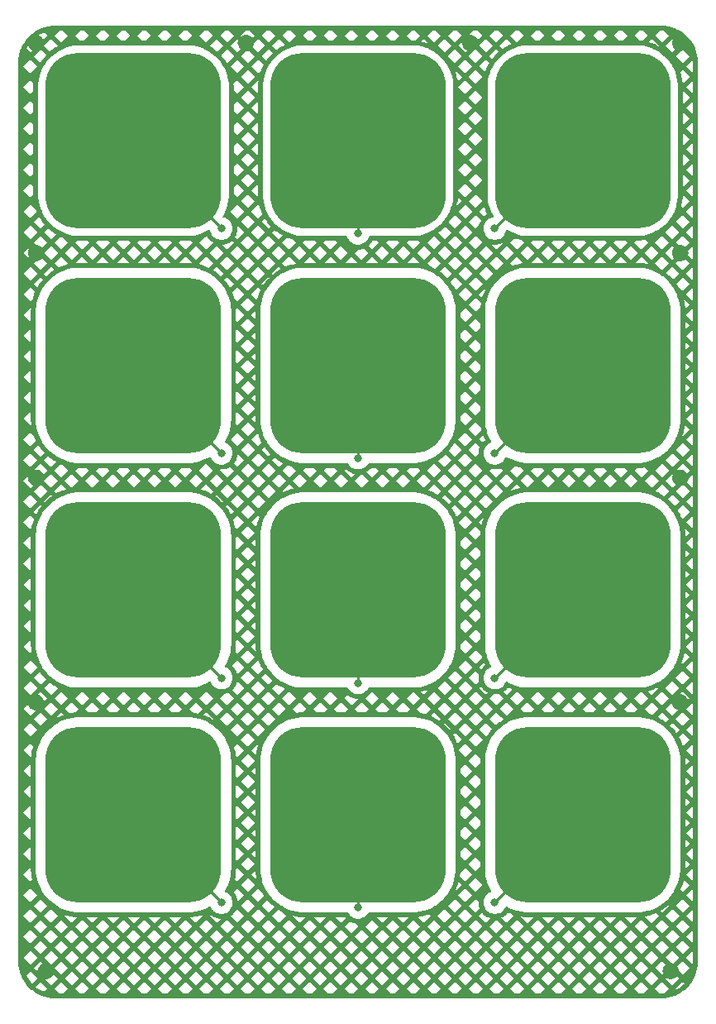
<source format=gtl>
%TF.GenerationSoftware,KiCad,Pcbnew,(7.0.0)*%
%TF.CreationDate,2023-02-28T17:36:58-07:00*%
%TF.ProjectId,keypad,6b657970-6164-42e6-9b69-6361645f7063,rev?*%
%TF.SameCoordinates,Original*%
%TF.FileFunction,Copper,L1,Top*%
%TF.FilePolarity,Positive*%
%FSLAX46Y46*%
G04 Gerber Fmt 4.6, Leading zero omitted, Abs format (unit mm)*
G04 Created by KiCad (PCBNEW (7.0.0)) date 2023-02-28 17:36:58*
%MOMM*%
%LPD*%
G01*
G04 APERTURE LIST*
G04 Aperture macros list*
%AMRoundRect*
0 Rectangle with rounded corners*
0 $1 Rounding radius*
0 $2 $3 $4 $5 $6 $7 $8 $9 X,Y pos of 4 corners*
0 Add a 4 corners polygon primitive as box body*
4,1,4,$2,$3,$4,$5,$6,$7,$8,$9,$2,$3,0*
0 Add four circle primitives for the rounded corners*
1,1,$1+$1,$2,$3*
1,1,$1+$1,$4,$5*
1,1,$1+$1,$6,$7*
1,1,$1+$1,$8,$9*
0 Add four rect primitives between the rounded corners*
20,1,$1+$1,$2,$3,$4,$5,0*
20,1,$1+$1,$4,$5,$6,$7,0*
20,1,$1+$1,$6,$7,$8,$9,0*
20,1,$1+$1,$8,$9,$2,$3,0*%
G04 Aperture macros list end*
%TA.AperFunction,SMDPad,CuDef*%
%ADD10RoundRect,3.500000X-5.500000X-5.500000X5.500000X-5.500000X5.500000X5.500000X-5.500000X5.500000X0*%
%TD*%
%TA.AperFunction,ViaPad*%
%ADD11C,0.800000*%
%TD*%
%TA.AperFunction,Conductor*%
%ADD12C,0.250000*%
%TD*%
G04 APERTURE END LIST*
D10*
%TO.P,J10,1,Pin_1*%
%TO.N,Net-(J10-Pin_1)*%
X166000000Y-85000000D03*
%TD*%
%TO.P,J6,1,Pin_1*%
%TO.N,Net-(J13-Pin_10)*%
X143000000Y-85000000D03*
%TD*%
%TO.P,J8,1,Pin_1*%
%TO.N,Net-(J13-Pin_9)*%
X143000000Y-131000000D03*
%TD*%
%TO.P,J9,1,Pin_1*%
%TO.N,Net-(J13-Pin_7)*%
X166000000Y-62000000D03*
%TD*%
%TO.P,J5,1,Pin_1*%
%TO.N,Net-(J13-Pin_11)*%
X143000000Y-62000000D03*
%TD*%
%TO.P,J4,1,Pin_1*%
%TO.N,Net-(J13-Pin_15)*%
X120000000Y-131000000D03*
%TD*%
%TO.P,J3,1,Pin_1*%
%TO.N,Net-(J13-Pin_14)*%
X120000000Y-108000000D03*
%TD*%
%TO.P,J7,1,Pin_1*%
%TO.N,Net-(J13-Pin_8)*%
X143000000Y-108000000D03*
%TD*%
%TO.P,J2,1,Pin_1*%
%TO.N,Net-(J13-Pin_13)*%
X120000000Y-85000000D03*
%TD*%
%TO.P,J11,1,Pin_1*%
%TO.N,Net-(J11-Pin_1)*%
X166000000Y-108000000D03*
%TD*%
%TO.P,J12,1,Pin_1*%
%TO.N,Net-(J12-Pin_1)*%
X166000000Y-131000000D03*
%TD*%
%TO.P,J1,1,Pin_1*%
%TO.N,Net-(J1-Pin_1)*%
X120000000Y-62000000D03*
%TD*%
D11*
%TO.N,Net-(J13-Pin_13)*%
X129000000Y-94000000D03*
%TO.N,Net-(J13-Pin_14)*%
X129000000Y-117000000D03*
%TO.N,Net-(J13-Pin_10)*%
X143000000Y-94500000D03*
%TO.N,Net-(J13-Pin_9)*%
X143000000Y-140500000D03*
%TO.N,Net-(J13-Pin_7)*%
X157000000Y-71000000D03*
%TO.N,Net-(J10-Pin_1)*%
X157000000Y-94000000D03*
%TO.N,Net-(J11-Pin_1)*%
X157000000Y-117000000D03*
%TO.N,Net-(J12-Pin_1)*%
X157000000Y-140000000D03*
%TO.N,Net-(J13-Pin_8)*%
X143000000Y-117500000D03*
%TO.N,Net-(J13-Pin_11)*%
X143000000Y-71500000D03*
%TO.N,GND*%
X110000000Y-73500000D03*
X154500000Y-52000000D03*
X176000000Y-52000000D03*
X176000000Y-73500000D03*
X110000000Y-96500000D03*
X176000000Y-96500000D03*
X110000000Y-52000000D03*
X131500000Y-52000000D03*
X111000000Y-147000000D03*
X110000000Y-119500000D03*
X176000000Y-119500000D03*
X175000000Y-147000000D03*
%TO.N,Net-(J13-Pin_15)*%
X129000000Y-140000000D03*
%TO.N,Net-(J1-Pin_1)*%
X129000000Y-71000000D03*
%TD*%
D12*
%TO.N,Net-(J13-Pin_13)*%
X120000000Y-85000000D02*
X129000000Y-94000000D01*
%TO.N,Net-(J13-Pin_14)*%
X120000000Y-108000000D02*
X129000000Y-117000000D01*
%TO.N,Net-(J13-Pin_10)*%
X143000000Y-94500000D02*
X143000000Y-85000000D01*
%TO.N,Net-(J13-Pin_9)*%
X143000000Y-131000000D02*
X143000000Y-140500000D01*
%TO.N,Net-(J13-Pin_7)*%
X166000000Y-62000000D02*
X157000000Y-71000000D01*
%TO.N,Net-(J10-Pin_1)*%
X166000000Y-85000000D02*
X157000000Y-94000000D01*
%TO.N,Net-(J11-Pin_1)*%
X166000000Y-108000000D02*
X157000000Y-117000000D01*
%TO.N,Net-(J12-Pin_1)*%
X166000000Y-131000000D02*
X157000000Y-140000000D01*
%TO.N,Net-(J13-Pin_8)*%
X143000000Y-108000000D02*
X143000000Y-117500000D01*
%TO.N,Net-(J13-Pin_11)*%
X143000000Y-62000000D02*
X143000000Y-71500000D01*
%TO.N,Net-(J13-Pin_15)*%
X120000000Y-131000000D02*
X129000000Y-140000000D01*
%TO.N,Net-(J1-Pin_1)*%
X120000000Y-62000000D02*
X129000000Y-71000000D01*
%TD*%
%TA.AperFunction,Conductor*%
%TO.N,GND*%
G36*
X174003093Y-50200651D02*
G01*
X174366239Y-50218492D01*
X174378534Y-50219703D01*
X174735118Y-50272597D01*
X174747245Y-50275009D01*
X174873640Y-50306669D01*
X175096949Y-50362605D01*
X175108757Y-50366187D01*
X175448177Y-50487634D01*
X175459585Y-50492358D01*
X175541066Y-50530896D01*
X175785477Y-50646494D01*
X175796382Y-50652323D01*
X176105582Y-50837650D01*
X176115863Y-50844520D01*
X176405404Y-51059259D01*
X176414962Y-51067103D01*
X176682071Y-51309196D01*
X176690803Y-51317928D01*
X176799714Y-51438093D01*
X176932896Y-51585037D01*
X176940740Y-51594595D01*
X177155479Y-51884136D01*
X177162349Y-51894417D01*
X177347676Y-52203617D01*
X177353505Y-52214522D01*
X177507637Y-52540406D01*
X177512368Y-52551830D01*
X177563238Y-52694001D01*
X177621490Y-52856805D01*
X177633807Y-52891227D01*
X177637397Y-52903060D01*
X177724990Y-53252754D01*
X177727402Y-53264881D01*
X177780295Y-53621460D01*
X177781507Y-53633765D01*
X177799348Y-53996906D01*
X177799500Y-54003089D01*
X177799500Y-145996911D01*
X177799348Y-146003094D01*
X177781507Y-146366234D01*
X177780295Y-146378539D01*
X177727402Y-146735118D01*
X177724990Y-146747245D01*
X177637397Y-147096939D01*
X177633807Y-147108772D01*
X177512368Y-147448169D01*
X177507637Y-147459593D01*
X177353505Y-147785477D01*
X177347676Y-147796382D01*
X177162349Y-148105582D01*
X177155479Y-148115863D01*
X176940740Y-148405404D01*
X176932896Y-148414962D01*
X176690809Y-148682065D01*
X176682065Y-148690809D01*
X176414962Y-148932896D01*
X176405404Y-148940740D01*
X176115863Y-149155479D01*
X176105582Y-149162349D01*
X175796382Y-149347676D01*
X175785477Y-149353505D01*
X175459593Y-149507637D01*
X175448169Y-149512368D01*
X175108772Y-149633807D01*
X175096939Y-149637397D01*
X174747245Y-149724990D01*
X174735118Y-149727402D01*
X174378539Y-149780295D01*
X174366234Y-149781507D01*
X174003094Y-149799348D01*
X173996911Y-149799500D01*
X112003089Y-149799500D01*
X111996906Y-149799348D01*
X111633765Y-149781507D01*
X111621460Y-149780295D01*
X111264881Y-149727402D01*
X111252754Y-149724990D01*
X110903060Y-149637397D01*
X110891227Y-149633807D01*
X110551830Y-149512368D01*
X110540406Y-149507637D01*
X110214522Y-149353505D01*
X110203617Y-149347676D01*
X109894417Y-149162349D01*
X109884136Y-149155479D01*
X109594595Y-148940740D01*
X109585037Y-148932896D01*
X109377277Y-148744594D01*
X109317928Y-148690803D01*
X109309196Y-148682071D01*
X109232061Y-148596965D01*
X109967060Y-148596965D01*
X110166114Y-148744594D01*
X110443969Y-148911133D01*
X110736804Y-149049635D01*
X110880144Y-149100923D01*
X111190700Y-148790368D01*
X111894979Y-148790368D01*
X112406111Y-149301500D01*
X112800891Y-149301500D01*
X113312023Y-148790368D01*
X114016299Y-148790368D01*
X114527431Y-149301500D01*
X114922211Y-149301500D01*
X115433343Y-148790368D01*
X116137620Y-148790368D01*
X116648752Y-149301500D01*
X117043531Y-149301500D01*
X117554663Y-148790368D01*
X118258940Y-148790368D01*
X118770072Y-149301500D01*
X119164852Y-149301500D01*
X119675984Y-148790368D01*
X120380260Y-148790368D01*
X120891392Y-149301500D01*
X121286172Y-149301500D01*
X121797304Y-148790368D01*
X122501581Y-148790368D01*
X123012713Y-149301500D01*
X123407492Y-149301500D01*
X123918623Y-148790368D01*
X124622901Y-148790368D01*
X125134033Y-149301500D01*
X125528813Y-149301500D01*
X126039945Y-148790368D01*
X126744221Y-148790368D01*
X127255353Y-149301500D01*
X127650133Y-149301500D01*
X128161265Y-148790368D01*
X128865542Y-148790368D01*
X129376674Y-149301500D01*
X129771453Y-149301500D01*
X130282584Y-148790368D01*
X130986862Y-148790368D01*
X131497994Y-149301500D01*
X131892774Y-149301500D01*
X132403906Y-148790368D01*
X133108182Y-148790368D01*
X133619314Y-149301500D01*
X134014094Y-149301500D01*
X134525226Y-148790368D01*
X135229503Y-148790368D01*
X135740635Y-149301500D01*
X136135414Y-149301500D01*
X136646545Y-148790368D01*
X137350823Y-148790368D01*
X137861955Y-149301500D01*
X138256735Y-149301500D01*
X138767867Y-148790368D01*
X139472143Y-148790368D01*
X139983275Y-149301500D01*
X140378055Y-149301500D01*
X140889187Y-148790368D01*
X141593464Y-148790368D01*
X142104596Y-149301500D01*
X142499376Y-149301500D01*
X143010508Y-148790368D01*
X143714784Y-148790368D01*
X144225916Y-149301500D01*
X144620696Y-149301500D01*
X145131828Y-148790368D01*
X145836104Y-148790368D01*
X146347236Y-149301500D01*
X146742016Y-149301500D01*
X147253148Y-148790368D01*
X147957425Y-148790368D01*
X148468557Y-149301500D01*
X148863337Y-149301500D01*
X149374469Y-148790368D01*
X150078745Y-148790368D01*
X150589877Y-149301500D01*
X150984657Y-149301500D01*
X151495789Y-148790368D01*
X152200065Y-148790368D01*
X152711197Y-149301500D01*
X153105977Y-149301500D01*
X153617109Y-148790368D01*
X154321386Y-148790368D01*
X154832518Y-149301500D01*
X155227298Y-149301500D01*
X155738430Y-148790368D01*
X156442706Y-148790368D01*
X156953838Y-149301500D01*
X157348618Y-149301500D01*
X157859750Y-148790368D01*
X158564026Y-148790368D01*
X159075158Y-149301500D01*
X159469938Y-149301500D01*
X159981070Y-148790368D01*
X160685347Y-148790368D01*
X161196479Y-149301500D01*
X161591259Y-149301500D01*
X162102391Y-148790368D01*
X162806667Y-148790368D01*
X163317799Y-149301500D01*
X163712579Y-149301500D01*
X164223711Y-148790368D01*
X164927987Y-148790368D01*
X165439119Y-149301500D01*
X165833899Y-149301500D01*
X166345031Y-148790368D01*
X167049308Y-148790368D01*
X167560440Y-149301500D01*
X167955220Y-149301500D01*
X168466352Y-148790368D01*
X169170628Y-148790368D01*
X169681760Y-149301500D01*
X170076540Y-149301500D01*
X170587672Y-148790368D01*
X171291949Y-148790368D01*
X171803081Y-149301500D01*
X172197860Y-149301500D01*
X172708992Y-148790368D01*
X173413269Y-148790368D01*
X173924401Y-149301500D01*
X173987776Y-149301500D01*
X174323551Y-149285002D01*
X174337788Y-149282890D01*
X174830311Y-148790368D01*
X175534589Y-148790368D01*
X175618131Y-148873910D01*
X175833883Y-148744594D01*
X176094069Y-148551627D01*
X176334087Y-148334088D01*
X176410758Y-148249493D01*
X176243111Y-148081846D01*
X175534589Y-148790368D01*
X174830311Y-148790368D01*
X174830312Y-148790367D01*
X174121791Y-148081846D01*
X173413269Y-148790368D01*
X172708992Y-148790368D01*
X172000470Y-148081846D01*
X171291949Y-148790368D01*
X170587672Y-148790368D01*
X169879150Y-148081846D01*
X169170628Y-148790368D01*
X168466352Y-148790368D01*
X167757830Y-148081846D01*
X167049308Y-148790368D01*
X166345031Y-148790368D01*
X165636509Y-148081846D01*
X164927987Y-148790368D01*
X164223711Y-148790368D01*
X163515189Y-148081846D01*
X162806667Y-148790368D01*
X162102391Y-148790368D01*
X161393869Y-148081846D01*
X160685347Y-148790368D01*
X159981070Y-148790368D01*
X159272548Y-148081846D01*
X158564026Y-148790368D01*
X157859750Y-148790368D01*
X157151228Y-148081846D01*
X156442706Y-148790368D01*
X155738430Y-148790368D01*
X155029908Y-148081846D01*
X154321386Y-148790368D01*
X153617109Y-148790368D01*
X152908587Y-148081846D01*
X152200065Y-148790368D01*
X151495789Y-148790368D01*
X150787267Y-148081846D01*
X150078745Y-148790368D01*
X149374469Y-148790368D01*
X148665947Y-148081846D01*
X147957425Y-148790368D01*
X147253148Y-148790368D01*
X146544626Y-148081846D01*
X145836104Y-148790368D01*
X145131828Y-148790368D01*
X144423306Y-148081846D01*
X143714784Y-148790368D01*
X143010508Y-148790368D01*
X142301986Y-148081846D01*
X141593464Y-148790368D01*
X140889187Y-148790368D01*
X140180665Y-148081846D01*
X139472143Y-148790368D01*
X138767867Y-148790368D01*
X138059345Y-148081846D01*
X137350823Y-148790368D01*
X136646545Y-148790368D01*
X135938024Y-148081846D01*
X135229503Y-148790368D01*
X134525226Y-148790368D01*
X133816704Y-148081846D01*
X133108182Y-148790368D01*
X132403906Y-148790368D01*
X131695384Y-148081846D01*
X130986862Y-148790368D01*
X130282584Y-148790368D01*
X129574063Y-148081846D01*
X128865542Y-148790368D01*
X128161265Y-148790368D01*
X127452743Y-148081846D01*
X126744221Y-148790368D01*
X126039945Y-148790368D01*
X125331423Y-148081846D01*
X124622901Y-148790368D01*
X123918623Y-148790368D01*
X123210102Y-148081846D01*
X122501581Y-148790368D01*
X121797304Y-148790368D01*
X121088782Y-148081846D01*
X120380260Y-148790368D01*
X119675984Y-148790368D01*
X118967462Y-148081846D01*
X118258940Y-148790368D01*
X117554663Y-148790368D01*
X116846141Y-148081846D01*
X116137620Y-148790368D01*
X115433343Y-148790368D01*
X114724821Y-148081846D01*
X114016299Y-148790368D01*
X113312023Y-148790368D01*
X112603501Y-148081846D01*
X111894979Y-148790368D01*
X111190700Y-148790368D01*
X111190701Y-148790367D01*
X110482180Y-148081846D01*
X109967060Y-148596965D01*
X109232061Y-148596965D01*
X109067103Y-148414962D01*
X109059259Y-148405404D01*
X108844520Y-148115863D01*
X108837650Y-148105582D01*
X108802037Y-148046166D01*
X108652323Y-147796382D01*
X108646494Y-147785477D01*
X108530000Y-147539171D01*
X108492358Y-147459585D01*
X108487631Y-147448169D01*
X108477109Y-147418763D01*
X109023943Y-147418763D01*
X109088868Y-147556036D01*
X109255403Y-147833883D01*
X109448370Y-148094069D01*
X109599229Y-148260517D01*
X110033748Y-147826000D01*
X110930612Y-147826000D01*
X111542841Y-148438228D01*
X112251362Y-147729707D01*
X112955639Y-147729707D01*
X113664161Y-148438228D01*
X114372682Y-147729707D01*
X115076959Y-147729707D01*
X115785481Y-148438228D01*
X116494002Y-147729707D01*
X117198280Y-147729707D01*
X117906802Y-148438228D01*
X118615323Y-147729707D01*
X119319600Y-147729707D01*
X120028122Y-148438228D01*
X120736643Y-147729707D01*
X121440920Y-147729707D01*
X122149442Y-148438228D01*
X122857963Y-147729707D01*
X123562241Y-147729707D01*
X124270763Y-148438228D01*
X124979284Y-147729707D01*
X125683561Y-147729707D01*
X126392083Y-148438228D01*
X127100604Y-147729707D01*
X127804881Y-147729707D01*
X128513403Y-148438228D01*
X129221924Y-147729707D01*
X129926202Y-147729707D01*
X130634724Y-148438228D01*
X131343245Y-147729707D01*
X132047522Y-147729707D01*
X132756044Y-148438228D01*
X133464564Y-147729708D01*
X134168843Y-147729708D01*
X134877363Y-148438228D01*
X135585885Y-147729707D01*
X136290163Y-147729707D01*
X136998685Y-148438228D01*
X137707206Y-147729707D01*
X138411483Y-147729707D01*
X139120005Y-148438228D01*
X139828525Y-147729708D01*
X140532804Y-147729708D01*
X141241324Y-148438228D01*
X141949846Y-147729707D01*
X142654124Y-147729707D01*
X143362646Y-148438228D01*
X144071167Y-147729707D01*
X144775444Y-147729707D01*
X145483966Y-148438228D01*
X146192486Y-147729708D01*
X146896765Y-147729708D01*
X147605285Y-148438228D01*
X148313807Y-147729707D01*
X149018085Y-147729707D01*
X149726607Y-148438228D01*
X150435128Y-147729707D01*
X151139405Y-147729707D01*
X151847927Y-148438228D01*
X152556447Y-147729708D01*
X153260726Y-147729708D01*
X153969246Y-148438228D01*
X154677768Y-147729707D01*
X155382046Y-147729707D01*
X156090568Y-148438228D01*
X156799089Y-147729707D01*
X157503366Y-147729707D01*
X158211888Y-148438228D01*
X158920409Y-147729707D01*
X159624687Y-147729707D01*
X160333209Y-148438228D01*
X161041729Y-147729708D01*
X161041728Y-147729707D01*
X161746007Y-147729707D01*
X162454529Y-148438228D01*
X163163050Y-147729707D01*
X163867327Y-147729707D01*
X164575849Y-148438228D01*
X165284370Y-147729707D01*
X165988648Y-147729707D01*
X166697170Y-148438228D01*
X167405690Y-147729708D01*
X167405689Y-147729707D01*
X168109968Y-147729707D01*
X168818490Y-148438228D01*
X169527011Y-147729707D01*
X170231288Y-147729707D01*
X170939810Y-148438228D01*
X171648331Y-147729707D01*
X172352609Y-147729707D01*
X173061131Y-148438228D01*
X173769651Y-147729708D01*
X173769650Y-147729707D01*
X174473929Y-147729707D01*
X175182451Y-148438228D01*
X175890972Y-147729707D01*
X175659652Y-147498387D01*
X175631502Y-147539171D01*
X175611360Y-147561907D01*
X175484120Y-147674632D01*
X175459121Y-147691888D01*
X175308601Y-147770886D01*
X175280200Y-147781657D01*
X175115149Y-147822339D01*
X175084995Y-147826000D01*
X174915005Y-147826000D01*
X174884851Y-147822339D01*
X174719800Y-147781657D01*
X174691399Y-147770886D01*
X174540879Y-147691888D01*
X174523645Y-147679991D01*
X174473929Y-147729707D01*
X173769650Y-147729707D01*
X173061130Y-147021186D01*
X172352609Y-147729707D01*
X171648331Y-147729707D01*
X170939810Y-147021186D01*
X170231288Y-147729707D01*
X169527011Y-147729707D01*
X168818490Y-147021186D01*
X168109968Y-147729707D01*
X167405689Y-147729707D01*
X166697169Y-147021186D01*
X165988648Y-147729707D01*
X165284370Y-147729707D01*
X164575849Y-147021186D01*
X163867327Y-147729707D01*
X163163050Y-147729707D01*
X162454529Y-147021186D01*
X161746007Y-147729707D01*
X161041728Y-147729707D01*
X160333208Y-147021186D01*
X159624687Y-147729707D01*
X158920409Y-147729707D01*
X158211888Y-147021186D01*
X157503366Y-147729707D01*
X156799089Y-147729707D01*
X156090568Y-147021186D01*
X155382046Y-147729707D01*
X154677768Y-147729707D01*
X153969247Y-147021186D01*
X153260726Y-147729708D01*
X152556447Y-147729708D01*
X152556448Y-147729707D01*
X151847927Y-147021186D01*
X151139405Y-147729707D01*
X150435128Y-147729707D01*
X149726607Y-147021186D01*
X149018085Y-147729707D01*
X148313807Y-147729707D01*
X147605286Y-147021186D01*
X146896765Y-147729708D01*
X146192486Y-147729708D01*
X146192487Y-147729707D01*
X145483966Y-147021186D01*
X144775444Y-147729707D01*
X144071167Y-147729707D01*
X143362646Y-147021186D01*
X142654124Y-147729707D01*
X141949846Y-147729707D01*
X141241325Y-147021186D01*
X140532804Y-147729708D01*
X139828525Y-147729708D01*
X139828526Y-147729707D01*
X139120005Y-147021186D01*
X138411483Y-147729707D01*
X137707206Y-147729707D01*
X136998685Y-147021186D01*
X136290163Y-147729707D01*
X135585885Y-147729707D01*
X134877364Y-147021186D01*
X134168843Y-147729708D01*
X133464564Y-147729708D01*
X133464565Y-147729707D01*
X132756044Y-147021186D01*
X132047522Y-147729707D01*
X131343245Y-147729707D01*
X130634724Y-147021186D01*
X129926202Y-147729707D01*
X129221924Y-147729707D01*
X128513403Y-147021186D01*
X127804881Y-147729707D01*
X127100604Y-147729707D01*
X126392083Y-147021186D01*
X125683561Y-147729707D01*
X124979284Y-147729707D01*
X124270763Y-147021186D01*
X123562241Y-147729707D01*
X122857963Y-147729707D01*
X122149442Y-147021186D01*
X121440920Y-147729707D01*
X120736643Y-147729707D01*
X120028122Y-147021186D01*
X119319600Y-147729707D01*
X118615323Y-147729707D01*
X117906802Y-147021186D01*
X117198280Y-147729707D01*
X116494002Y-147729707D01*
X115785481Y-147021186D01*
X115076959Y-147729707D01*
X114372682Y-147729707D01*
X113664161Y-147021186D01*
X112955639Y-147729707D01*
X112251362Y-147729707D01*
X111783936Y-147262281D01*
X111742183Y-147372376D01*
X111728067Y-147399271D01*
X111631502Y-147539171D01*
X111611360Y-147561907D01*
X111484120Y-147674632D01*
X111459121Y-147691888D01*
X111308601Y-147770886D01*
X111280200Y-147781657D01*
X111115149Y-147822339D01*
X111084995Y-147826000D01*
X110930612Y-147826000D01*
X110033748Y-147826000D01*
X110130041Y-147729707D01*
X109421520Y-147021186D01*
X109023943Y-147418763D01*
X108477109Y-147418763D01*
X108366187Y-147108757D01*
X108362605Y-147096949D01*
X108275009Y-146747245D01*
X108272597Y-146735118D01*
X108262796Y-146669047D01*
X109773659Y-146669047D01*
X110176685Y-147072072D01*
X110169778Y-147015188D01*
X110169778Y-146984812D01*
X110190268Y-146816061D01*
X110197537Y-146786568D01*
X110242107Y-146669047D01*
X111894979Y-146669047D01*
X112603501Y-147377569D01*
X113312023Y-146669047D01*
X114016299Y-146669047D01*
X114724821Y-147377569D01*
X115433343Y-146669047D01*
X116137620Y-146669047D01*
X116846141Y-147377568D01*
X117554663Y-146669047D01*
X118258940Y-146669047D01*
X118967462Y-147377569D01*
X119675984Y-146669047D01*
X120380260Y-146669047D01*
X121088782Y-147377569D01*
X121797304Y-146669047D01*
X122501581Y-146669047D01*
X123210102Y-147377568D01*
X123918623Y-146669047D01*
X124622901Y-146669047D01*
X125331423Y-147377569D01*
X126039945Y-146669047D01*
X126744221Y-146669047D01*
X127452743Y-147377569D01*
X128161265Y-146669047D01*
X128865542Y-146669047D01*
X129574063Y-147377568D01*
X130282584Y-146669047D01*
X130986862Y-146669047D01*
X131695384Y-147377569D01*
X132403906Y-146669047D01*
X133108182Y-146669047D01*
X133816704Y-147377569D01*
X134525226Y-146669047D01*
X135229503Y-146669047D01*
X135938024Y-147377568D01*
X136646545Y-146669047D01*
X137350823Y-146669047D01*
X138059345Y-147377569D01*
X138767867Y-146669047D01*
X139472143Y-146669047D01*
X140180665Y-147377569D01*
X140889187Y-146669047D01*
X141593464Y-146669047D01*
X142301986Y-147377569D01*
X143010508Y-146669047D01*
X143714784Y-146669047D01*
X144423306Y-147377569D01*
X145131828Y-146669047D01*
X145836104Y-146669047D01*
X146544626Y-147377569D01*
X147253148Y-146669047D01*
X147957425Y-146669047D01*
X148665947Y-147377569D01*
X149374469Y-146669047D01*
X150078745Y-146669047D01*
X150787267Y-147377569D01*
X151495789Y-146669047D01*
X152200065Y-146669047D01*
X152908587Y-147377569D01*
X153617109Y-146669047D01*
X154321386Y-146669047D01*
X155029908Y-147377569D01*
X155738430Y-146669047D01*
X156442706Y-146669047D01*
X157151228Y-147377569D01*
X157859750Y-146669047D01*
X158564026Y-146669047D01*
X159272548Y-147377569D01*
X159981070Y-146669047D01*
X160685347Y-146669047D01*
X161393869Y-147377569D01*
X162102391Y-146669047D01*
X162806667Y-146669047D01*
X163515189Y-147377569D01*
X164223711Y-146669047D01*
X164927987Y-146669047D01*
X165636509Y-147377569D01*
X166345031Y-146669047D01*
X167049308Y-146669047D01*
X167757830Y-147377569D01*
X168466352Y-146669047D01*
X169170628Y-146669047D01*
X169879150Y-147377569D01*
X170587672Y-146669047D01*
X171291949Y-146669047D01*
X172000470Y-147377568D01*
X172708992Y-146669047D01*
X173413269Y-146669047D01*
X174121790Y-147377568D01*
X174221841Y-147277516D01*
X174197537Y-147213431D01*
X174190268Y-147183939D01*
X174169778Y-147015188D01*
X174169778Y-146984812D01*
X174190268Y-146816061D01*
X174197537Y-146786568D01*
X174257817Y-146627624D01*
X174271933Y-146600729D01*
X174323045Y-146526680D01*
X175676955Y-146526680D01*
X175728067Y-146600729D01*
X175742183Y-146627624D01*
X175802463Y-146786568D01*
X175809732Y-146816061D01*
X175827439Y-146961897D01*
X176243111Y-147377569D01*
X176951633Y-146669047D01*
X176243111Y-145960525D01*
X175676955Y-146526680D01*
X174323045Y-146526680D01*
X174368498Y-146460829D01*
X174388640Y-146438093D01*
X174500372Y-146339106D01*
X174121791Y-145960525D01*
X173413269Y-146669047D01*
X172708992Y-146669047D01*
X172000470Y-145960525D01*
X171291949Y-146669047D01*
X170587672Y-146669047D01*
X169879150Y-145960525D01*
X169170628Y-146669047D01*
X168466352Y-146669047D01*
X167757830Y-145960525D01*
X167049308Y-146669047D01*
X166345031Y-146669047D01*
X165636509Y-145960525D01*
X164927987Y-146669047D01*
X164223711Y-146669047D01*
X163515189Y-145960525D01*
X162806667Y-146669047D01*
X162102391Y-146669047D01*
X161393869Y-145960525D01*
X160685347Y-146669047D01*
X159981070Y-146669047D01*
X159272548Y-145960525D01*
X158564026Y-146669047D01*
X157859750Y-146669047D01*
X157151228Y-145960525D01*
X156442706Y-146669047D01*
X155738430Y-146669047D01*
X155029908Y-145960525D01*
X154321386Y-146669047D01*
X153617109Y-146669047D01*
X152908587Y-145960525D01*
X152200065Y-146669047D01*
X151495789Y-146669047D01*
X150787267Y-145960525D01*
X150078745Y-146669047D01*
X149374469Y-146669047D01*
X148665947Y-145960525D01*
X147957425Y-146669047D01*
X147253148Y-146669047D01*
X146544626Y-145960525D01*
X145836104Y-146669047D01*
X145131828Y-146669047D01*
X144423306Y-145960525D01*
X143714784Y-146669047D01*
X143010508Y-146669047D01*
X142301986Y-145960525D01*
X141593464Y-146669047D01*
X140889187Y-146669047D01*
X140180665Y-145960525D01*
X139472143Y-146669047D01*
X138767867Y-146669047D01*
X138059345Y-145960525D01*
X137350823Y-146669047D01*
X136646545Y-146669047D01*
X135938024Y-145960525D01*
X135229503Y-146669047D01*
X134525226Y-146669047D01*
X133816704Y-145960525D01*
X133108182Y-146669047D01*
X132403906Y-146669047D01*
X131695384Y-145960525D01*
X130986862Y-146669047D01*
X130282584Y-146669047D01*
X129574063Y-145960525D01*
X128865542Y-146669047D01*
X128161265Y-146669047D01*
X127452743Y-145960525D01*
X126744221Y-146669047D01*
X126039945Y-146669047D01*
X125331423Y-145960525D01*
X124622901Y-146669047D01*
X123918623Y-146669047D01*
X123210102Y-145960525D01*
X122501581Y-146669047D01*
X121797304Y-146669047D01*
X121088782Y-145960525D01*
X120380260Y-146669047D01*
X119675984Y-146669047D01*
X118967462Y-145960525D01*
X118258940Y-146669047D01*
X117554663Y-146669047D01*
X116846141Y-145960525D01*
X116137620Y-146669047D01*
X115433343Y-146669047D01*
X114724821Y-145960525D01*
X114016299Y-146669047D01*
X113312023Y-146669047D01*
X112603501Y-145960525D01*
X111894979Y-146669047D01*
X110242107Y-146669047D01*
X110257817Y-146627624D01*
X110271933Y-146600729D01*
X110368498Y-146460829D01*
X110388640Y-146438093D01*
X110515880Y-146325368D01*
X110540879Y-146308112D01*
X110691399Y-146229114D01*
X110719800Y-146218343D01*
X110736004Y-146214349D01*
X110482180Y-145960525D01*
X109773659Y-146669047D01*
X108262796Y-146669047D01*
X108256652Y-146627624D01*
X108219703Y-146378534D01*
X108218492Y-146366234D01*
X108217159Y-146339106D01*
X108200651Y-146003093D01*
X108200500Y-145996911D01*
X108200500Y-145608387D01*
X108712998Y-145608387D01*
X109421520Y-146316909D01*
X110130042Y-145608387D01*
X110834319Y-145608387D01*
X111542841Y-146316909D01*
X112251363Y-145608387D01*
X112955639Y-145608387D01*
X113664161Y-146316909D01*
X114372683Y-145608387D01*
X115076959Y-145608387D01*
X115785481Y-146316909D01*
X116494003Y-145608387D01*
X117198280Y-145608387D01*
X117906802Y-146316909D01*
X118615324Y-145608387D01*
X119319600Y-145608387D01*
X120028122Y-146316909D01*
X120736644Y-145608387D01*
X121440920Y-145608387D01*
X122149442Y-146316909D01*
X122857964Y-145608387D01*
X123562241Y-145608387D01*
X124270763Y-146316909D01*
X124979285Y-145608387D01*
X125683561Y-145608387D01*
X126392083Y-146316909D01*
X127100605Y-145608387D01*
X127804881Y-145608387D01*
X128513403Y-146316909D01*
X129221925Y-145608387D01*
X129926202Y-145608387D01*
X130634724Y-146316909D01*
X131343246Y-145608387D01*
X132047522Y-145608387D01*
X132756044Y-146316909D01*
X133464566Y-145608387D01*
X133464565Y-145608386D01*
X134168843Y-145608386D01*
X134877364Y-146316908D01*
X135585886Y-145608387D01*
X136290163Y-145608387D01*
X136998685Y-146316909D01*
X137707207Y-145608387D01*
X138411483Y-145608387D01*
X139120005Y-146316909D01*
X139828527Y-145608387D01*
X139828526Y-145608386D01*
X140532804Y-145608386D01*
X141241325Y-146316908D01*
X141949847Y-145608387D01*
X142654124Y-145608387D01*
X143362646Y-146316909D01*
X144071168Y-145608387D01*
X144775444Y-145608387D01*
X145483966Y-146316909D01*
X146192488Y-145608387D01*
X146192487Y-145608386D01*
X146896765Y-145608386D01*
X147605286Y-146316908D01*
X148313808Y-145608387D01*
X149018085Y-145608387D01*
X149726607Y-146316909D01*
X150435129Y-145608387D01*
X151139405Y-145608387D01*
X151847927Y-146316909D01*
X152556449Y-145608387D01*
X152556448Y-145608386D01*
X153260726Y-145608386D01*
X153969247Y-146316908D01*
X154677769Y-145608387D01*
X155382046Y-145608387D01*
X156090568Y-146316909D01*
X156799090Y-145608387D01*
X157503366Y-145608387D01*
X158211888Y-146316909D01*
X158920410Y-145608387D01*
X159624687Y-145608387D01*
X160333208Y-146316908D01*
X161041728Y-145608387D01*
X161746007Y-145608387D01*
X162454529Y-146316909D01*
X163163051Y-145608387D01*
X163867327Y-145608387D01*
X164575849Y-146316909D01*
X165284371Y-145608387D01*
X165988648Y-145608387D01*
X166697169Y-146316908D01*
X167405689Y-145608387D01*
X168109968Y-145608387D01*
X168818490Y-146316909D01*
X169527012Y-145608387D01*
X170231288Y-145608387D01*
X170939810Y-146316909D01*
X171648332Y-145608387D01*
X172352609Y-145608387D01*
X173061130Y-146316908D01*
X173769650Y-145608387D01*
X174473929Y-145608387D01*
X175039542Y-146174000D01*
X175084995Y-146174000D01*
X175115149Y-146177661D01*
X175280200Y-146218343D01*
X175280790Y-146218567D01*
X175890971Y-145608387D01*
X176595249Y-145608387D01*
X177286192Y-146299330D01*
X177301500Y-145987776D01*
X177301500Y-144902136D01*
X176595249Y-145608387D01*
X175890971Y-145608387D01*
X175890972Y-145608386D01*
X175182451Y-144899865D01*
X174473929Y-145608387D01*
X173769650Y-145608387D01*
X173769651Y-145608386D01*
X173061130Y-144899865D01*
X172352609Y-145608387D01*
X171648332Y-145608387D01*
X170939810Y-144899865D01*
X170231288Y-145608387D01*
X169527012Y-145608387D01*
X168818490Y-144899865D01*
X168109968Y-145608387D01*
X167405689Y-145608387D01*
X167405690Y-145608386D01*
X166697169Y-144899865D01*
X165988648Y-145608387D01*
X165284371Y-145608387D01*
X164575849Y-144899865D01*
X163867327Y-145608387D01*
X163163051Y-145608387D01*
X162454529Y-144899865D01*
X161746007Y-145608387D01*
X161041728Y-145608387D01*
X161041729Y-145608386D01*
X160333208Y-144899865D01*
X159624687Y-145608387D01*
X158920410Y-145608387D01*
X158211888Y-144899865D01*
X157503366Y-145608387D01*
X156799090Y-145608387D01*
X156090568Y-144899865D01*
X155382046Y-145608387D01*
X154677769Y-145608387D01*
X153969247Y-144899865D01*
X153260726Y-145608386D01*
X152556448Y-145608386D01*
X151847927Y-144899865D01*
X151139405Y-145608387D01*
X150435129Y-145608387D01*
X149726607Y-144899865D01*
X149018085Y-145608387D01*
X148313808Y-145608387D01*
X147605286Y-144899865D01*
X146896765Y-145608386D01*
X146192487Y-145608386D01*
X145483966Y-144899865D01*
X144775444Y-145608387D01*
X144071168Y-145608387D01*
X143362646Y-144899865D01*
X142654124Y-145608387D01*
X141949847Y-145608387D01*
X141241325Y-144899865D01*
X140532804Y-145608386D01*
X139828526Y-145608386D01*
X139120005Y-144899865D01*
X138411483Y-145608387D01*
X137707207Y-145608387D01*
X136998685Y-144899865D01*
X136290163Y-145608387D01*
X135585886Y-145608387D01*
X134877364Y-144899865D01*
X134168843Y-145608386D01*
X133464565Y-145608386D01*
X132756044Y-144899865D01*
X132047522Y-145608387D01*
X131343246Y-145608387D01*
X130634724Y-144899865D01*
X129926202Y-145608387D01*
X129221925Y-145608387D01*
X128513403Y-144899865D01*
X127804881Y-145608387D01*
X127100605Y-145608387D01*
X126392083Y-144899865D01*
X125683561Y-145608387D01*
X124979285Y-145608387D01*
X124270763Y-144899865D01*
X123562241Y-145608387D01*
X122857964Y-145608387D01*
X122149442Y-144899865D01*
X121440920Y-145608387D01*
X120736644Y-145608387D01*
X120028122Y-144899865D01*
X119319600Y-145608387D01*
X118615324Y-145608387D01*
X117906802Y-144899865D01*
X117198280Y-145608387D01*
X116494003Y-145608387D01*
X115785481Y-144899865D01*
X115076959Y-145608387D01*
X114372683Y-145608387D01*
X113664161Y-144899865D01*
X112955639Y-145608387D01*
X112251363Y-145608387D01*
X111542841Y-144899865D01*
X110834319Y-145608387D01*
X110130042Y-145608387D01*
X109421520Y-144899865D01*
X108712998Y-145608387D01*
X108200500Y-145608387D01*
X108200500Y-144547727D01*
X109773659Y-144547727D01*
X110482180Y-145256248D01*
X111190702Y-144547727D01*
X111894979Y-144547727D01*
X112603501Y-145256249D01*
X113312023Y-144547727D01*
X114016299Y-144547727D01*
X114724821Y-145256249D01*
X115433343Y-144547727D01*
X116137620Y-144547727D01*
X116846141Y-145256248D01*
X117554663Y-144547727D01*
X118258940Y-144547727D01*
X118967462Y-145256249D01*
X119675984Y-144547727D01*
X120380260Y-144547727D01*
X121088782Y-145256249D01*
X121797304Y-144547727D01*
X122501581Y-144547727D01*
X123210102Y-145256248D01*
X123918623Y-144547727D01*
X124622901Y-144547727D01*
X125331423Y-145256249D01*
X126039945Y-144547727D01*
X126744221Y-144547727D01*
X127452743Y-145256249D01*
X128161265Y-144547727D01*
X128865542Y-144547727D01*
X129574063Y-145256248D01*
X130282584Y-144547727D01*
X130986862Y-144547727D01*
X131695384Y-145256249D01*
X132403906Y-144547727D01*
X133108182Y-144547727D01*
X133816704Y-145256249D01*
X134525226Y-144547727D01*
X135229503Y-144547727D01*
X135938024Y-145256248D01*
X136646545Y-144547727D01*
X137350823Y-144547727D01*
X138059345Y-145256249D01*
X138767867Y-144547727D01*
X139472143Y-144547727D01*
X140180665Y-145256249D01*
X140889187Y-144547727D01*
X141593464Y-144547727D01*
X142301986Y-145256249D01*
X143010508Y-144547727D01*
X143714784Y-144547727D01*
X144423306Y-145256249D01*
X145131828Y-144547727D01*
X145836104Y-144547727D01*
X146544626Y-145256249D01*
X147253148Y-144547727D01*
X147957425Y-144547727D01*
X148665947Y-145256249D01*
X149374469Y-144547727D01*
X150078745Y-144547727D01*
X150787267Y-145256249D01*
X151495789Y-144547727D01*
X152200065Y-144547727D01*
X152908587Y-145256249D01*
X153617109Y-144547727D01*
X154321386Y-144547727D01*
X155029908Y-145256249D01*
X155738430Y-144547727D01*
X156442706Y-144547727D01*
X157151228Y-145256249D01*
X157859750Y-144547727D01*
X158564026Y-144547727D01*
X159272548Y-145256249D01*
X159981070Y-144547727D01*
X160685347Y-144547727D01*
X161393869Y-145256249D01*
X162102391Y-144547727D01*
X162806667Y-144547727D01*
X163515189Y-145256249D01*
X164223711Y-144547727D01*
X164927987Y-144547727D01*
X165636509Y-145256249D01*
X166345031Y-144547727D01*
X167049308Y-144547727D01*
X167757830Y-145256249D01*
X168466352Y-144547727D01*
X169170628Y-144547727D01*
X169879150Y-145256249D01*
X170587672Y-144547727D01*
X171291949Y-144547727D01*
X172000470Y-145256248D01*
X172708992Y-144547727D01*
X173413269Y-144547727D01*
X174121791Y-145256249D01*
X174830313Y-144547727D01*
X175534589Y-144547727D01*
X176243111Y-145256249D01*
X176951633Y-144547727D01*
X176243111Y-143839205D01*
X175534589Y-144547727D01*
X174830313Y-144547727D01*
X174121791Y-143839205D01*
X173413269Y-144547727D01*
X172708992Y-144547727D01*
X172000470Y-143839205D01*
X171291949Y-144547727D01*
X170587672Y-144547727D01*
X169879150Y-143839205D01*
X169170628Y-144547727D01*
X168466352Y-144547727D01*
X167757830Y-143839205D01*
X167049308Y-144547727D01*
X166345031Y-144547727D01*
X165636509Y-143839205D01*
X164927987Y-144547727D01*
X164223711Y-144547727D01*
X163515189Y-143839205D01*
X162806667Y-144547727D01*
X162102391Y-144547727D01*
X161393869Y-143839205D01*
X160685347Y-144547727D01*
X159981070Y-144547727D01*
X159272548Y-143839205D01*
X158564026Y-144547727D01*
X157859750Y-144547727D01*
X157151228Y-143839205D01*
X156442706Y-144547727D01*
X155738430Y-144547727D01*
X155029908Y-143839205D01*
X154321386Y-144547727D01*
X153617109Y-144547727D01*
X152908587Y-143839205D01*
X152200065Y-144547727D01*
X151495789Y-144547727D01*
X150787267Y-143839205D01*
X150078745Y-144547727D01*
X149374469Y-144547727D01*
X148665947Y-143839205D01*
X147957425Y-144547727D01*
X147253148Y-144547727D01*
X146544626Y-143839205D01*
X145836104Y-144547727D01*
X145131828Y-144547727D01*
X144423306Y-143839205D01*
X143714784Y-144547727D01*
X143010508Y-144547727D01*
X142301986Y-143839205D01*
X141593464Y-144547727D01*
X140889187Y-144547727D01*
X140180665Y-143839205D01*
X139472143Y-144547727D01*
X138767867Y-144547727D01*
X138059345Y-143839205D01*
X137350823Y-144547727D01*
X136646545Y-144547727D01*
X135938024Y-143839205D01*
X135229503Y-144547727D01*
X134525226Y-144547727D01*
X133816704Y-143839205D01*
X133108182Y-144547727D01*
X132403906Y-144547727D01*
X131695384Y-143839205D01*
X130986862Y-144547727D01*
X130282584Y-144547727D01*
X129574063Y-143839205D01*
X128865542Y-144547727D01*
X128161265Y-144547727D01*
X127452743Y-143839205D01*
X126744221Y-144547727D01*
X126039945Y-144547727D01*
X125331423Y-143839205D01*
X124622901Y-144547727D01*
X123918623Y-144547727D01*
X123210102Y-143839205D01*
X122501581Y-144547727D01*
X121797304Y-144547727D01*
X121088782Y-143839205D01*
X120380260Y-144547727D01*
X119675984Y-144547727D01*
X118967462Y-143839205D01*
X118258940Y-144547727D01*
X117554663Y-144547727D01*
X116846141Y-143839205D01*
X116137620Y-144547727D01*
X115433343Y-144547727D01*
X114724821Y-143839205D01*
X114016299Y-144547727D01*
X113312023Y-144547727D01*
X112603501Y-143839205D01*
X111894979Y-144547727D01*
X111190702Y-144547727D01*
X110482180Y-143839205D01*
X109773659Y-144547727D01*
X108200500Y-144547727D01*
X108200500Y-143487067D01*
X108712998Y-143487067D01*
X109421520Y-144195589D01*
X110130042Y-143487067D01*
X110834319Y-143487067D01*
X111542841Y-144195589D01*
X112251363Y-143487067D01*
X112955639Y-143487067D01*
X113664161Y-144195589D01*
X114372683Y-143487067D01*
X115076959Y-143487067D01*
X115785481Y-144195589D01*
X116494003Y-143487067D01*
X117198280Y-143487067D01*
X117906802Y-144195589D01*
X118615324Y-143487067D01*
X119319600Y-143487067D01*
X120028122Y-144195589D01*
X120736644Y-143487067D01*
X121440920Y-143487067D01*
X122149442Y-144195589D01*
X122857964Y-143487067D01*
X123562241Y-143487067D01*
X124270763Y-144195589D01*
X124979285Y-143487067D01*
X125683561Y-143487067D01*
X126392083Y-144195589D01*
X127100605Y-143487067D01*
X127804881Y-143487067D01*
X128513403Y-144195589D01*
X129221925Y-143487067D01*
X129926202Y-143487067D01*
X130634724Y-144195589D01*
X131343246Y-143487067D01*
X132047522Y-143487067D01*
X132756044Y-144195589D01*
X133464566Y-143487067D01*
X134168843Y-143487067D01*
X134877364Y-144195588D01*
X135585886Y-143487067D01*
X136290163Y-143487067D01*
X136998685Y-144195589D01*
X137707207Y-143487067D01*
X138411483Y-143487067D01*
X139120005Y-144195589D01*
X139828527Y-143487067D01*
X140532804Y-143487067D01*
X141241325Y-144195588D01*
X141949847Y-143487067D01*
X142654124Y-143487067D01*
X143362646Y-144195589D01*
X144071168Y-143487067D01*
X144775444Y-143487067D01*
X145483966Y-144195589D01*
X146192488Y-143487067D01*
X146896765Y-143487067D01*
X147605286Y-144195588D01*
X148313808Y-143487067D01*
X149018085Y-143487067D01*
X149726607Y-144195589D01*
X150435129Y-143487067D01*
X151139405Y-143487067D01*
X151847927Y-144195589D01*
X152556449Y-143487067D01*
X153260726Y-143487067D01*
X153969247Y-144195588D01*
X154677769Y-143487067D01*
X155382046Y-143487067D01*
X156090568Y-144195589D01*
X156799090Y-143487067D01*
X157503366Y-143487067D01*
X158211888Y-144195589D01*
X158920410Y-143487067D01*
X159624687Y-143487067D01*
X160333208Y-144195588D01*
X161041729Y-143487067D01*
X161746007Y-143487067D01*
X162454529Y-144195589D01*
X163163051Y-143487067D01*
X163867327Y-143487067D01*
X164575849Y-144195589D01*
X165284371Y-143487067D01*
X165988648Y-143487067D01*
X166697169Y-144195588D01*
X167405690Y-143487067D01*
X168109968Y-143487067D01*
X168818490Y-144195589D01*
X169527012Y-143487067D01*
X170231288Y-143487067D01*
X170939810Y-144195589D01*
X171648332Y-143487067D01*
X172352609Y-143487067D01*
X173061130Y-144195588D01*
X173769651Y-143487067D01*
X174473929Y-143487067D01*
X175182451Y-144195589D01*
X175890973Y-143487067D01*
X176595249Y-143487067D01*
X177301500Y-144193318D01*
X177301500Y-142780816D01*
X176595249Y-143487067D01*
X175890973Y-143487067D01*
X175182451Y-142778545D01*
X174473929Y-143487067D01*
X173769651Y-143487067D01*
X173061130Y-142778545D01*
X172352609Y-143487067D01*
X171648332Y-143487067D01*
X170939810Y-142778545D01*
X170231288Y-143487067D01*
X169527012Y-143487067D01*
X168818490Y-142778545D01*
X168109968Y-143487067D01*
X167405690Y-143487067D01*
X166697169Y-142778545D01*
X165988648Y-143487067D01*
X165284371Y-143487067D01*
X164575849Y-142778545D01*
X163867327Y-143487067D01*
X163163051Y-143487067D01*
X162454529Y-142778545D01*
X161746007Y-143487067D01*
X161041729Y-143487067D01*
X160333208Y-142778545D01*
X159624687Y-143487067D01*
X158920410Y-143487067D01*
X158211888Y-142778545D01*
X157503366Y-143487067D01*
X156799090Y-143487067D01*
X156090568Y-142778545D01*
X155382046Y-143487067D01*
X154677769Y-143487067D01*
X153969247Y-142778545D01*
X153260726Y-143487067D01*
X152556449Y-143487067D01*
X151847927Y-142778545D01*
X151139405Y-143487067D01*
X150435129Y-143487067D01*
X149726607Y-142778545D01*
X149018085Y-143487067D01*
X148313808Y-143487067D01*
X147605286Y-142778545D01*
X146896765Y-143487067D01*
X146192488Y-143487067D01*
X145483966Y-142778545D01*
X144775444Y-143487067D01*
X144071168Y-143487067D01*
X143362646Y-142778545D01*
X142654124Y-143487067D01*
X141949847Y-143487067D01*
X141241325Y-142778545D01*
X140532804Y-143487067D01*
X139828527Y-143487067D01*
X139120005Y-142778545D01*
X138411483Y-143487067D01*
X137707207Y-143487067D01*
X136998685Y-142778545D01*
X136290163Y-143487067D01*
X135585886Y-143487067D01*
X134877364Y-142778545D01*
X134168843Y-143487067D01*
X133464566Y-143487067D01*
X132756044Y-142778545D01*
X132047522Y-143487067D01*
X131343246Y-143487067D01*
X130634724Y-142778545D01*
X129926202Y-143487067D01*
X129221925Y-143487067D01*
X128513403Y-142778545D01*
X127804881Y-143487067D01*
X127100605Y-143487067D01*
X126392083Y-142778545D01*
X125683561Y-143487067D01*
X124979285Y-143487067D01*
X124270763Y-142778545D01*
X123562241Y-143487067D01*
X122857964Y-143487067D01*
X122149442Y-142778545D01*
X121440920Y-143487067D01*
X120736644Y-143487067D01*
X120028122Y-142778545D01*
X119319600Y-143487067D01*
X118615324Y-143487067D01*
X117906802Y-142778545D01*
X117198280Y-143487067D01*
X116494003Y-143487067D01*
X115785481Y-142778545D01*
X115076959Y-143487067D01*
X114372683Y-143487067D01*
X113664161Y-142778545D01*
X112955639Y-143487067D01*
X112251363Y-143487067D01*
X111542841Y-142778545D01*
X110834319Y-143487067D01*
X110130042Y-143487067D01*
X109421520Y-142778545D01*
X108712998Y-143487067D01*
X108200500Y-143487067D01*
X108200500Y-142426407D01*
X109773659Y-142426407D01*
X110482180Y-143134928D01*
X111190702Y-142426407D01*
X111894979Y-142426407D01*
X112603501Y-143134929D01*
X113312023Y-142426407D01*
X114016299Y-142426407D01*
X114724821Y-143134929D01*
X115433343Y-142426407D01*
X116137620Y-142426407D01*
X116846141Y-143134928D01*
X117554663Y-142426407D01*
X118258940Y-142426407D01*
X118967462Y-143134929D01*
X119675984Y-142426407D01*
X120380260Y-142426407D01*
X121088782Y-143134929D01*
X121797304Y-142426407D01*
X122501581Y-142426407D01*
X123210102Y-143134928D01*
X123918623Y-142426407D01*
X124622901Y-142426407D01*
X125331423Y-143134929D01*
X126039945Y-142426407D01*
X126744221Y-142426407D01*
X127452743Y-143134929D01*
X128161265Y-142426407D01*
X128865542Y-142426407D01*
X129574063Y-143134928D01*
X130282583Y-142426407D01*
X130986862Y-142426407D01*
X131695384Y-143134929D01*
X132403906Y-142426407D01*
X133108182Y-142426407D01*
X133816704Y-143134929D01*
X134525226Y-142426407D01*
X135229503Y-142426407D01*
X135938024Y-143134928D01*
X136646544Y-142426407D01*
X137350823Y-142426407D01*
X138059345Y-143134929D01*
X138767867Y-142426407D01*
X139472143Y-142426407D01*
X140180665Y-143134929D01*
X140889187Y-142426407D01*
X141593464Y-142426407D01*
X142301986Y-143134929D01*
X143010508Y-142426407D01*
X143714784Y-142426407D01*
X144423306Y-143134929D01*
X145131828Y-142426407D01*
X145836104Y-142426407D01*
X146544626Y-143134929D01*
X147253148Y-142426407D01*
X147957425Y-142426407D01*
X148665947Y-143134929D01*
X149374469Y-142426407D01*
X150078745Y-142426407D01*
X150787267Y-143134929D01*
X151495789Y-142426407D01*
X152200065Y-142426407D01*
X152908587Y-143134929D01*
X153617109Y-142426407D01*
X154321386Y-142426407D01*
X155029908Y-143134929D01*
X155738430Y-142426407D01*
X156442706Y-142426407D01*
X157151228Y-143134929D01*
X157859750Y-142426407D01*
X158564026Y-142426407D01*
X159272548Y-143134929D01*
X159981070Y-142426407D01*
X160685347Y-142426407D01*
X161393869Y-143134929D01*
X162102391Y-142426407D01*
X162806667Y-142426407D01*
X163515189Y-143134929D01*
X164223711Y-142426407D01*
X164927987Y-142426407D01*
X165636509Y-143134929D01*
X166345031Y-142426407D01*
X167049308Y-142426407D01*
X167757830Y-143134929D01*
X168466352Y-142426407D01*
X169170628Y-142426407D01*
X169879150Y-143134929D01*
X170587672Y-142426407D01*
X170587671Y-142426406D01*
X171291949Y-142426406D01*
X172000470Y-143134928D01*
X172708992Y-142426407D01*
X173413269Y-142426407D01*
X174121791Y-143134929D01*
X174830313Y-142426407D01*
X175534589Y-142426407D01*
X176243111Y-143134929D01*
X176951633Y-142426407D01*
X176243111Y-141717885D01*
X175534589Y-142426407D01*
X174830313Y-142426407D01*
X174121791Y-141717885D01*
X173413269Y-142426407D01*
X172708992Y-142426407D01*
X172000470Y-141717885D01*
X171291949Y-142426406D01*
X170587671Y-142426406D01*
X169879150Y-141717885D01*
X169170628Y-142426407D01*
X168466352Y-142426407D01*
X167757830Y-141717885D01*
X167049308Y-142426407D01*
X166345031Y-142426407D01*
X165636509Y-141717885D01*
X164927987Y-142426407D01*
X164223711Y-142426407D01*
X163515189Y-141717885D01*
X162806667Y-142426407D01*
X162102391Y-142426407D01*
X161393869Y-141717885D01*
X160685347Y-142426407D01*
X159981070Y-142426407D01*
X159272548Y-141717885D01*
X158564026Y-142426407D01*
X157859750Y-142426407D01*
X157151228Y-141717885D01*
X156442706Y-142426407D01*
X155738430Y-142426407D01*
X155029908Y-141717885D01*
X154321386Y-142426407D01*
X153617109Y-142426407D01*
X152908587Y-141717885D01*
X152200065Y-142426407D01*
X151495789Y-142426407D01*
X150787267Y-141717885D01*
X150078745Y-142426407D01*
X149374469Y-142426407D01*
X148665947Y-141717885D01*
X147957425Y-142426407D01*
X147253148Y-142426407D01*
X146544626Y-141717885D01*
X145836104Y-142426407D01*
X145131828Y-142426407D01*
X144423306Y-141717885D01*
X143714784Y-142426407D01*
X143010508Y-142426407D01*
X142706243Y-142122142D01*
X142592294Y-142100842D01*
X142586601Y-142099641D01*
X142564481Y-142094439D01*
X142558844Y-142092975D01*
X142536481Y-142086612D01*
X142530917Y-142084889D01*
X142509375Y-142077668D01*
X142503905Y-142075693D01*
X142305084Y-141998670D01*
X142299709Y-141996443D01*
X142278919Y-141987264D01*
X142273645Y-141984789D01*
X142252830Y-141974424D01*
X142247680Y-141971709D01*
X142227832Y-141960653D01*
X142222816Y-141957705D01*
X142123598Y-141896272D01*
X141593464Y-142426407D01*
X140889187Y-142426407D01*
X140180665Y-141717885D01*
X139472143Y-142426407D01*
X138767867Y-142426407D01*
X138059345Y-141717885D01*
X137350823Y-142426407D01*
X136646544Y-142426407D01*
X136646545Y-142426406D01*
X135938024Y-141717885D01*
X135229503Y-142426407D01*
X134525226Y-142426407D01*
X133816704Y-141717885D01*
X133108182Y-142426407D01*
X132403906Y-142426407D01*
X131695384Y-141717885D01*
X130986862Y-142426407D01*
X130282583Y-142426407D01*
X130282584Y-142426406D01*
X129574063Y-141717885D01*
X128865542Y-142426407D01*
X128161265Y-142426407D01*
X127452743Y-141717885D01*
X126744221Y-142426407D01*
X126039945Y-142426407D01*
X125331423Y-141717885D01*
X124622901Y-142426407D01*
X123918623Y-142426407D01*
X123210102Y-141717885D01*
X122501581Y-142426407D01*
X121797304Y-142426407D01*
X121088782Y-141717885D01*
X120380260Y-142426407D01*
X119675984Y-142426407D01*
X118967462Y-141717885D01*
X118258940Y-142426407D01*
X117554663Y-142426407D01*
X116846141Y-141717885D01*
X116137620Y-142426407D01*
X115433343Y-142426407D01*
X114724821Y-141717885D01*
X114016299Y-142426407D01*
X113312023Y-142426407D01*
X112603501Y-141717885D01*
X111894979Y-142426407D01*
X111190702Y-142426407D01*
X110482180Y-141717885D01*
X109773659Y-142426407D01*
X108200500Y-142426407D01*
X108200500Y-141365746D01*
X108712998Y-141365746D01*
X109421519Y-142074267D01*
X110130041Y-141365746D01*
X110834319Y-141365746D01*
X111542841Y-142074267D01*
X112251362Y-141365746D01*
X112955639Y-141365746D01*
X113664161Y-142074267D01*
X114239929Y-141498499D01*
X115209712Y-141498499D01*
X115785481Y-142074267D01*
X116361250Y-141498499D01*
X117331033Y-141498499D01*
X117906802Y-142074267D01*
X118482571Y-141498499D01*
X119452353Y-141498499D01*
X120028122Y-142074267D01*
X120603891Y-141498499D01*
X121573673Y-141498499D01*
X122149442Y-142074267D01*
X122725211Y-141498499D01*
X123694994Y-141498499D01*
X124270763Y-142074267D01*
X124846532Y-141498499D01*
X123694994Y-141498499D01*
X122725211Y-141498499D01*
X121573673Y-141498499D01*
X120603891Y-141498499D01*
X119452353Y-141498499D01*
X118482571Y-141498499D01*
X117331033Y-141498499D01*
X116361250Y-141498499D01*
X115209712Y-141498499D01*
X114239929Y-141498499D01*
X114245024Y-141493404D01*
X114190993Y-141491186D01*
X125809001Y-141491186D01*
X126392082Y-142074267D01*
X127100604Y-141365746D01*
X127804881Y-141365746D01*
X128513403Y-142074267D01*
X128939171Y-141648500D01*
X128893390Y-141648500D01*
X128887572Y-141648366D01*
X128864879Y-141647317D01*
X128859074Y-141646914D01*
X128835921Y-141644769D01*
X128830136Y-141644098D01*
X128807626Y-141640958D01*
X128801881Y-141640021D01*
X128592293Y-141600842D01*
X128586601Y-141599641D01*
X128564481Y-141594439D01*
X128558844Y-141592975D01*
X128536481Y-141586612D01*
X128530917Y-141584889D01*
X128509375Y-141577668D01*
X128503905Y-141575693D01*
X128305084Y-141498670D01*
X128299709Y-141496443D01*
X128278919Y-141487264D01*
X128273645Y-141484789D01*
X128252830Y-141474424D01*
X128247680Y-141471709D01*
X128227832Y-141460653D01*
X128222816Y-141457705D01*
X128074298Y-141365746D01*
X129926202Y-141365746D01*
X130634724Y-142074267D01*
X131343245Y-141365746D01*
X132047522Y-141365746D01*
X132756044Y-142074267D01*
X133464564Y-141365747D01*
X134168843Y-141365747D01*
X134877363Y-142074267D01*
X135585885Y-141365746D01*
X136290163Y-141365746D01*
X136998685Y-142074267D01*
X137574453Y-141498499D01*
X138544236Y-141498499D01*
X139120005Y-142074267D01*
X139695774Y-141498499D01*
X140665556Y-141498499D01*
X141241324Y-142074267D01*
X141743705Y-141571885D01*
X141688285Y-141498499D01*
X140665556Y-141498499D01*
X139695774Y-141498499D01*
X138544236Y-141498499D01*
X137574453Y-141498499D01*
X137379373Y-141498500D01*
X137378074Y-141498493D01*
X137373029Y-141498441D01*
X137371744Y-141498422D01*
X137366576Y-141498316D01*
X137365291Y-141498283D01*
X137360246Y-141498128D01*
X137358947Y-141498081D01*
X137110287Y-141487873D01*
X137107519Y-141487729D01*
X137096728Y-141487048D01*
X137093969Y-141486843D01*
X137082935Y-141485903D01*
X137080184Y-141485638D01*
X137069432Y-141484484D01*
X137066676Y-141484158D01*
X136647821Y-141429847D01*
X136644895Y-141429433D01*
X136633501Y-141427683D01*
X136630591Y-141427201D01*
X136618961Y-141425135D01*
X136616060Y-141424584D01*
X136604749Y-141422300D01*
X136601856Y-141421681D01*
X136302115Y-141353794D01*
X136290163Y-141365746D01*
X135585885Y-141365746D01*
X135110706Y-140890567D01*
X134900879Y-140774829D01*
X134898311Y-140773373D01*
X134888353Y-140767572D01*
X134885820Y-140766057D01*
X134875756Y-140759874D01*
X134873256Y-140758297D01*
X134863566Y-140752026D01*
X134861103Y-140750391D01*
X134815352Y-140719236D01*
X134168843Y-141365747D01*
X133464564Y-141365747D01*
X133464565Y-141365746D01*
X132756044Y-140657225D01*
X132047522Y-141365746D01*
X131343245Y-141365746D01*
X130634724Y-140657225D01*
X130368043Y-140923905D01*
X130251284Y-141078520D01*
X130247669Y-141083084D01*
X130233155Y-141100562D01*
X130229336Y-141104951D01*
X130213672Y-141122134D01*
X130209654Y-141126342D01*
X130193586Y-141142411D01*
X130189374Y-141146433D01*
X130031804Y-141290078D01*
X130027413Y-141293899D01*
X130009931Y-141308416D01*
X130005368Y-141312030D01*
X129986813Y-141326042D01*
X129982086Y-141329443D01*
X129963341Y-141342283D01*
X129958465Y-141345460D01*
X129927019Y-141364929D01*
X129926202Y-141365746D01*
X128074298Y-141365746D01*
X128041533Y-141345459D01*
X128036659Y-141342283D01*
X128017914Y-141329443D01*
X128013187Y-141326042D01*
X127994632Y-141312030D01*
X127990069Y-141308416D01*
X127972587Y-141293899D01*
X127968196Y-141290078D01*
X127922347Y-141248281D01*
X127804881Y-141365746D01*
X127100604Y-141365746D01*
X127002517Y-141267659D01*
X126855073Y-141315950D01*
X126852253Y-141316837D01*
X126841227Y-141320164D01*
X126838399Y-141320982D01*
X126827014Y-141324129D01*
X126824160Y-141324882D01*
X126812957Y-141327698D01*
X126810073Y-141328387D01*
X126398144Y-141421681D01*
X126395251Y-141422300D01*
X126383940Y-141424584D01*
X126381039Y-141425135D01*
X126369409Y-141427201D01*
X126366499Y-141427683D01*
X126355105Y-141429433D01*
X126352179Y-141429847D01*
X125933324Y-141484158D01*
X125930568Y-141484484D01*
X125919816Y-141485638D01*
X125917065Y-141485903D01*
X125906031Y-141486843D01*
X125903271Y-141487048D01*
X125892479Y-141487729D01*
X125889712Y-141487873D01*
X125809001Y-141491186D01*
X114190993Y-141491186D01*
X114110287Y-141487873D01*
X114107519Y-141487729D01*
X114096728Y-141487048D01*
X114093969Y-141486843D01*
X114082935Y-141485903D01*
X114080184Y-141485638D01*
X114069432Y-141484484D01*
X114066676Y-141484158D01*
X113647821Y-141429847D01*
X113644895Y-141429433D01*
X113633501Y-141427683D01*
X113630591Y-141427201D01*
X113618961Y-141425135D01*
X113616060Y-141424584D01*
X113604749Y-141422300D01*
X113601856Y-141421681D01*
X113189927Y-141328387D01*
X113187043Y-141327698D01*
X113175840Y-141324882D01*
X113172986Y-141324129D01*
X113161601Y-141320982D01*
X113158773Y-141320164D01*
X113147747Y-141316837D01*
X113144927Y-141315950D01*
X113039850Y-141281535D01*
X112955639Y-141365746D01*
X112251362Y-141365746D01*
X111542841Y-140657225D01*
X110834319Y-141365746D01*
X110130041Y-141365746D01*
X109421520Y-140657225D01*
X108712998Y-141365746D01*
X108200500Y-141365746D01*
X108200500Y-140305086D01*
X109773659Y-140305086D01*
X110482180Y-141013607D01*
X111190702Y-140305086D01*
X110482180Y-139596564D01*
X109773659Y-140305086D01*
X108200500Y-140305086D01*
X108200500Y-139244426D01*
X108712998Y-139244426D01*
X109421520Y-139952948D01*
X110130042Y-139244426D01*
X109421520Y-138535904D01*
X108712998Y-139244426D01*
X108200500Y-139244426D01*
X108200500Y-137123106D01*
X108712998Y-137123106D01*
X109421519Y-137831627D01*
X109629410Y-137623735D01*
X109578319Y-137398143D01*
X109577700Y-137395251D01*
X109575416Y-137383940D01*
X109574865Y-137381039D01*
X109572799Y-137369409D01*
X109572317Y-137366499D01*
X109570567Y-137355105D01*
X109570153Y-137352179D01*
X109515842Y-136933324D01*
X109515516Y-136930568D01*
X109514362Y-136919816D01*
X109514097Y-136917065D01*
X109513157Y-136906031D01*
X109512952Y-136903271D01*
X109512271Y-136892479D01*
X109512127Y-136889712D01*
X109501920Y-136641051D01*
X109501873Y-136639753D01*
X109501718Y-136634709D01*
X109501685Y-136633423D01*
X109501579Y-136628255D01*
X109501560Y-136626970D01*
X109501508Y-136621925D01*
X109501501Y-136620627D01*
X109501501Y-136619357D01*
X109999500Y-136619357D01*
X109999501Y-136620626D01*
X109999553Y-136621894D01*
X109999554Y-136621940D01*
X110009594Y-136866526D01*
X110009595Y-136866541D01*
X110009708Y-136869287D01*
X110010062Y-136872022D01*
X110010063Y-136872026D01*
X110063638Y-137285208D01*
X110063640Y-137285219D01*
X110064019Y-137288142D01*
X110064669Y-137291012D01*
X110064671Y-137291023D01*
X110136144Y-137606602D01*
X110157313Y-137700071D01*
X110158234Y-137702884D01*
X110158236Y-137702890D01*
X110202617Y-137838399D01*
X110288772Y-138101453D01*
X110289951Y-138104164D01*
X110289955Y-138104174D01*
X110369339Y-138286679D01*
X110457238Y-138488762D01*
X110458664Y-138491347D01*
X110659801Y-138855999D01*
X110659807Y-138856008D01*
X110661233Y-138858594D01*
X110684178Y-138892288D01*
X110823141Y-139096355D01*
X110898963Y-139207698D01*
X111168339Y-139533007D01*
X111466993Y-139831661D01*
X111792302Y-140101037D01*
X112141406Y-140338767D01*
X112143997Y-140340196D01*
X112144000Y-140340198D01*
X112159225Y-140348596D01*
X112511238Y-140542762D01*
X112898547Y-140711228D01*
X113299929Y-140842687D01*
X113711858Y-140935981D01*
X114130713Y-140990292D01*
X114379373Y-141000500D01*
X125620626Y-141000499D01*
X125869287Y-140990292D01*
X126288142Y-140935981D01*
X126700071Y-140842687D01*
X127101453Y-140711228D01*
X127488762Y-140542762D01*
X127763021Y-140391483D01*
X127828104Y-140375884D01*
X127891995Y-140395814D01*
X127936667Y-140445650D01*
X128003951Y-140580777D01*
X128017634Y-140608255D01*
X128021142Y-140612900D01*
X128021145Y-140612905D01*
X128094502Y-140710044D01*
X128146128Y-140778407D01*
X128150430Y-140782329D01*
X128150433Y-140782332D01*
X128299394Y-140918129D01*
X128299398Y-140918132D01*
X128303698Y-140922052D01*
X128326808Y-140936361D01*
X128460874Y-141019372D01*
X128484981Y-141034298D01*
X128490411Y-141036401D01*
X128490414Y-141036403D01*
X128562229Y-141064223D01*
X128683802Y-141111321D01*
X128893390Y-141150500D01*
X129100783Y-141150500D01*
X129106610Y-141150500D01*
X129316198Y-141111321D01*
X129515019Y-141034298D01*
X129696302Y-140922052D01*
X129853872Y-140778407D01*
X129982366Y-140608255D01*
X130077405Y-140417389D01*
X130109359Y-140305086D01*
X130986862Y-140305086D01*
X131695384Y-141013608D01*
X132403906Y-140305086D01*
X133108182Y-140305086D01*
X133816703Y-141013607D01*
X134404130Y-140426180D01*
X134149376Y-140215228D01*
X134147119Y-140213314D01*
X134138400Y-140205742D01*
X134136191Y-140203778D01*
X134127457Y-140195826D01*
X134125297Y-140193812D01*
X134116963Y-140185859D01*
X134114855Y-140183799D01*
X133816201Y-139885145D01*
X133814141Y-139883037D01*
X133806188Y-139874703D01*
X133804174Y-139872543D01*
X133796222Y-139863809D01*
X133794258Y-139861600D01*
X133786686Y-139852881D01*
X133784772Y-139850624D01*
X133684154Y-139729114D01*
X133108182Y-140305086D01*
X132403906Y-140305086D01*
X131695384Y-139596564D01*
X130986862Y-140305086D01*
X130109359Y-140305086D01*
X130135756Y-140212310D01*
X130155429Y-140000000D01*
X130135756Y-139787690D01*
X130077405Y-139582611D01*
X130052705Y-139533007D01*
X129996048Y-139419223D01*
X129982366Y-139391745D01*
X129978552Y-139386695D01*
X129857384Y-139226244D01*
X129853872Y-139221593D01*
X129849568Y-139217670D01*
X129849566Y-139217667D01*
X129700605Y-139081870D01*
X129700600Y-139081866D01*
X129696302Y-139077948D01*
X129657284Y-139053789D01*
X129519975Y-138968770D01*
X129519969Y-138968767D01*
X129515019Y-138965702D01*
X129455575Y-138942673D01*
X129426360Y-138920288D01*
X130250339Y-138920288D01*
X130251284Y-138921480D01*
X130379778Y-139091632D01*
X130383177Y-139096355D01*
X130396016Y-139115097D01*
X130399193Y-139119973D01*
X130411434Y-139139742D01*
X130414384Y-139144762D01*
X130425444Y-139164618D01*
X130428159Y-139169768D01*
X130523198Y-139360634D01*
X130525673Y-139365907D01*
X130534851Y-139386695D01*
X130537077Y-139392070D01*
X130545476Y-139413751D01*
X130547452Y-139419223D01*
X130554672Y-139440764D01*
X130556394Y-139446325D01*
X130614745Y-139651404D01*
X130616209Y-139657040D01*
X130621410Y-139679155D01*
X130622610Y-139684846D01*
X130626883Y-139707702D01*
X130627820Y-139713443D01*
X130630961Y-139735952D01*
X130631633Y-139741740D01*
X130649806Y-139937865D01*
X131343246Y-139244426D01*
X132047522Y-139244426D01*
X132756043Y-139952947D01*
X133379438Y-139329551D01*
X133249609Y-139138897D01*
X133247974Y-139136434D01*
X133241703Y-139126744D01*
X133240126Y-139124244D01*
X133233943Y-139114180D01*
X133232428Y-139111647D01*
X133226627Y-139101689D01*
X133225171Y-139099121D01*
X133109430Y-138889290D01*
X132756044Y-138535904D01*
X132047522Y-139244426D01*
X131343246Y-139244426D01*
X130634724Y-138535904D01*
X130250339Y-138920288D01*
X129426360Y-138920288D01*
X129399487Y-138899697D01*
X129375353Y-138833285D01*
X129390761Y-138764330D01*
X129542762Y-138488762D01*
X129675425Y-138183766D01*
X130986862Y-138183766D01*
X131695384Y-138892288D01*
X132403906Y-138183766D01*
X131695384Y-137475244D01*
X130986862Y-138183766D01*
X129675425Y-138183766D01*
X129711228Y-138101453D01*
X129842687Y-137700071D01*
X129870361Y-137577878D01*
X130380974Y-137577878D01*
X130634724Y-137831628D01*
X131343246Y-137123106D01*
X132047522Y-137123106D01*
X132653203Y-137728787D01*
X132578319Y-137398144D01*
X132577700Y-137395251D01*
X132575416Y-137383940D01*
X132574865Y-137381039D01*
X132572799Y-137369409D01*
X132572317Y-137366499D01*
X132570567Y-137355105D01*
X132570153Y-137352179D01*
X132515842Y-136933324D01*
X132515516Y-136930568D01*
X132514362Y-136919816D01*
X132514097Y-136917065D01*
X132513157Y-136906031D01*
X132512952Y-136903271D01*
X132512271Y-136892479D01*
X132512127Y-136889712D01*
X132503010Y-136667617D01*
X132047522Y-137123106D01*
X131343246Y-137123106D01*
X130634724Y-136414584D01*
X130498499Y-136550808D01*
X130498500Y-136620626D01*
X130498493Y-136621926D01*
X130498441Y-136626971D01*
X130498422Y-136628256D01*
X130498316Y-136633424D01*
X130498283Y-136634709D01*
X130498128Y-136639754D01*
X130498081Y-136641053D01*
X130487873Y-136889713D01*
X130487729Y-136892481D01*
X130487048Y-136903272D01*
X130486843Y-136906031D01*
X130485903Y-136917065D01*
X130485638Y-136919816D01*
X130484484Y-136930568D01*
X130484158Y-136933324D01*
X130429847Y-137352179D01*
X130429433Y-137355105D01*
X130427683Y-137366499D01*
X130427201Y-137369409D01*
X130425135Y-137381039D01*
X130424584Y-137383940D01*
X130422300Y-137395251D01*
X130421681Y-137398144D01*
X130380974Y-137577878D01*
X129870361Y-137577878D01*
X129935981Y-137288142D01*
X129990292Y-136869287D01*
X130000500Y-136620627D01*
X130000500Y-136062446D01*
X130986862Y-136062446D01*
X131695384Y-136770968D01*
X131846995Y-136619357D01*
X132999500Y-136619357D01*
X132999501Y-136620626D01*
X132999553Y-136621894D01*
X132999554Y-136621940D01*
X133009594Y-136866526D01*
X133009595Y-136866541D01*
X133009708Y-136869287D01*
X133010062Y-136872022D01*
X133010063Y-136872026D01*
X133063638Y-137285208D01*
X133063640Y-137285219D01*
X133064019Y-137288142D01*
X133064669Y-137291012D01*
X133064671Y-137291023D01*
X133136144Y-137606602D01*
X133157313Y-137700071D01*
X133158234Y-137702884D01*
X133158236Y-137702890D01*
X133202617Y-137838399D01*
X133288772Y-138101453D01*
X133289951Y-138104164D01*
X133289955Y-138104174D01*
X133369339Y-138286679D01*
X133457238Y-138488762D01*
X133458664Y-138491347D01*
X133659801Y-138855999D01*
X133659807Y-138856008D01*
X133661233Y-138858594D01*
X133684178Y-138892288D01*
X133823141Y-139096355D01*
X133898963Y-139207698D01*
X134168339Y-139533007D01*
X134466993Y-139831661D01*
X134792302Y-140101037D01*
X135141406Y-140338767D01*
X135143997Y-140340196D01*
X135144000Y-140340198D01*
X135159225Y-140348596D01*
X135511238Y-140542762D01*
X135898547Y-140711228D01*
X136299929Y-140842687D01*
X136711858Y-140935981D01*
X137130713Y-140990292D01*
X137379373Y-141000500D01*
X141885961Y-141000499D01*
X141952291Y-141019371D01*
X141998751Y-141070335D01*
X142015034Y-141103035D01*
X142015037Y-141103041D01*
X142017634Y-141108255D01*
X142021142Y-141112900D01*
X142021145Y-141112905D01*
X142123378Y-141248281D01*
X142146128Y-141278407D01*
X142150430Y-141282329D01*
X142150433Y-141282332D01*
X142299394Y-141418129D01*
X142299398Y-141418132D01*
X142303698Y-141422052D01*
X142484981Y-141534298D01*
X142490411Y-141536401D01*
X142490414Y-141536403D01*
X142562229Y-141564223D01*
X142683802Y-141611321D01*
X142893390Y-141650500D01*
X143100783Y-141650500D01*
X143106610Y-141650500D01*
X143316198Y-141611321D01*
X143515019Y-141534298D01*
X143572836Y-141498499D01*
X144908197Y-141498499D01*
X145483966Y-142074267D01*
X146059735Y-141498499D01*
X147029517Y-141498499D01*
X147605285Y-142074267D01*
X148181055Y-141498499D01*
X147029517Y-141498499D01*
X146059735Y-141498499D01*
X144908197Y-141498499D01*
X143572836Y-141498499D01*
X143633662Y-141460837D01*
X149113176Y-141460837D01*
X149726607Y-142074267D01*
X150435128Y-141365746D01*
X151139405Y-141365746D01*
X151847927Y-142074267D01*
X152556447Y-141365747D01*
X153260726Y-141365747D01*
X153969246Y-142074267D01*
X154677768Y-141365746D01*
X155382046Y-141365746D01*
X156090568Y-142074267D01*
X156569270Y-141595565D01*
X156564481Y-141594439D01*
X156558844Y-141592975D01*
X156536481Y-141586612D01*
X156530917Y-141584889D01*
X156509375Y-141577668D01*
X156503905Y-141575693D01*
X156347338Y-141515039D01*
X157652660Y-141515039D01*
X158211887Y-142074267D01*
X158850205Y-141435950D01*
X159694891Y-141435950D01*
X160333208Y-142074266D01*
X160908975Y-141498499D01*
X161878760Y-141498499D01*
X162454529Y-142074267D01*
X163030298Y-141498499D01*
X164000080Y-141498499D01*
X164575849Y-142074267D01*
X165151618Y-141498499D01*
X166121401Y-141498499D01*
X166697169Y-142074266D01*
X167272937Y-141498499D01*
X168242721Y-141498499D01*
X168818490Y-142074267D01*
X169394259Y-141498499D01*
X170364041Y-141498499D01*
X170939809Y-142074267D01*
X171515579Y-141498499D01*
X170364041Y-141498499D01*
X169394259Y-141498499D01*
X168242721Y-141498499D01*
X167272937Y-141498499D01*
X166121401Y-141498499D01*
X165151618Y-141498499D01*
X164000080Y-141498499D01*
X163030298Y-141498499D01*
X161878760Y-141498499D01*
X160908975Y-141498499D01*
X160379373Y-141498500D01*
X160378074Y-141498493D01*
X160373029Y-141498441D01*
X160371744Y-141498422D01*
X160366576Y-141498316D01*
X160365291Y-141498283D01*
X160360246Y-141498128D01*
X160358947Y-141498081D01*
X160110287Y-141487873D01*
X160107519Y-141487729D01*
X160096728Y-141487048D01*
X160093969Y-141486843D01*
X160082935Y-141485903D01*
X160080184Y-141485638D01*
X160069432Y-141484484D01*
X160066676Y-141484158D01*
X159694891Y-141435950D01*
X158850205Y-141435950D01*
X158866395Y-141419760D01*
X172406623Y-141419760D01*
X173061131Y-142074267D01*
X173769652Y-141365747D01*
X173769651Y-141365746D01*
X174473929Y-141365746D01*
X175182451Y-142074267D01*
X175890972Y-141365746D01*
X176595249Y-141365746D01*
X177301500Y-142071996D01*
X177301500Y-140659496D01*
X176595249Y-141365746D01*
X175890972Y-141365746D01*
X175182451Y-140657225D01*
X174473929Y-141365746D01*
X173769651Y-141365746D01*
X173489440Y-141085535D01*
X173300089Y-141167898D01*
X173297365Y-141169045D01*
X173286679Y-141173398D01*
X173283929Y-141174481D01*
X173272889Y-141178679D01*
X173270120Y-141179695D01*
X173259252Y-141183539D01*
X173256454Y-141184491D01*
X172855072Y-141315950D01*
X172852253Y-141316837D01*
X172841227Y-141320164D01*
X172838399Y-141320982D01*
X172827014Y-141324129D01*
X172824160Y-141324882D01*
X172812957Y-141327698D01*
X172810073Y-141328387D01*
X172406623Y-141419760D01*
X158866395Y-141419760D01*
X158920409Y-141365746D01*
X158736808Y-141182145D01*
X158729880Y-141179695D01*
X158727111Y-141178679D01*
X158716071Y-141174481D01*
X158713321Y-141173398D01*
X158702635Y-141169045D01*
X158699912Y-141167898D01*
X158312603Y-140999432D01*
X158311412Y-140998897D01*
X158251284Y-141078520D01*
X158247669Y-141083084D01*
X158233155Y-141100562D01*
X158229336Y-141104951D01*
X158213672Y-141122134D01*
X158209654Y-141126342D01*
X158193586Y-141142411D01*
X158189374Y-141146433D01*
X158031804Y-141290078D01*
X158027413Y-141293899D01*
X158009931Y-141308416D01*
X158005368Y-141312030D01*
X157986813Y-141326042D01*
X157982086Y-141329443D01*
X157963341Y-141342283D01*
X157958467Y-141345459D01*
X157777184Y-141457705D01*
X157772168Y-141460653D01*
X157752320Y-141471709D01*
X157747170Y-141474424D01*
X157726355Y-141484789D01*
X157721081Y-141487264D01*
X157700291Y-141496443D01*
X157694916Y-141498670D01*
X157652660Y-141515039D01*
X156347338Y-141515039D01*
X156305084Y-141498670D01*
X156299709Y-141496443D01*
X156278919Y-141487264D01*
X156273645Y-141484789D01*
X156252830Y-141474424D01*
X156247680Y-141471709D01*
X156227832Y-141460653D01*
X156222816Y-141457705D01*
X156041533Y-141345459D01*
X156036659Y-141342283D01*
X156017914Y-141329443D01*
X156013187Y-141326042D01*
X155994632Y-141312030D01*
X155990069Y-141308416D01*
X155972587Y-141293899D01*
X155968196Y-141290078D01*
X155810626Y-141146433D01*
X155806414Y-141142411D01*
X155790346Y-141126342D01*
X155786328Y-141122134D01*
X155770664Y-141104951D01*
X155766845Y-141100562D01*
X155752331Y-141083084D01*
X155748716Y-141078520D01*
X155714535Y-141033257D01*
X155382046Y-141365746D01*
X154677768Y-141365746D01*
X153969247Y-140657225D01*
X153260726Y-141365747D01*
X152556447Y-141365747D01*
X152556448Y-141365746D01*
X151847927Y-140657225D01*
X151139405Y-141365746D01*
X150435128Y-141365746D01*
X150254509Y-141185127D01*
X149855072Y-141315950D01*
X149852253Y-141316837D01*
X149841227Y-141320164D01*
X149838399Y-141320982D01*
X149827014Y-141324129D01*
X149824160Y-141324882D01*
X149812957Y-141327698D01*
X149810073Y-141328387D01*
X149398144Y-141421681D01*
X149395251Y-141422300D01*
X149383940Y-141424584D01*
X149381039Y-141425135D01*
X149369409Y-141427201D01*
X149366499Y-141427683D01*
X149355105Y-141429433D01*
X149352179Y-141429847D01*
X149113176Y-141460837D01*
X143633662Y-141460837D01*
X143696302Y-141422052D01*
X143853872Y-141278407D01*
X143982366Y-141108255D01*
X143993679Y-141085535D01*
X144001248Y-141070336D01*
X144047708Y-141019372D01*
X144114038Y-141000499D01*
X148619310Y-141000499D01*
X148620626Y-141000499D01*
X148869287Y-140990292D01*
X149288142Y-140935981D01*
X149700071Y-140842687D01*
X150101453Y-140711228D01*
X150488762Y-140542762D01*
X150858594Y-140338767D01*
X150908054Y-140305086D01*
X152200065Y-140305086D01*
X152908587Y-141013608D01*
X153617109Y-140305086D01*
X154321386Y-140305086D01*
X155029907Y-141013607D01*
X155455289Y-140588224D01*
X155454524Y-140586249D01*
X155452548Y-140580777D01*
X155445328Y-140559236D01*
X155443606Y-140553675D01*
X155385255Y-140348596D01*
X155383791Y-140342960D01*
X155378590Y-140320845D01*
X155377390Y-140315154D01*
X155373117Y-140292298D01*
X155372180Y-140286557D01*
X155369039Y-140264048D01*
X155368367Y-140258260D01*
X155348694Y-140045950D01*
X155348291Y-140040141D01*
X155347242Y-140017443D01*
X155347108Y-140011626D01*
X155347108Y-140000000D01*
X155844571Y-140000000D01*
X155864244Y-140212310D01*
X155865836Y-140217908D01*
X155865837Y-140217909D01*
X155910785Y-140375884D01*
X155922595Y-140417389D01*
X155925186Y-140422593D01*
X155925189Y-140422600D01*
X156006676Y-140586249D01*
X156017634Y-140608255D01*
X156021142Y-140612900D01*
X156021145Y-140612905D01*
X156094502Y-140710044D01*
X156146128Y-140778407D01*
X156150430Y-140782329D01*
X156150433Y-140782332D01*
X156299394Y-140918129D01*
X156299398Y-140918132D01*
X156303698Y-140922052D01*
X156326808Y-140936361D01*
X156460874Y-141019372D01*
X156484981Y-141034298D01*
X156490411Y-141036401D01*
X156490414Y-141036403D01*
X156562229Y-141064223D01*
X156683802Y-141111321D01*
X156893390Y-141150500D01*
X157100783Y-141150500D01*
X157106610Y-141150500D01*
X157316198Y-141111321D01*
X157515019Y-141034298D01*
X157696302Y-140922052D01*
X157853872Y-140778407D01*
X157982366Y-140608255D01*
X158063332Y-140445650D01*
X158108004Y-140395814D01*
X158171895Y-140375884D01*
X158236979Y-140391484D01*
X158511238Y-140542762D01*
X158898547Y-140711228D01*
X159299929Y-140842687D01*
X159711858Y-140935981D01*
X160130713Y-140990292D01*
X160379373Y-141000500D01*
X171620626Y-141000499D01*
X171869287Y-140990292D01*
X172288142Y-140935981D01*
X172660474Y-140851655D01*
X173959838Y-140851655D01*
X174121791Y-141013608D01*
X174830313Y-140305086D01*
X175534589Y-140305086D01*
X176243111Y-141013608D01*
X176951633Y-140305086D01*
X176243111Y-139596564D01*
X175534589Y-140305086D01*
X174830313Y-140305086D01*
X174790358Y-140265131D01*
X174525315Y-140484604D01*
X174523014Y-140486465D01*
X174513962Y-140493609D01*
X174511627Y-140495407D01*
X174502186Y-140502506D01*
X174499805Y-140504253D01*
X174490425Y-140510968D01*
X174488001Y-140512661D01*
X174138897Y-140750391D01*
X174136434Y-140752026D01*
X174126744Y-140758297D01*
X174124244Y-140759874D01*
X174114180Y-140766057D01*
X174111647Y-140767572D01*
X174101689Y-140773373D01*
X174099121Y-140774829D01*
X173959838Y-140851655D01*
X172660474Y-140851655D01*
X172700071Y-140842687D01*
X173101453Y-140711228D01*
X173488762Y-140542762D01*
X173858594Y-140338767D01*
X174207698Y-140101037D01*
X174533007Y-139831661D01*
X174831661Y-139533007D01*
X175070624Y-139244426D01*
X176595249Y-139244426D01*
X177301500Y-139950677D01*
X177301500Y-138538175D01*
X176595249Y-139244426D01*
X175070624Y-139244426D01*
X175101037Y-139207698D01*
X175338767Y-138858594D01*
X175448107Y-138660366D01*
X176011189Y-138660366D01*
X176243111Y-138892288D01*
X176951633Y-138183766D01*
X176374469Y-137606602D01*
X176328387Y-137810073D01*
X176327698Y-137812957D01*
X176324882Y-137824160D01*
X176324129Y-137827014D01*
X176320982Y-137838399D01*
X176320164Y-137841227D01*
X176316837Y-137852253D01*
X176315950Y-137855072D01*
X176184491Y-138256454D01*
X176183539Y-138259252D01*
X176179695Y-138270120D01*
X176178679Y-138272889D01*
X176174481Y-138283929D01*
X176173398Y-138286679D01*
X176169045Y-138297365D01*
X176167898Y-138300088D01*
X176011189Y-138660366D01*
X175448107Y-138660366D01*
X175542762Y-138488762D01*
X175711228Y-138101453D01*
X175842687Y-137700071D01*
X175935981Y-137288142D01*
X175957380Y-137123106D01*
X176595249Y-137123106D01*
X177301500Y-137829357D01*
X177301500Y-136416855D01*
X176595249Y-137123106D01*
X175957380Y-137123106D01*
X175990292Y-136869287D01*
X176000500Y-136620627D01*
X176000500Y-135609312D01*
X176498499Y-135609312D01*
X176498499Y-136515577D01*
X176951632Y-136062445D01*
X176498499Y-135609312D01*
X176000500Y-135609312D01*
X176000500Y-135001785D01*
X176595249Y-135001785D01*
X177301500Y-135708035D01*
X177301500Y-134295535D01*
X176595249Y-135001785D01*
X176000500Y-135001785D01*
X176000499Y-133487991D01*
X176498499Y-133487991D01*
X176498499Y-134394257D01*
X176951632Y-133941124D01*
X176498499Y-133487991D01*
X176000499Y-133487991D01*
X176000499Y-132880465D01*
X176595249Y-132880465D01*
X177301500Y-133586716D01*
X177301500Y-132174214D01*
X176595249Y-132880465D01*
X176000499Y-132880465D01*
X176000499Y-131366671D01*
X176498499Y-131366671D01*
X176498499Y-132272937D01*
X176951632Y-131819804D01*
X176498499Y-131366671D01*
X176000499Y-131366671D01*
X176000499Y-130759145D01*
X176595249Y-130759145D01*
X177301500Y-131465396D01*
X177301500Y-130052894D01*
X176595249Y-130759145D01*
X176000499Y-130759145D01*
X176000499Y-129245351D01*
X176498499Y-129245351D01*
X176498499Y-130151617D01*
X176951632Y-129698484D01*
X176498499Y-129245351D01*
X176000499Y-129245351D01*
X176000499Y-128637824D01*
X176595249Y-128637824D01*
X177301500Y-129344075D01*
X177301500Y-127931575D01*
X176595249Y-128637824D01*
X176000499Y-128637824D01*
X176000499Y-127124030D01*
X176498499Y-127124030D01*
X176498499Y-128030296D01*
X176951632Y-127577163D01*
X176498499Y-127124030D01*
X176000499Y-127124030D01*
X176000499Y-126516504D01*
X176595249Y-126516504D01*
X177301500Y-127222755D01*
X177301500Y-125810253D01*
X176595249Y-126516504D01*
X176000499Y-126516504D01*
X176000499Y-125379374D01*
X175990292Y-125130713D01*
X175970322Y-124976702D01*
X176472491Y-124976702D01*
X176484158Y-125066676D01*
X176484484Y-125069432D01*
X176485638Y-125080184D01*
X176485903Y-125082935D01*
X176486843Y-125093969D01*
X176487048Y-125096729D01*
X176487729Y-125107521D01*
X176487873Y-125110288D01*
X176498080Y-125358949D01*
X176498127Y-125360247D01*
X176498282Y-125365291D01*
X176498315Y-125366577D01*
X176498421Y-125371745D01*
X176498440Y-125373030D01*
X176498492Y-125378075D01*
X176498499Y-125379374D01*
X176498499Y-125908976D01*
X176951632Y-125455843D01*
X176472491Y-124976702D01*
X175970322Y-124976702D01*
X175935981Y-124711858D01*
X175864260Y-124395184D01*
X176595249Y-124395184D01*
X177301500Y-125101435D01*
X177301500Y-123688933D01*
X176595249Y-124395184D01*
X175864260Y-124395184D01*
X175842687Y-124299929D01*
X175711228Y-123898547D01*
X175542762Y-123511238D01*
X175338767Y-123141406D01*
X175259857Y-123025528D01*
X175843584Y-123025528D01*
X175978824Y-123270711D01*
X175980217Y-123273308D01*
X175985550Y-123283535D01*
X175986888Y-123286176D01*
X175992102Y-123296775D01*
X175993378Y-123299447D01*
X175998225Y-123309914D01*
X175999432Y-123312603D01*
X176167898Y-123699912D01*
X176169045Y-123702635D01*
X176173398Y-123713321D01*
X176174481Y-123716071D01*
X176178679Y-123727111D01*
X176179695Y-123729880D01*
X176183539Y-123740748D01*
X176184491Y-123743546D01*
X176272843Y-124013313D01*
X176951633Y-123334524D01*
X176243111Y-122626002D01*
X175843584Y-123025528D01*
X175259857Y-123025528D01*
X175101037Y-122792302D01*
X174831661Y-122466993D01*
X174533007Y-122168339D01*
X174207698Y-121898963D01*
X174136934Y-121850775D01*
X174120265Y-121839424D01*
X174908368Y-121839424D01*
X175183799Y-122114855D01*
X175185859Y-122116963D01*
X175193812Y-122125297D01*
X175195826Y-122127457D01*
X175203778Y-122136191D01*
X175205742Y-122138400D01*
X175213314Y-122147119D01*
X175215228Y-122149376D01*
X175484604Y-122474685D01*
X175486465Y-122476986D01*
X175493609Y-122486038D01*
X175495407Y-122488373D01*
X175502506Y-122497814D01*
X175504253Y-122500195D01*
X175510968Y-122509575D01*
X175512661Y-122511999D01*
X175569446Y-122595387D01*
X175890970Y-122273863D01*
X176595249Y-122273863D01*
X177301500Y-122980114D01*
X177301500Y-121567614D01*
X176595249Y-122273863D01*
X175890970Y-122273863D01*
X175890971Y-122273862D01*
X175182450Y-121565342D01*
X174908368Y-121839424D01*
X174120265Y-121839424D01*
X173861039Y-121662898D01*
X173858594Y-121661233D01*
X173856008Y-121659807D01*
X173855999Y-121659801D01*
X173491347Y-121458664D01*
X173488762Y-121457238D01*
X173486054Y-121456060D01*
X173104174Y-121289955D01*
X173104164Y-121289951D01*
X173101453Y-121288772D01*
X173098638Y-121287850D01*
X173098630Y-121287847D01*
X172702890Y-121158236D01*
X172702884Y-121158234D01*
X172700071Y-121157313D01*
X172697192Y-121156661D01*
X172697185Y-121156659D01*
X172291023Y-121064671D01*
X172291012Y-121064669D01*
X172288142Y-121064019D01*
X172285219Y-121063640D01*
X172285208Y-121063638D01*
X171872026Y-121010063D01*
X171872022Y-121010062D01*
X171869287Y-121009708D01*
X171866540Y-121009595D01*
X171866526Y-121009594D01*
X171621941Y-120999553D01*
X171621895Y-120999552D01*
X171620627Y-120999500D01*
X171619310Y-120999500D01*
X160380690Y-120999500D01*
X160380641Y-120999500D01*
X160379374Y-120999501D01*
X160378106Y-120999553D01*
X160378059Y-120999554D01*
X160133473Y-121009594D01*
X160133456Y-121009595D01*
X160130713Y-121009708D01*
X160127979Y-121010062D01*
X160127973Y-121010063D01*
X159714791Y-121063638D01*
X159714776Y-121063640D01*
X159711858Y-121064019D01*
X159708990Y-121064668D01*
X159708976Y-121064671D01*
X159302814Y-121156659D01*
X159302801Y-121156662D01*
X159299929Y-121157313D01*
X159297120Y-121158232D01*
X159297109Y-121158236D01*
X158901369Y-121287847D01*
X158901354Y-121287852D01*
X158898547Y-121288772D01*
X158895842Y-121289948D01*
X158895825Y-121289955D01*
X158513945Y-121456060D01*
X158513935Y-121456064D01*
X158511238Y-121457238D01*
X158508658Y-121458660D01*
X158508652Y-121458664D01*
X158144000Y-121659801D01*
X158143981Y-121659812D01*
X158141406Y-121661233D01*
X158138969Y-121662891D01*
X158138960Y-121662898D01*
X157794740Y-121897302D01*
X157794728Y-121897310D01*
X157792302Y-121898963D01*
X157790031Y-121900843D01*
X157790029Y-121900845D01*
X157469276Y-122166448D01*
X157469269Y-122166453D01*
X157466993Y-122168339D01*
X157464902Y-122170429D01*
X157464891Y-122170440D01*
X157170440Y-122464891D01*
X157170429Y-122464902D01*
X157168339Y-122466993D01*
X157166453Y-122469269D01*
X157166448Y-122469276D01*
X156940002Y-122742742D01*
X156898963Y-122792302D01*
X156897310Y-122794728D01*
X156897302Y-122794740D01*
X156662898Y-123138960D01*
X156662891Y-123138969D01*
X156661233Y-123141406D01*
X156659812Y-123143981D01*
X156659801Y-123144000D01*
X156554711Y-123334524D01*
X156457238Y-123511238D01*
X156456064Y-123513935D01*
X156456060Y-123513945D01*
X156289955Y-123895825D01*
X156289948Y-123895842D01*
X156288772Y-123898547D01*
X156287852Y-123901354D01*
X156287847Y-123901369D01*
X156158236Y-124297109D01*
X156158232Y-124297120D01*
X156157313Y-124299929D01*
X156156662Y-124302801D01*
X156156659Y-124302814D01*
X156064671Y-124708976D01*
X156064668Y-124708990D01*
X156064019Y-124711858D01*
X156063640Y-124714776D01*
X156063638Y-124714791D01*
X156013504Y-125101435D01*
X156009708Y-125130713D01*
X156009595Y-125133457D01*
X156009594Y-125133473D01*
X155999553Y-125378058D01*
X155999553Y-125378074D01*
X155999500Y-125379373D01*
X155999500Y-125380688D01*
X155999500Y-125380689D01*
X155999500Y-136619309D01*
X155999500Y-136619357D01*
X155999501Y-136620626D01*
X155999553Y-136621894D01*
X155999554Y-136621940D01*
X156009594Y-136866526D01*
X156009595Y-136866541D01*
X156009708Y-136869287D01*
X156010062Y-136872022D01*
X156010063Y-136872026D01*
X156063638Y-137285208D01*
X156063640Y-137285219D01*
X156064019Y-137288142D01*
X156064669Y-137291012D01*
X156064671Y-137291023D01*
X156136144Y-137606602D01*
X156157313Y-137700071D01*
X156158234Y-137702884D01*
X156158236Y-137702890D01*
X156202617Y-137838399D01*
X156288772Y-138101453D01*
X156289951Y-138104164D01*
X156289955Y-138104174D01*
X156369339Y-138286679D01*
X156457238Y-138488762D01*
X156458664Y-138491347D01*
X156609235Y-138764326D01*
X156624645Y-138833285D01*
X156600511Y-138899696D01*
X156544423Y-138942673D01*
X156490420Y-138963593D01*
X156490402Y-138963601D01*
X156484981Y-138965702D01*
X156480034Y-138968764D01*
X156480024Y-138968770D01*
X156308649Y-139074882D01*
X156308645Y-139074884D01*
X156303698Y-139077948D01*
X156299404Y-139081862D01*
X156299394Y-139081870D01*
X156150433Y-139217667D01*
X156150425Y-139217675D01*
X156146128Y-139221593D01*
X156142619Y-139226239D01*
X156142615Y-139226244D01*
X156021145Y-139387094D01*
X156021139Y-139387103D01*
X156017634Y-139391745D01*
X156015040Y-139396952D01*
X156015037Y-139396959D01*
X155925189Y-139577399D01*
X155925184Y-139577410D01*
X155922595Y-139582611D01*
X155921003Y-139588204D01*
X155921001Y-139588211D01*
X155878965Y-139735952D01*
X155864244Y-139787690D01*
X155863707Y-139793482D01*
X155863707Y-139793484D01*
X155859994Y-139833551D01*
X155844571Y-140000000D01*
X155347108Y-140000000D01*
X155347108Y-139988374D01*
X155347242Y-139982557D01*
X155348291Y-139959859D01*
X155348694Y-139954051D01*
X155351975Y-139918631D01*
X155029908Y-139596564D01*
X154321386Y-140305086D01*
X153617109Y-140305086D01*
X152908587Y-139596564D01*
X152200065Y-140305086D01*
X150908054Y-140305086D01*
X151207698Y-140101037D01*
X151533007Y-139831661D01*
X151831661Y-139533007D01*
X152070624Y-139244426D01*
X153260726Y-139244426D01*
X153969247Y-139952947D01*
X154677769Y-139244426D01*
X153969247Y-138535904D01*
X153260726Y-139244426D01*
X152070624Y-139244426D01*
X152101037Y-139207698D01*
X152324456Y-138879609D01*
X152895908Y-138879609D01*
X152908587Y-138892288D01*
X153617109Y-138183766D01*
X154321386Y-138183766D01*
X155029908Y-138892288D01*
X155738430Y-138183766D01*
X155029908Y-137475244D01*
X154321386Y-138183766D01*
X153617109Y-138183766D01*
X153309156Y-137875813D01*
X153184491Y-138256454D01*
X153183539Y-138259252D01*
X153179695Y-138270120D01*
X153178679Y-138272889D01*
X153174481Y-138283929D01*
X153173398Y-138286679D01*
X153169045Y-138297365D01*
X153167898Y-138300088D01*
X152999432Y-138687397D01*
X152998225Y-138690086D01*
X152993378Y-138700553D01*
X152992102Y-138703225D01*
X152986888Y-138713824D01*
X152985550Y-138716465D01*
X152980217Y-138726692D01*
X152978824Y-138729289D01*
X152895908Y-138879609D01*
X152324456Y-138879609D01*
X152338767Y-138858594D01*
X152542762Y-138488762D01*
X152711228Y-138101453D01*
X152842687Y-137700071D01*
X152933497Y-137299109D01*
X153436728Y-137299109D01*
X153969247Y-137831628D01*
X154677769Y-137123106D01*
X153969247Y-136414584D01*
X153487485Y-136896345D01*
X153487048Y-136903272D01*
X153486843Y-136906031D01*
X153485903Y-136917065D01*
X153485638Y-136919816D01*
X153484484Y-136930568D01*
X153484158Y-136933324D01*
X153436728Y-137299109D01*
X152933497Y-137299109D01*
X152935981Y-137288142D01*
X152990292Y-136869287D01*
X153000500Y-136620627D01*
X153000500Y-136062446D01*
X154321386Y-136062446D01*
X155029907Y-136770967D01*
X155501500Y-136299374D01*
X155501500Y-135825516D01*
X155029908Y-135353924D01*
X154321386Y-136062446D01*
X153000500Y-136062446D01*
X153000500Y-135239559D01*
X153498499Y-135239559D01*
X153969246Y-135710306D01*
X154677768Y-135001785D01*
X153969247Y-134293264D01*
X153498499Y-134764012D01*
X153498499Y-135239559D01*
X153000500Y-135239559D01*
X153000499Y-133941125D01*
X154321386Y-133941125D01*
X155029907Y-134649646D01*
X155501500Y-134178053D01*
X155501500Y-133704195D01*
X155029908Y-133232603D01*
X154321386Y-133941125D01*
X153000499Y-133941125D01*
X153000499Y-133118239D01*
X153498499Y-133118239D01*
X153969247Y-133588987D01*
X154677769Y-132880465D01*
X153969247Y-132171943D01*
X153498499Y-132642691D01*
X153498499Y-133118239D01*
X153000499Y-133118239D01*
X153000499Y-131819805D01*
X154321386Y-131819805D01*
X155029907Y-132528326D01*
X155501500Y-132056733D01*
X155501500Y-131582875D01*
X155029908Y-131111283D01*
X154321386Y-131819805D01*
X153000499Y-131819805D01*
X153000499Y-130996917D01*
X153498499Y-130996917D01*
X153969247Y-131467666D01*
X154677769Y-130759145D01*
X153969247Y-130050623D01*
X153498499Y-130521371D01*
X153498499Y-130996917D01*
X153000499Y-130996917D01*
X153000499Y-129698485D01*
X154321386Y-129698485D01*
X155029907Y-130407006D01*
X155501500Y-129935413D01*
X155501500Y-129461555D01*
X155029908Y-128989963D01*
X154321386Y-129698485D01*
X153000499Y-129698485D01*
X153000499Y-128875596D01*
X153498499Y-128875596D01*
X153969247Y-129346345D01*
X154677768Y-128637824D01*
X153969246Y-127929303D01*
X153498499Y-128400051D01*
X153498499Y-128875596D01*
X153000499Y-128875596D01*
X153000499Y-127577164D01*
X154321386Y-127577164D01*
X155029907Y-128285685D01*
X155501500Y-127814092D01*
X155501500Y-127340234D01*
X155029908Y-126868642D01*
X154321386Y-127577164D01*
X153000499Y-127577164D01*
X153000499Y-126754276D01*
X153498499Y-126754276D01*
X153969247Y-127225025D01*
X154677769Y-126516504D01*
X153969247Y-125807982D01*
X153498499Y-126278730D01*
X153498499Y-126754276D01*
X153000499Y-126754276D01*
X153000499Y-125455844D01*
X154321386Y-125455844D01*
X155029907Y-126164365D01*
X155501500Y-125692772D01*
X155501500Y-125379373D01*
X155501507Y-125378074D01*
X155501559Y-125373029D01*
X155501578Y-125371744D01*
X155501684Y-125366576D01*
X155501717Y-125365291D01*
X155501872Y-125360246D01*
X155501919Y-125358947D01*
X155507424Y-125224838D01*
X155029908Y-124747322D01*
X154321386Y-125455844D01*
X153000499Y-125455844D01*
X153000499Y-125379374D01*
X152990292Y-125130713D01*
X152935981Y-124711858D01*
X152843182Y-124302114D01*
X153353794Y-124302114D01*
X153408294Y-124542751D01*
X153969247Y-125103705D01*
X154677769Y-124395184D01*
X153969247Y-123686662D01*
X153353794Y-124302114D01*
X152843182Y-124302114D01*
X152842687Y-124299929D01*
X152711228Y-123898547D01*
X152542762Y-123511238D01*
X152338767Y-123141406D01*
X152116733Y-122815352D01*
X152719236Y-122815352D01*
X152750391Y-122861103D01*
X152752026Y-122863566D01*
X152758297Y-122873256D01*
X152759874Y-122875756D01*
X152766057Y-122885820D01*
X152767572Y-122888353D01*
X152773373Y-122898311D01*
X152774829Y-122900879D01*
X152978824Y-123270711D01*
X152980217Y-123273308D01*
X152985550Y-123283535D01*
X152986888Y-123286176D01*
X152992102Y-123296775D01*
X152993378Y-123299447D01*
X152998225Y-123309914D01*
X152999432Y-123312603D01*
X153167898Y-123699912D01*
X153169045Y-123702635D01*
X153173398Y-123713321D01*
X153174481Y-123716071D01*
X153178679Y-123727111D01*
X153179695Y-123729880D01*
X153183539Y-123740748D01*
X153184492Y-123743546D01*
X153190312Y-123761318D01*
X153617107Y-123334524D01*
X154321386Y-123334524D01*
X155029908Y-124043046D01*
X155738430Y-123334524D01*
X155029908Y-122626002D01*
X154321386Y-123334524D01*
X153617107Y-123334524D01*
X153617108Y-123334523D01*
X152908587Y-122626002D01*
X152719236Y-122815352D01*
X152116733Y-122815352D01*
X152101037Y-122792302D01*
X151831661Y-122466993D01*
X151533007Y-122168339D01*
X151207698Y-121898963D01*
X151136934Y-121850775D01*
X150892253Y-121684154D01*
X151729114Y-121684154D01*
X151850624Y-121784772D01*
X151852881Y-121786686D01*
X151861600Y-121794258D01*
X151863809Y-121796222D01*
X151872543Y-121804174D01*
X151874703Y-121806188D01*
X151883037Y-121814141D01*
X151885145Y-121816201D01*
X152183799Y-122114855D01*
X152185859Y-122116963D01*
X152193812Y-122125297D01*
X152195826Y-122127457D01*
X152203778Y-122136191D01*
X152205742Y-122138400D01*
X152213314Y-122147119D01*
X152215228Y-122149376D01*
X152426180Y-122404130D01*
X152556447Y-122273862D01*
X153260726Y-122273862D01*
X153969247Y-122982384D01*
X154677768Y-122273863D01*
X155382046Y-122273863D01*
X156090567Y-122982384D01*
X156330208Y-122742742D01*
X156487339Y-122511999D01*
X156489032Y-122509575D01*
X156495747Y-122500195D01*
X156497494Y-122497814D01*
X156504593Y-122488373D01*
X156506391Y-122486038D01*
X156513535Y-122476986D01*
X156515396Y-122474685D01*
X156734867Y-122209642D01*
X156090568Y-121565342D01*
X155382046Y-122273863D01*
X154677768Y-122273863D01*
X153969246Y-121565342D01*
X153260726Y-122273862D01*
X152556447Y-122273862D01*
X151847926Y-121565342D01*
X151729114Y-121684154D01*
X150892253Y-121684154D01*
X150861039Y-121662898D01*
X150858594Y-121661233D01*
X150856008Y-121659807D01*
X150855999Y-121659801D01*
X150491347Y-121458664D01*
X150488762Y-121457238D01*
X150486054Y-121456060D01*
X150104174Y-121289955D01*
X150104164Y-121289951D01*
X150101453Y-121288772D01*
X150098638Y-121287850D01*
X150098630Y-121287847D01*
X149702890Y-121158236D01*
X149702884Y-121158234D01*
X149700071Y-121157313D01*
X149697192Y-121156661D01*
X149697185Y-121156659D01*
X149291023Y-121064671D01*
X149291012Y-121064669D01*
X149288142Y-121064019D01*
X149285219Y-121063640D01*
X149285208Y-121063638D01*
X148872026Y-121010063D01*
X148872022Y-121010062D01*
X148869287Y-121009708D01*
X148866540Y-121009595D01*
X148866526Y-121009594D01*
X148621941Y-120999553D01*
X148621895Y-120999552D01*
X148620627Y-120999500D01*
X148619310Y-120999500D01*
X137380690Y-120999500D01*
X137380641Y-120999500D01*
X137379374Y-120999501D01*
X137378106Y-120999553D01*
X137378059Y-120999554D01*
X137133473Y-121009594D01*
X137133456Y-121009595D01*
X137130713Y-121009708D01*
X137127979Y-121010062D01*
X137127973Y-121010063D01*
X136714791Y-121063638D01*
X136714776Y-121063640D01*
X136711858Y-121064019D01*
X136708990Y-121064668D01*
X136708976Y-121064671D01*
X136302814Y-121156659D01*
X136302801Y-121156662D01*
X136299929Y-121157313D01*
X136297120Y-121158232D01*
X136297109Y-121158236D01*
X135901369Y-121287847D01*
X135901354Y-121287852D01*
X135898547Y-121288772D01*
X135895842Y-121289948D01*
X135895825Y-121289955D01*
X135513945Y-121456060D01*
X135513935Y-121456064D01*
X135511238Y-121457238D01*
X135508658Y-121458660D01*
X135508652Y-121458664D01*
X135144000Y-121659801D01*
X135143981Y-121659812D01*
X135141406Y-121661233D01*
X135138969Y-121662891D01*
X135138960Y-121662898D01*
X134794740Y-121897302D01*
X134794728Y-121897310D01*
X134792302Y-121898963D01*
X134790031Y-121900843D01*
X134790029Y-121900845D01*
X134469276Y-122166448D01*
X134469269Y-122166453D01*
X134466993Y-122168339D01*
X134464902Y-122170429D01*
X134464891Y-122170440D01*
X134170440Y-122464891D01*
X134170429Y-122464902D01*
X134168339Y-122466993D01*
X134166453Y-122469269D01*
X134166448Y-122469276D01*
X133940002Y-122742742D01*
X133898963Y-122792302D01*
X133897310Y-122794728D01*
X133897302Y-122794740D01*
X133662898Y-123138960D01*
X133662891Y-123138969D01*
X133661233Y-123141406D01*
X133659812Y-123143981D01*
X133659801Y-123144000D01*
X133554711Y-123334524D01*
X133457238Y-123511238D01*
X133456064Y-123513935D01*
X133456060Y-123513945D01*
X133289955Y-123895825D01*
X133289948Y-123895842D01*
X133288772Y-123898547D01*
X133287852Y-123901354D01*
X133287847Y-123901369D01*
X133158236Y-124297109D01*
X133158232Y-124297120D01*
X133157313Y-124299929D01*
X133156662Y-124302801D01*
X133156659Y-124302814D01*
X133064671Y-124708976D01*
X133064668Y-124708990D01*
X133064019Y-124711858D01*
X133063640Y-124714776D01*
X133063638Y-124714791D01*
X133013504Y-125101435D01*
X133009708Y-125130713D01*
X133009595Y-125133457D01*
X133009594Y-125133473D01*
X132999553Y-125378058D01*
X132999553Y-125378074D01*
X132999500Y-125379373D01*
X132999500Y-125380688D01*
X132999500Y-125380689D01*
X132999500Y-136619309D01*
X132999500Y-136619357D01*
X131846995Y-136619357D01*
X132403906Y-136062446D01*
X131695384Y-135353924D01*
X130986862Y-136062446D01*
X130000500Y-136062446D01*
X130000500Y-135574082D01*
X130498499Y-135574082D01*
X130634723Y-135710306D01*
X131343244Y-135001786D01*
X132047522Y-135001786D01*
X132501500Y-135455764D01*
X132501500Y-134547808D01*
X132047522Y-135001786D01*
X131343244Y-135001786D01*
X131343245Y-135001785D01*
X130634724Y-134293264D01*
X130498499Y-134429489D01*
X130498499Y-135574082D01*
X130000500Y-135574082D01*
X130000499Y-133941125D01*
X130986862Y-133941125D01*
X131695384Y-134649647D01*
X132403906Y-133941125D01*
X131695384Y-133232603D01*
X130986862Y-133941125D01*
X130000499Y-133941125D01*
X130000499Y-133452762D01*
X130498499Y-133452762D01*
X130634724Y-133588987D01*
X131343246Y-132880465D01*
X132047522Y-132880465D01*
X132501500Y-133334443D01*
X132501500Y-132426487D01*
X132047522Y-132880465D01*
X131343246Y-132880465D01*
X130634724Y-132171943D01*
X130498499Y-132308168D01*
X130498499Y-133452762D01*
X130000499Y-133452762D01*
X130000499Y-131819805D01*
X130986862Y-131819805D01*
X131695384Y-132528327D01*
X132403906Y-131819805D01*
X131695384Y-131111283D01*
X130986862Y-131819805D01*
X130000499Y-131819805D01*
X130000499Y-131331442D01*
X130498499Y-131331442D01*
X130634724Y-131467667D01*
X131343246Y-130759145D01*
X132047522Y-130759145D01*
X132501500Y-131213123D01*
X132501500Y-130305167D01*
X132047522Y-130759145D01*
X131343246Y-130759145D01*
X130634724Y-130050623D01*
X130498499Y-130186848D01*
X130498499Y-131331442D01*
X130000499Y-131331442D01*
X130000499Y-129698485D01*
X130986862Y-129698485D01*
X131695384Y-130407007D01*
X132403906Y-129698485D01*
X131695384Y-128989963D01*
X130986862Y-129698485D01*
X130000499Y-129698485D01*
X130000499Y-129210121D01*
X130498499Y-129210121D01*
X130634724Y-129346346D01*
X131343245Y-128637824D01*
X132047522Y-128637824D01*
X132501500Y-129091802D01*
X132501500Y-128183846D01*
X132047522Y-128637824D01*
X131343245Y-128637824D01*
X130634723Y-127929303D01*
X130498499Y-128065528D01*
X130498499Y-129210121D01*
X130000499Y-129210121D01*
X130000499Y-127577164D01*
X130986862Y-127577164D01*
X131695384Y-128285686D01*
X132403906Y-127577164D01*
X131695384Y-126868642D01*
X130986862Y-127577164D01*
X130000499Y-127577164D01*
X130000499Y-127088801D01*
X130498499Y-127088801D01*
X130634724Y-127225026D01*
X131343246Y-126516504D01*
X132047522Y-126516504D01*
X132501500Y-126970482D01*
X132501500Y-126062526D01*
X132047522Y-126516504D01*
X131343246Y-126516504D01*
X130634724Y-125807982D01*
X130498499Y-125944207D01*
X130498499Y-127088801D01*
X130000499Y-127088801D01*
X130000499Y-125455844D01*
X130986862Y-125455844D01*
X131695384Y-126164366D01*
X132403906Y-125455844D01*
X131695384Y-124747322D01*
X130986862Y-125455844D01*
X130000499Y-125455844D01*
X130000499Y-125379374D01*
X129990292Y-125130713D01*
X129935981Y-124711858D01*
X129842687Y-124299929D01*
X129757507Y-124039850D01*
X130281535Y-124039850D01*
X130315950Y-124144927D01*
X130316837Y-124147747D01*
X130320164Y-124158773D01*
X130320982Y-124161601D01*
X130324129Y-124172986D01*
X130324882Y-124175840D01*
X130327698Y-124187043D01*
X130328387Y-124189927D01*
X130421681Y-124601856D01*
X130422300Y-124604749D01*
X130424584Y-124616060D01*
X130425135Y-124618961D01*
X130427201Y-124630591D01*
X130427683Y-124633501D01*
X130429433Y-124644895D01*
X130429847Y-124647821D01*
X130467242Y-124936224D01*
X130634724Y-125103706D01*
X131343246Y-124395184D01*
X132047522Y-124395184D01*
X132539162Y-124886824D01*
X132570153Y-124647821D01*
X132570567Y-124644895D01*
X132572317Y-124633501D01*
X132572799Y-124630591D01*
X132574865Y-124618961D01*
X132575416Y-124616060D01*
X132577700Y-124604749D01*
X132578319Y-124601856D01*
X132671613Y-124189927D01*
X132672302Y-124187043D01*
X132675118Y-124175840D01*
X132675871Y-124172986D01*
X132679018Y-124161601D01*
X132679836Y-124158773D01*
X132683163Y-124147747D01*
X132684050Y-124144928D01*
X132814872Y-123745490D01*
X132756044Y-123686662D01*
X132047522Y-124395184D01*
X131343246Y-124395184D01*
X130634724Y-123686662D01*
X130281535Y-124039850D01*
X129757507Y-124039850D01*
X129711228Y-123898547D01*
X129542762Y-123511238D01*
X129445289Y-123334524D01*
X130986862Y-123334524D01*
X131695384Y-124043046D01*
X132403906Y-123334524D01*
X131695384Y-122626002D01*
X130986862Y-123334524D01*
X129445289Y-123334524D01*
X129338767Y-123141406D01*
X129101037Y-122792302D01*
X128831661Y-122466993D01*
X128638531Y-122273863D01*
X129926202Y-122273863D01*
X130634724Y-122982385D01*
X131343245Y-122273863D01*
X132047522Y-122273863D01*
X132756044Y-122982385D01*
X133464565Y-122273863D01*
X132756043Y-121565342D01*
X132047522Y-122273863D01*
X131343245Y-122273863D01*
X130634723Y-121565342D01*
X129926202Y-122273863D01*
X128638531Y-122273863D01*
X128533007Y-122168339D01*
X128207698Y-121898963D01*
X128136934Y-121850775D01*
X127861039Y-121662898D01*
X127858594Y-121661233D01*
X127856008Y-121659807D01*
X127855999Y-121659801D01*
X127491347Y-121458664D01*
X127488762Y-121457238D01*
X127486054Y-121456060D01*
X127104174Y-121289955D01*
X127104164Y-121289951D01*
X127101453Y-121288772D01*
X127098638Y-121287850D01*
X127098630Y-121287847D01*
X126702890Y-121158236D01*
X126702884Y-121158234D01*
X126700071Y-121157313D01*
X126697192Y-121156661D01*
X126697185Y-121156659D01*
X126291023Y-121064671D01*
X126291012Y-121064669D01*
X126288142Y-121064019D01*
X126285219Y-121063640D01*
X126285208Y-121063638D01*
X125872026Y-121010063D01*
X125872022Y-121010062D01*
X125869287Y-121009708D01*
X125866540Y-121009595D01*
X125866526Y-121009594D01*
X125621941Y-120999553D01*
X125621895Y-120999552D01*
X125620627Y-120999500D01*
X125619310Y-120999500D01*
X114380690Y-120999500D01*
X114380641Y-120999500D01*
X114379374Y-120999501D01*
X114378106Y-120999553D01*
X114378059Y-120999554D01*
X114133473Y-121009594D01*
X114133456Y-121009595D01*
X114130713Y-121009708D01*
X114127979Y-121010062D01*
X114127973Y-121010063D01*
X113714791Y-121063638D01*
X113714776Y-121063640D01*
X113711858Y-121064019D01*
X113708990Y-121064668D01*
X113708976Y-121064671D01*
X113302814Y-121156659D01*
X113302801Y-121156662D01*
X113299929Y-121157313D01*
X113297120Y-121158232D01*
X113297109Y-121158236D01*
X112901369Y-121287847D01*
X112901354Y-121287852D01*
X112898547Y-121288772D01*
X112895842Y-121289948D01*
X112895825Y-121289955D01*
X112513945Y-121456060D01*
X112513935Y-121456064D01*
X112511238Y-121457238D01*
X112508658Y-121458660D01*
X112508652Y-121458664D01*
X112144000Y-121659801D01*
X112143981Y-121659812D01*
X112141406Y-121661233D01*
X112138969Y-121662891D01*
X112138960Y-121662898D01*
X111794740Y-121897302D01*
X111794728Y-121897310D01*
X111792302Y-121898963D01*
X111790031Y-121900843D01*
X111790029Y-121900845D01*
X111469276Y-122166448D01*
X111469269Y-122166453D01*
X111466993Y-122168339D01*
X111464902Y-122170429D01*
X111464891Y-122170440D01*
X111170440Y-122464891D01*
X111170429Y-122464902D01*
X111168339Y-122466993D01*
X111166453Y-122469269D01*
X111166448Y-122469276D01*
X110940002Y-122742742D01*
X110898963Y-122792302D01*
X110897310Y-122794728D01*
X110897302Y-122794740D01*
X110662898Y-123138960D01*
X110662891Y-123138969D01*
X110661233Y-123141406D01*
X110659812Y-123143981D01*
X110659801Y-123144000D01*
X110554711Y-123334524D01*
X110457238Y-123511238D01*
X110456064Y-123513935D01*
X110456060Y-123513945D01*
X110289955Y-123895825D01*
X110289948Y-123895842D01*
X110288772Y-123898547D01*
X110287852Y-123901354D01*
X110287847Y-123901369D01*
X110158236Y-124297109D01*
X110158232Y-124297120D01*
X110157313Y-124299929D01*
X110156662Y-124302801D01*
X110156659Y-124302814D01*
X110064671Y-124708976D01*
X110064668Y-124708990D01*
X110064019Y-124711858D01*
X110063640Y-124714776D01*
X110063638Y-124714791D01*
X110013504Y-125101435D01*
X110009708Y-125130713D01*
X110009595Y-125133457D01*
X110009594Y-125133473D01*
X109999553Y-125378058D01*
X109999553Y-125378074D01*
X109999500Y-125379373D01*
X109999500Y-125380688D01*
X109999500Y-125380689D01*
X109999500Y-136619309D01*
X109999500Y-136619357D01*
X109501501Y-136619357D01*
X109501500Y-136494564D01*
X109421520Y-136414584D01*
X108712998Y-137123106D01*
X108200500Y-137123106D01*
X108200500Y-135001785D01*
X108712998Y-135001785D01*
X109421519Y-135710305D01*
X109501500Y-135630325D01*
X109501500Y-134373244D01*
X109421520Y-134293264D01*
X108712998Y-135001785D01*
X108200500Y-135001785D01*
X108200500Y-132880465D01*
X108712998Y-132880465D01*
X109421519Y-133588986D01*
X109501500Y-133509005D01*
X109501500Y-132251923D01*
X109421520Y-132171943D01*
X108712998Y-132880465D01*
X108200500Y-132880465D01*
X108200500Y-130759145D01*
X108712998Y-130759145D01*
X109421519Y-131467666D01*
X109501500Y-131387685D01*
X109501500Y-130130603D01*
X109421520Y-130050623D01*
X108712998Y-130759145D01*
X108200500Y-130759145D01*
X108200500Y-128637824D01*
X108712998Y-128637824D01*
X109421519Y-129346345D01*
X109501500Y-129266364D01*
X109501500Y-128009283D01*
X109421520Y-127929303D01*
X108712998Y-128637824D01*
X108200500Y-128637824D01*
X108200500Y-126516504D01*
X108712998Y-126516504D01*
X109421519Y-127225025D01*
X109501500Y-127145044D01*
X109501500Y-125887962D01*
X109421520Y-125807982D01*
X108712998Y-126516504D01*
X108200500Y-126516504D01*
X108200500Y-124395184D01*
X108712998Y-124395184D01*
X109421519Y-125103705D01*
X109524377Y-125000846D01*
X109570153Y-124647821D01*
X109570567Y-124644895D01*
X109572317Y-124633501D01*
X109572799Y-124630591D01*
X109574865Y-124618961D01*
X109575416Y-124616060D01*
X109577700Y-124604749D01*
X109578319Y-124601856D01*
X109671613Y-124189927D01*
X109672302Y-124187043D01*
X109675118Y-124175840D01*
X109675871Y-124172986D01*
X109679018Y-124161601D01*
X109679836Y-124158773D01*
X109683163Y-124147747D01*
X109684050Y-124144928D01*
X109732340Y-123997482D01*
X109421520Y-123686662D01*
X108712998Y-124395184D01*
X108200500Y-124395184D01*
X108200500Y-122273863D01*
X108712998Y-122273863D01*
X109421520Y-122982385D01*
X110130041Y-122273863D01*
X109421519Y-121565342D01*
X108712998Y-122273863D01*
X108200500Y-122273863D01*
X108200500Y-121213202D01*
X109773659Y-121213202D01*
X110482180Y-121921724D01*
X111190702Y-121213203D01*
X111894979Y-121213203D01*
X111904789Y-121223013D01*
X112270711Y-121021176D01*
X112273308Y-121019783D01*
X112283535Y-121014450D01*
X112286176Y-121013112D01*
X112296775Y-121007898D01*
X112299447Y-121006622D01*
X112309914Y-121001775D01*
X112312603Y-121000568D01*
X112699912Y-120832102D01*
X112702635Y-120830955D01*
X112713321Y-120826602D01*
X112716071Y-120825519D01*
X112727111Y-120821321D01*
X112729880Y-120820305D01*
X112740748Y-120816461D01*
X112743546Y-120815509D01*
X112829827Y-120787250D01*
X127170173Y-120787250D01*
X127256454Y-120815509D01*
X127259252Y-120816461D01*
X127270120Y-120820305D01*
X127272889Y-120821321D01*
X127283929Y-120825519D01*
X127286679Y-120826602D01*
X127297365Y-120830955D01*
X127300088Y-120832102D01*
X127687397Y-121000568D01*
X127690086Y-121001775D01*
X127700553Y-121006622D01*
X127703225Y-121007898D01*
X127713824Y-121013112D01*
X127716465Y-121014450D01*
X127726692Y-121019783D01*
X127729289Y-121021176D01*
X128099121Y-121225171D01*
X128101689Y-121226627D01*
X128111647Y-121232428D01*
X128114180Y-121233943D01*
X128124244Y-121240126D01*
X128126744Y-121241703D01*
X128130398Y-121244067D01*
X128161263Y-121213203D01*
X128865542Y-121213203D01*
X129574063Y-121921724D01*
X130282584Y-121213203D01*
X130986862Y-121213203D01*
X131695384Y-121921725D01*
X132403906Y-121213203D01*
X133108182Y-121213203D01*
X133816704Y-121921725D01*
X134525226Y-121213203D01*
X134192550Y-120880527D01*
X150411420Y-120880527D01*
X150687397Y-121000568D01*
X150690086Y-121001775D01*
X150700553Y-121006622D01*
X150703225Y-121007898D01*
X150713824Y-121013112D01*
X150716465Y-121014450D01*
X150726692Y-121019783D01*
X150729289Y-121021176D01*
X151099121Y-121225171D01*
X151101689Y-121226627D01*
X151111647Y-121232428D01*
X151114180Y-121233943D01*
X151124244Y-121240126D01*
X151126744Y-121241703D01*
X151136434Y-121247974D01*
X151138897Y-121249609D01*
X151329551Y-121379438D01*
X151495787Y-121213203D01*
X152200065Y-121213203D01*
X152908587Y-121921725D01*
X153617109Y-121213203D01*
X154321386Y-121213203D01*
X155029908Y-121921725D01*
X155738430Y-121213203D01*
X156442706Y-121213203D01*
X157080278Y-121850775D01*
X157114855Y-121816200D01*
X157116963Y-121814141D01*
X157125297Y-121806188D01*
X157127457Y-121804174D01*
X157136191Y-121796222D01*
X157138400Y-121794258D01*
X157147119Y-121786686D01*
X157149376Y-121784772D01*
X157474685Y-121515396D01*
X157476986Y-121513535D01*
X157486038Y-121506391D01*
X157488373Y-121504593D01*
X157497814Y-121497494D01*
X157500195Y-121495747D01*
X157509575Y-121489032D01*
X157511999Y-121487339D01*
X157742742Y-121330208D01*
X157859749Y-121213202D01*
X157628475Y-120981928D01*
X173644543Y-120981928D01*
X173687397Y-121000568D01*
X173690086Y-121001775D01*
X173700553Y-121006622D01*
X173703225Y-121007898D01*
X173713824Y-121013112D01*
X173716465Y-121014450D01*
X173726692Y-121019783D01*
X173729289Y-121021176D01*
X174099121Y-121225171D01*
X174101689Y-121226627D01*
X174111647Y-121232428D01*
X174114180Y-121233943D01*
X174124244Y-121240126D01*
X174126744Y-121241703D01*
X174136434Y-121247974D01*
X174138897Y-121249609D01*
X174488001Y-121487339D01*
X174490425Y-121489032D01*
X174499805Y-121495747D01*
X174502186Y-121497494D01*
X174511627Y-121504593D01*
X174513962Y-121506391D01*
X174523014Y-121513535D01*
X174525315Y-121515396D01*
X174526848Y-121516665D01*
X174830311Y-121213203D01*
X175534589Y-121213203D01*
X176243111Y-121921725D01*
X176951633Y-121213203D01*
X176243111Y-120504681D01*
X175534589Y-121213203D01*
X174830311Y-121213203D01*
X174830312Y-121213202D01*
X174121791Y-120504681D01*
X173644543Y-120981928D01*
X157628475Y-120981928D01*
X157151228Y-120504681D01*
X156442706Y-121213203D01*
X155738430Y-121213203D01*
X155029908Y-120504681D01*
X154321386Y-121213203D01*
X153617109Y-121213203D01*
X152908587Y-120504681D01*
X152200065Y-121213203D01*
X151495787Y-121213203D01*
X151495788Y-121213202D01*
X150787267Y-120504681D01*
X150411420Y-120880527D01*
X134192550Y-120880527D01*
X133816704Y-120504681D01*
X133108182Y-121213203D01*
X132403906Y-121213203D01*
X131695384Y-120504681D01*
X130986862Y-121213203D01*
X130282584Y-121213203D01*
X129574063Y-120504681D01*
X128865542Y-121213203D01*
X128161263Y-121213203D01*
X128161264Y-121213202D01*
X127452743Y-120504681D01*
X127170173Y-120787250D01*
X112829827Y-120787250D01*
X112872194Y-120773374D01*
X112603501Y-120504681D01*
X111894979Y-121213203D01*
X111190702Y-121213203D01*
X110482180Y-120504681D01*
X109773659Y-121213202D01*
X108200500Y-121213202D01*
X108200500Y-120152543D01*
X108712998Y-120152543D01*
X109421520Y-120861065D01*
X109956585Y-120326000D01*
X109915005Y-120326000D01*
X109884851Y-120322339D01*
X109719800Y-120281657D01*
X109691399Y-120270886D01*
X109540879Y-120191888D01*
X109515880Y-120174632D01*
X109490947Y-120152543D01*
X110834319Y-120152543D01*
X111542841Y-120861065D01*
X112251363Y-120152543D01*
X112955639Y-120152543D01*
X113422120Y-120619024D01*
X113601857Y-120578319D01*
X113604749Y-120577700D01*
X113616060Y-120575416D01*
X113618961Y-120574865D01*
X113630591Y-120572799D01*
X113633501Y-120572317D01*
X113644895Y-120570567D01*
X113647821Y-120570153D01*
X114000846Y-120524377D01*
X114372681Y-120152543D01*
X115076959Y-120152543D01*
X115425916Y-120501500D01*
X116145044Y-120501500D01*
X116494001Y-120152543D01*
X117198280Y-120152543D01*
X117547237Y-120501500D01*
X118266365Y-120501500D01*
X118615322Y-120152543D01*
X119319600Y-120152543D01*
X119668557Y-120501500D01*
X120387685Y-120501500D01*
X120736642Y-120152543D01*
X121440920Y-120152543D01*
X121789877Y-120501500D01*
X122509005Y-120501500D01*
X122857962Y-120152543D01*
X123562241Y-120152543D01*
X123911198Y-120501500D01*
X124630326Y-120501500D01*
X124979283Y-120152543D01*
X125683561Y-120152543D01*
X126063774Y-120532756D01*
X126352179Y-120570153D01*
X126355105Y-120570567D01*
X126366499Y-120572317D01*
X126369409Y-120572799D01*
X126381039Y-120574865D01*
X126383940Y-120575416D01*
X126395251Y-120577700D01*
X126398143Y-120578319D01*
X126623735Y-120629410D01*
X127100603Y-120152543D01*
X127804881Y-120152543D01*
X128513403Y-120861065D01*
X129221925Y-120152543D01*
X129926202Y-120152543D01*
X130634724Y-120861065D01*
X131343246Y-120152543D01*
X132047522Y-120152543D01*
X132756044Y-120861065D01*
X133464566Y-120152543D01*
X133464565Y-120152542D01*
X134168843Y-120152542D01*
X134877364Y-120861064D01*
X135585886Y-120152543D01*
X136290163Y-120152543D01*
X136700891Y-120563271D01*
X137066676Y-120515842D01*
X137069432Y-120515516D01*
X137080184Y-120514362D01*
X137082935Y-120514097D01*
X137093969Y-120513157D01*
X137096729Y-120512952D01*
X137107521Y-120512271D01*
X137110288Y-120512127D01*
X137357780Y-120501967D01*
X137707205Y-120152543D01*
X138411483Y-120152543D01*
X138760440Y-120501500D01*
X139479568Y-120501500D01*
X139828525Y-120152543D01*
X140532804Y-120152543D01*
X140881761Y-120501500D01*
X141600888Y-120501500D01*
X141949845Y-120152543D01*
X142654124Y-120152543D01*
X143003081Y-120501500D01*
X143722209Y-120501500D01*
X144071166Y-120152543D01*
X144775444Y-120152543D01*
X145124401Y-120501500D01*
X145843529Y-120501500D01*
X146192486Y-120152543D01*
X146896765Y-120152543D01*
X147245722Y-120501500D01*
X147964849Y-120501500D01*
X148313806Y-120152543D01*
X149018085Y-120152543D01*
X149457246Y-120591704D01*
X149810073Y-120671613D01*
X149812957Y-120672302D01*
X149824160Y-120675118D01*
X149827014Y-120675871D01*
X149838399Y-120679018D01*
X149841227Y-120679836D01*
X149852253Y-120683163D01*
X149855072Y-120684049D01*
X149891643Y-120696026D01*
X150435127Y-120152543D01*
X151139405Y-120152543D01*
X151847927Y-120861065D01*
X152556449Y-120152543D01*
X152556448Y-120152542D01*
X153260726Y-120152542D01*
X153969247Y-120861064D01*
X154677769Y-120152543D01*
X155382046Y-120152543D01*
X156090568Y-120861065D01*
X156799090Y-120152543D01*
X157503366Y-120152543D01*
X158211888Y-120861065D01*
X158920410Y-120152543D01*
X159624687Y-120152543D01*
X159997017Y-120524873D01*
X160066676Y-120515842D01*
X160069432Y-120515516D01*
X160080184Y-120514362D01*
X160082935Y-120514097D01*
X160093969Y-120513157D01*
X160096729Y-120512952D01*
X160107521Y-120512271D01*
X160110288Y-120512127D01*
X160358949Y-120501920D01*
X160360247Y-120501873D01*
X160365291Y-120501718D01*
X160366577Y-120501685D01*
X160371745Y-120501579D01*
X160373030Y-120501560D01*
X160378075Y-120501508D01*
X160379374Y-120501501D01*
X160692770Y-120501500D01*
X161041727Y-120152543D01*
X161746007Y-120152543D01*
X162094964Y-120501500D01*
X162814092Y-120501500D01*
X163163049Y-120152543D01*
X163867327Y-120152543D01*
X164216284Y-120501500D01*
X164935412Y-120501500D01*
X165284369Y-120152543D01*
X165988648Y-120152543D01*
X166337605Y-120501500D01*
X167056734Y-120501500D01*
X167405690Y-120152543D01*
X168109968Y-120152543D01*
X168458925Y-120501500D01*
X169178053Y-120501500D01*
X169527010Y-120152543D01*
X170231288Y-120152543D01*
X170580245Y-120501500D01*
X171299373Y-120501500D01*
X171648330Y-120152543D01*
X172352609Y-120152543D01*
X172898260Y-120698194D01*
X173143634Y-120778558D01*
X173769649Y-120152543D01*
X174473929Y-120152543D01*
X175182451Y-120861065D01*
X175753542Y-120289973D01*
X175719800Y-120281657D01*
X175691399Y-120270886D01*
X175540879Y-120191888D01*
X175515880Y-120174632D01*
X175490947Y-120152543D01*
X176595249Y-120152543D01*
X177301500Y-120858794D01*
X177301500Y-119446292D01*
X176595249Y-120152543D01*
X175490947Y-120152543D01*
X175388640Y-120061907D01*
X175368498Y-120039171D01*
X175271933Y-119899271D01*
X175257817Y-119872376D01*
X175197537Y-119713432D01*
X175190268Y-119683939D01*
X175169778Y-119515188D01*
X175169778Y-119484813D01*
X175173663Y-119452808D01*
X174473929Y-120152543D01*
X173769649Y-120152543D01*
X173769650Y-120152542D01*
X173061130Y-119444021D01*
X172352609Y-120152543D01*
X171648330Y-120152543D01*
X171648331Y-120152542D01*
X170939810Y-119444021D01*
X170231288Y-120152543D01*
X169527010Y-120152543D01*
X169527011Y-120152542D01*
X168818490Y-119444021D01*
X168109968Y-120152543D01*
X167405690Y-120152543D01*
X166697169Y-119444021D01*
X165988648Y-120152543D01*
X165284369Y-120152543D01*
X165284370Y-120152542D01*
X164575849Y-119444021D01*
X163867327Y-120152543D01*
X163163049Y-120152543D01*
X163163050Y-120152542D01*
X162454529Y-119444021D01*
X161746007Y-120152543D01*
X161041727Y-120152543D01*
X161041728Y-120152542D01*
X160333208Y-119444021D01*
X159624687Y-120152543D01*
X158920410Y-120152543D01*
X158211888Y-119444021D01*
X157503366Y-120152543D01*
X156799090Y-120152543D01*
X156090568Y-119444021D01*
X155382046Y-120152543D01*
X154677769Y-120152543D01*
X153969247Y-119444021D01*
X153260726Y-120152542D01*
X152556448Y-120152542D01*
X151847927Y-119444021D01*
X151139405Y-120152543D01*
X150435127Y-120152543D01*
X150435128Y-120152542D01*
X149726607Y-119444021D01*
X149018085Y-120152543D01*
X148313806Y-120152543D01*
X148313807Y-120152542D01*
X147605286Y-119444021D01*
X146896765Y-120152543D01*
X146192486Y-120152543D01*
X146192487Y-120152542D01*
X145483966Y-119444021D01*
X144775444Y-120152543D01*
X144071166Y-120152543D01*
X144071167Y-120152542D01*
X143362646Y-119444021D01*
X142654124Y-120152543D01*
X141949845Y-120152543D01*
X141949846Y-120152542D01*
X141241325Y-119444021D01*
X140532804Y-120152543D01*
X139828525Y-120152543D01*
X139828526Y-120152542D01*
X139120005Y-119444021D01*
X138411483Y-120152543D01*
X137707205Y-120152543D01*
X137707206Y-120152542D01*
X136998685Y-119444021D01*
X136290163Y-120152543D01*
X135585886Y-120152543D01*
X134877364Y-119444021D01*
X134168843Y-120152542D01*
X133464565Y-120152542D01*
X132756044Y-119444021D01*
X132047522Y-120152543D01*
X131343246Y-120152543D01*
X130634724Y-119444021D01*
X129926202Y-120152543D01*
X129221925Y-120152543D01*
X128513403Y-119444021D01*
X127804881Y-120152543D01*
X127100603Y-120152543D01*
X127100604Y-120152542D01*
X126392083Y-119444021D01*
X125683561Y-120152543D01*
X124979283Y-120152543D01*
X124979284Y-120152542D01*
X124270763Y-119444021D01*
X123562241Y-120152543D01*
X122857962Y-120152543D01*
X122857963Y-120152542D01*
X122149442Y-119444021D01*
X121440920Y-120152543D01*
X120736642Y-120152543D01*
X120736643Y-120152542D01*
X120028122Y-119444021D01*
X119319600Y-120152543D01*
X118615322Y-120152543D01*
X118615323Y-120152542D01*
X117906802Y-119444021D01*
X117198280Y-120152543D01*
X116494001Y-120152543D01*
X116494002Y-120152542D01*
X115785481Y-119444021D01*
X115076959Y-120152543D01*
X114372681Y-120152543D01*
X114372682Y-120152542D01*
X113664161Y-119444021D01*
X112955639Y-120152543D01*
X112251363Y-120152543D01*
X111542841Y-119444021D01*
X110834319Y-120152543D01*
X109490947Y-120152543D01*
X109388640Y-120061907D01*
X109368498Y-120039171D01*
X109271933Y-119899271D01*
X109257817Y-119872376D01*
X109197537Y-119713432D01*
X109190268Y-119683939D01*
X109189329Y-119676211D01*
X108712998Y-120152543D01*
X108200500Y-120152543D01*
X108200500Y-118031223D01*
X108712998Y-118031223D01*
X109421520Y-118739745D01*
X109469223Y-118692042D01*
X110173498Y-118692042D01*
X110280200Y-118718343D01*
X110308601Y-118729114D01*
X110459121Y-118808112D01*
X110484120Y-118825368D01*
X110611360Y-118938093D01*
X110631502Y-118960829D01*
X110728067Y-119100729D01*
X110742183Y-119127624D01*
X110802463Y-119286568D01*
X110809732Y-119316061D01*
X110826708Y-119455874D01*
X111190700Y-119091883D01*
X111894979Y-119091883D01*
X112603501Y-119800405D01*
X113312023Y-119091883D01*
X114016299Y-119091883D01*
X114724821Y-119800405D01*
X115433343Y-119091883D01*
X115433342Y-119091882D01*
X116137620Y-119091882D01*
X116846141Y-119800404D01*
X117554663Y-119091883D01*
X118258940Y-119091883D01*
X118967462Y-119800405D01*
X119675984Y-119091883D01*
X120380260Y-119091883D01*
X121088782Y-119800405D01*
X121797304Y-119091883D01*
X122501581Y-119091883D01*
X123210102Y-119800404D01*
X123918622Y-119091883D01*
X124622901Y-119091883D01*
X125331423Y-119800405D01*
X126039945Y-119091883D01*
X126744221Y-119091883D01*
X127452743Y-119800405D01*
X128161265Y-119091883D01*
X128865542Y-119091883D01*
X129574063Y-119800404D01*
X130282583Y-119091883D01*
X130986862Y-119091883D01*
X131695384Y-119800405D01*
X132403906Y-119091883D01*
X133108182Y-119091883D01*
X133816704Y-119800405D01*
X134525226Y-119091883D01*
X135229503Y-119091883D01*
X135938024Y-119800404D01*
X136646545Y-119091883D01*
X137350823Y-119091883D01*
X138059345Y-119800405D01*
X138767867Y-119091883D01*
X139472143Y-119091883D01*
X140180665Y-119800405D01*
X140889187Y-119091883D01*
X141593464Y-119091883D01*
X142301986Y-119800405D01*
X142953891Y-119148500D01*
X142893390Y-119148500D01*
X142887572Y-119148366D01*
X142864879Y-119147317D01*
X142859074Y-119146914D01*
X142835921Y-119144769D01*
X142830136Y-119144098D01*
X142807626Y-119140958D01*
X142801881Y-119140021D01*
X142592293Y-119100842D01*
X142586601Y-119099641D01*
X142564481Y-119094439D01*
X142558844Y-119092975D01*
X142555006Y-119091883D01*
X143714784Y-119091883D01*
X144423306Y-119800405D01*
X145131828Y-119091883D01*
X145836104Y-119091883D01*
X146544626Y-119800405D01*
X147253148Y-119091883D01*
X147957425Y-119091883D01*
X148665947Y-119800405D01*
X149374469Y-119091883D01*
X150078745Y-119091883D01*
X150787267Y-119800405D01*
X151495789Y-119091883D01*
X152200065Y-119091883D01*
X152908587Y-119800405D01*
X153617109Y-119091883D01*
X154321386Y-119091883D01*
X155029908Y-119800405D01*
X155738430Y-119091883D01*
X156442706Y-119091883D01*
X157151228Y-119800405D01*
X157859750Y-119091883D01*
X158564026Y-119091883D01*
X159272548Y-119800405D01*
X159981070Y-119091883D01*
X160685347Y-119091883D01*
X161393869Y-119800405D01*
X162102391Y-119091883D01*
X162806667Y-119091883D01*
X163515189Y-119800405D01*
X164223711Y-119091883D01*
X164927987Y-119091883D01*
X165636509Y-119800405D01*
X166345031Y-119091883D01*
X167049308Y-119091883D01*
X167757830Y-119800405D01*
X168466352Y-119091883D01*
X169170628Y-119091883D01*
X169879150Y-119800405D01*
X170587672Y-119091883D01*
X170587671Y-119091882D01*
X171291949Y-119091882D01*
X172000470Y-119800404D01*
X172708992Y-119091883D01*
X173413269Y-119091883D01*
X174121791Y-119800405D01*
X174830313Y-119091883D01*
X174121791Y-118383361D01*
X173413269Y-119091883D01*
X172708992Y-119091883D01*
X172081989Y-118464880D01*
X171933325Y-118484158D01*
X171930568Y-118484484D01*
X171919816Y-118485638D01*
X171917065Y-118485903D01*
X171906031Y-118486843D01*
X171903271Y-118487048D01*
X171896346Y-118487484D01*
X171291949Y-119091882D01*
X170587671Y-119091882D01*
X169994288Y-118498499D01*
X169764012Y-118498499D01*
X169170628Y-119091883D01*
X168466352Y-119091883D01*
X167872968Y-118498499D01*
X167642692Y-118498499D01*
X167049308Y-119091883D01*
X166345031Y-119091883D01*
X165751647Y-118498499D01*
X165521371Y-118498499D01*
X164927987Y-119091883D01*
X164223711Y-119091883D01*
X163630327Y-118498499D01*
X163400051Y-118498499D01*
X162806667Y-119091883D01*
X162102391Y-119091883D01*
X161509007Y-118498499D01*
X161278731Y-118498499D01*
X160685347Y-119091883D01*
X159981070Y-119091883D01*
X159272548Y-118383361D01*
X158564026Y-119091883D01*
X157859750Y-119091883D01*
X157374850Y-118606983D01*
X157198119Y-118640021D01*
X157192374Y-118640958D01*
X157169864Y-118644098D01*
X157164079Y-118644769D01*
X157140926Y-118646914D01*
X157135121Y-118647317D01*
X157112428Y-118648366D01*
X157106610Y-118648500D01*
X156893390Y-118648500D01*
X156887572Y-118648366D01*
X156886282Y-118648306D01*
X156442706Y-119091883D01*
X155738430Y-119091883D01*
X155029908Y-118383361D01*
X154321386Y-119091883D01*
X153617109Y-119091883D01*
X152908587Y-118383361D01*
X152200065Y-119091883D01*
X151495789Y-119091883D01*
X150787267Y-118383361D01*
X150078745Y-119091883D01*
X149374469Y-119091883D01*
X148775160Y-118492574D01*
X148641051Y-118498080D01*
X148639753Y-118498127D01*
X148634709Y-118498282D01*
X148633423Y-118498315D01*
X148628255Y-118498421D01*
X148626970Y-118498440D01*
X148621925Y-118498492D01*
X148620626Y-118498499D01*
X148550809Y-118498499D01*
X147957425Y-119091883D01*
X147253148Y-119091883D01*
X146659764Y-118498499D01*
X146429488Y-118498499D01*
X145836104Y-119091883D01*
X145131828Y-119091883D01*
X144538444Y-118498499D01*
X144311713Y-118498499D01*
X144251284Y-118578520D01*
X144247669Y-118583084D01*
X144233155Y-118600562D01*
X144229336Y-118604951D01*
X144213672Y-118622134D01*
X144209654Y-118626342D01*
X144193586Y-118642411D01*
X144189374Y-118646433D01*
X144031804Y-118790078D01*
X144027413Y-118793899D01*
X144009931Y-118808416D01*
X144005368Y-118812030D01*
X143986813Y-118826042D01*
X143982086Y-118829443D01*
X143966652Y-118840015D01*
X143714784Y-119091883D01*
X142555006Y-119091883D01*
X142536481Y-119086612D01*
X142530917Y-119084889D01*
X142509375Y-119077668D01*
X142503905Y-119075693D01*
X142305084Y-118998670D01*
X142299709Y-118996443D01*
X142278919Y-118987264D01*
X142273645Y-118984789D01*
X142252830Y-118974424D01*
X142247680Y-118971709D01*
X142227832Y-118960653D01*
X142222816Y-118957705D01*
X142041533Y-118845459D01*
X142036659Y-118842283D01*
X142017914Y-118829443D01*
X142013187Y-118826042D01*
X141994632Y-118812030D01*
X141990069Y-118808416D01*
X141972587Y-118793899D01*
X141968196Y-118790078D01*
X141930046Y-118755300D01*
X141593464Y-119091883D01*
X140889187Y-119091883D01*
X140295803Y-118498499D01*
X140065527Y-118498499D01*
X139472143Y-119091883D01*
X138767867Y-119091883D01*
X138174483Y-118498499D01*
X137944207Y-118498499D01*
X137350823Y-119091883D01*
X136646545Y-119091883D01*
X135938024Y-118383361D01*
X135229503Y-119091883D01*
X134525226Y-119091883D01*
X133816704Y-118383361D01*
X133108182Y-119091883D01*
X132403906Y-119091883D01*
X131695384Y-118383361D01*
X130986862Y-119091883D01*
X130282583Y-119091883D01*
X130282584Y-119091882D01*
X129690919Y-118500218D01*
X129496095Y-118575693D01*
X129490625Y-118577668D01*
X129469083Y-118584889D01*
X129463519Y-118586612D01*
X129441156Y-118592975D01*
X129435519Y-118594439D01*
X129413399Y-118599641D01*
X129407706Y-118600842D01*
X129344829Y-118612595D01*
X128865542Y-119091883D01*
X128161265Y-119091883D01*
X127452743Y-118383361D01*
X126744221Y-119091883D01*
X126039945Y-119091883D01*
X125446561Y-118498499D01*
X125216285Y-118498499D01*
X124622901Y-119091883D01*
X123918622Y-119091883D01*
X123918623Y-119091882D01*
X123325240Y-118498499D01*
X123094965Y-118498499D01*
X122501581Y-119091883D01*
X121797304Y-119091883D01*
X121203920Y-118498499D01*
X120973644Y-118498499D01*
X120380260Y-119091883D01*
X119675984Y-119091883D01*
X119082600Y-118498499D01*
X118852324Y-118498499D01*
X118258940Y-119091883D01*
X117554663Y-119091883D01*
X116961279Y-118498499D01*
X116731003Y-118498499D01*
X116137620Y-119091882D01*
X115433342Y-119091882D01*
X114839959Y-118498499D01*
X114609683Y-118498499D01*
X114016299Y-119091883D01*
X113312023Y-119091883D01*
X112603501Y-118383361D01*
X111894979Y-119091883D01*
X111190700Y-119091883D01*
X111190701Y-119091882D01*
X110482180Y-118383361D01*
X110173498Y-118692042D01*
X109469223Y-118692042D01*
X110130042Y-118031223D01*
X110834319Y-118031223D01*
X111542841Y-118739745D01*
X112065593Y-118216993D01*
X130111972Y-118216993D01*
X130634724Y-118739745D01*
X131343246Y-118031223D01*
X132047522Y-118031223D01*
X132756044Y-118739745D01*
X133464566Y-118031223D01*
X133464565Y-118031222D01*
X134168843Y-118031222D01*
X134877363Y-118739743D01*
X135525202Y-118091904D01*
X135312603Y-117999432D01*
X135309914Y-117998225D01*
X135299447Y-117993378D01*
X135296775Y-117992102D01*
X135286176Y-117986888D01*
X135283535Y-117985550D01*
X135273308Y-117980217D01*
X135270711Y-117978824D01*
X134900879Y-117774829D01*
X134898311Y-117773373D01*
X134888353Y-117767572D01*
X134885820Y-117766057D01*
X134875756Y-117759874D01*
X134873256Y-117758297D01*
X134863566Y-117752026D01*
X134861103Y-117750391D01*
X134616346Y-117583718D01*
X134168843Y-118031222D01*
X133464565Y-118031222D01*
X132756044Y-117322701D01*
X132047522Y-118031223D01*
X131343246Y-118031223D01*
X130634724Y-117322701D01*
X130616745Y-117340679D01*
X130616209Y-117342960D01*
X130614745Y-117348596D01*
X130556394Y-117553675D01*
X130554672Y-117559236D01*
X130547452Y-117580777D01*
X130545476Y-117586249D01*
X130537077Y-117607930D01*
X130534851Y-117613305D01*
X130525673Y-117634093D01*
X130523198Y-117639366D01*
X130428159Y-117830232D01*
X130425444Y-117835382D01*
X130414384Y-117855238D01*
X130411434Y-117860258D01*
X130399193Y-117880027D01*
X130396016Y-117884903D01*
X130383177Y-117903645D01*
X130379778Y-117908368D01*
X130251284Y-118078520D01*
X130247669Y-118083084D01*
X130233155Y-118100562D01*
X130229336Y-118104951D01*
X130213672Y-118122134D01*
X130209654Y-118126342D01*
X130193586Y-118142411D01*
X130189374Y-118146433D01*
X130111972Y-118216993D01*
X112065593Y-118216993D01*
X112251363Y-118031223D01*
X112110708Y-117890568D01*
X111900879Y-117774829D01*
X111898311Y-117773373D01*
X111888353Y-117767572D01*
X111885820Y-117766057D01*
X111875756Y-117759874D01*
X111873256Y-117758297D01*
X111863566Y-117752026D01*
X111861103Y-117750391D01*
X111511999Y-117512661D01*
X111509575Y-117510968D01*
X111500195Y-117504253D01*
X111497814Y-117502506D01*
X111488373Y-117495407D01*
X111486038Y-117493609D01*
X111476986Y-117486465D01*
X111474685Y-117484604D01*
X111423402Y-117442139D01*
X110834319Y-118031223D01*
X110130042Y-118031223D01*
X109421520Y-117322701D01*
X108712998Y-118031223D01*
X108200500Y-118031223D01*
X108200500Y-116970563D01*
X109773659Y-116970563D01*
X110482180Y-117679084D01*
X111046160Y-117115104D01*
X110816201Y-116885145D01*
X110814141Y-116883037D01*
X110806188Y-116874703D01*
X110804174Y-116872543D01*
X110796222Y-116863809D01*
X110794258Y-116861600D01*
X110786686Y-116852881D01*
X110784772Y-116850624D01*
X110515396Y-116525315D01*
X110513535Y-116523014D01*
X110506391Y-116513962D01*
X110504593Y-116511627D01*
X110497494Y-116502186D01*
X110495747Y-116499805D01*
X110489032Y-116490425D01*
X110487339Y-116488001D01*
X110393711Y-116350509D01*
X109773659Y-116970563D01*
X108200500Y-116970563D01*
X108200500Y-115909902D01*
X108712998Y-115909902D01*
X109421519Y-116618423D01*
X110124084Y-115915857D01*
X110109430Y-115889291D01*
X109421520Y-115201381D01*
X108712998Y-115909902D01*
X108200500Y-115909902D01*
X108200500Y-113788582D01*
X108712998Y-113788582D01*
X109421519Y-114497103D01*
X109569727Y-114348894D01*
X109515842Y-113933324D01*
X109515516Y-113930568D01*
X109514362Y-113919816D01*
X109514097Y-113917065D01*
X109513157Y-113906031D01*
X109512952Y-113903271D01*
X109512271Y-113892479D01*
X109512127Y-113889712D01*
X109501920Y-113641051D01*
X109501873Y-113639753D01*
X109501718Y-113634709D01*
X109501685Y-113633423D01*
X109501579Y-113628255D01*
X109501560Y-113626970D01*
X109501508Y-113621925D01*
X109501501Y-113620626D01*
X109501501Y-113619357D01*
X109999500Y-113619357D01*
X109999501Y-113620626D01*
X109999553Y-113621894D01*
X109999554Y-113621940D01*
X110009594Y-113866526D01*
X110009595Y-113866541D01*
X110009708Y-113869287D01*
X110010062Y-113872022D01*
X110010063Y-113872026D01*
X110063638Y-114285208D01*
X110063640Y-114285219D01*
X110064019Y-114288142D01*
X110064669Y-114291012D01*
X110064671Y-114291023D01*
X110156659Y-114697185D01*
X110157313Y-114700071D01*
X110158234Y-114702884D01*
X110158236Y-114702890D01*
X110202617Y-114838399D01*
X110288772Y-115101453D01*
X110289951Y-115104164D01*
X110289955Y-115104174D01*
X110423597Y-115411420D01*
X110457238Y-115488762D01*
X110458664Y-115491347D01*
X110659801Y-115855999D01*
X110659807Y-115856008D01*
X110661233Y-115858594D01*
X110686058Y-115895049D01*
X110823141Y-116096355D01*
X110898963Y-116207698D01*
X111168339Y-116533007D01*
X111466993Y-116831661D01*
X111792302Y-117101037D01*
X112141406Y-117338767D01*
X112143997Y-117340196D01*
X112144000Y-117340198D01*
X112159225Y-117348596D01*
X112511238Y-117542762D01*
X112898547Y-117711228D01*
X113299929Y-117842687D01*
X113711858Y-117935981D01*
X114130713Y-117990292D01*
X114379373Y-118000500D01*
X125620626Y-118000499D01*
X125869287Y-117990292D01*
X126288142Y-117935981D01*
X126700071Y-117842687D01*
X127101453Y-117711228D01*
X127488762Y-117542762D01*
X127763021Y-117391483D01*
X127828104Y-117375884D01*
X127891995Y-117395814D01*
X127936667Y-117445650D01*
X128003951Y-117580777D01*
X128017634Y-117608255D01*
X128021142Y-117612900D01*
X128021145Y-117612905D01*
X128037146Y-117634093D01*
X128146128Y-117778407D01*
X128150430Y-117782329D01*
X128150433Y-117782332D01*
X128299394Y-117918129D01*
X128299398Y-117918132D01*
X128303698Y-117922052D01*
X128413334Y-117989936D01*
X128480014Y-118031223D01*
X128484981Y-118034298D01*
X128490411Y-118036401D01*
X128490414Y-118036403D01*
X128562229Y-118064223D01*
X128683802Y-118111321D01*
X128893390Y-118150500D01*
X129100783Y-118150500D01*
X129106610Y-118150500D01*
X129316198Y-118111321D01*
X129515019Y-118034298D01*
X129696302Y-117922052D01*
X129853872Y-117778407D01*
X129982366Y-117608255D01*
X130077405Y-117417389D01*
X130135756Y-117212310D01*
X130155429Y-117000000D01*
X130152701Y-116970562D01*
X130986862Y-116970562D01*
X131695383Y-117679083D01*
X132403905Y-116970562D01*
X133108182Y-116970562D01*
X133816704Y-117679083D01*
X134221137Y-117274650D01*
X134149376Y-117215228D01*
X134147119Y-117213314D01*
X134138400Y-117205742D01*
X134136191Y-117203778D01*
X134127457Y-117195826D01*
X134125297Y-117193812D01*
X134116963Y-117185859D01*
X134114855Y-117183799D01*
X133816201Y-116885145D01*
X133814141Y-116883037D01*
X133806188Y-116874703D01*
X133804174Y-116872543D01*
X133796222Y-116863809D01*
X133794258Y-116861600D01*
X133786686Y-116852881D01*
X133784772Y-116850624D01*
X133532624Y-116546120D01*
X133108182Y-116970562D01*
X132403905Y-116970562D01*
X131695384Y-116262041D01*
X130986862Y-116970562D01*
X130152701Y-116970562D01*
X130135756Y-116787690D01*
X130077405Y-116582611D01*
X130074802Y-116577384D01*
X129996048Y-116419223D01*
X129982366Y-116391745D01*
X129978552Y-116386695D01*
X129857384Y-116226244D01*
X129853872Y-116221593D01*
X129849568Y-116217670D01*
X129849566Y-116217667D01*
X129700605Y-116081870D01*
X129700600Y-116081866D01*
X129696302Y-116077948D01*
X129657284Y-116053789D01*
X129519975Y-115968770D01*
X129519969Y-115968767D01*
X129515019Y-115965702D01*
X129455575Y-115942673D01*
X129399487Y-115899697D01*
X129375353Y-115833285D01*
X129390761Y-115764330D01*
X129395947Y-115754929D01*
X130081174Y-115754929D01*
X130189374Y-115853567D01*
X130193586Y-115857589D01*
X130209654Y-115873658D01*
X130213672Y-115877866D01*
X130229336Y-115895049D01*
X130233155Y-115899438D01*
X130247669Y-115916916D01*
X130251284Y-115921480D01*
X130379778Y-116091632D01*
X130383177Y-116096355D01*
X130396016Y-116115097D01*
X130399193Y-116119973D01*
X130411434Y-116139742D01*
X130414384Y-116144762D01*
X130425444Y-116164618D01*
X130428159Y-116169768D01*
X130523198Y-116360634D01*
X130525673Y-116365907D01*
X130534851Y-116386695D01*
X130537077Y-116392070D01*
X130545476Y-116413751D01*
X130547452Y-116419223D01*
X130554672Y-116440764D01*
X130556394Y-116446325D01*
X130593684Y-116577384D01*
X130634724Y-116618424D01*
X131343245Y-115909902D01*
X132047522Y-115909902D01*
X132756043Y-116618423D01*
X133244067Y-116130398D01*
X133241703Y-116126744D01*
X133240126Y-116124244D01*
X133233943Y-116114180D01*
X133232428Y-116111647D01*
X133226627Y-116101689D01*
X133225171Y-116099121D01*
X133021176Y-115729289D01*
X133019783Y-115726692D01*
X133014450Y-115716465D01*
X133013112Y-115713824D01*
X133007898Y-115703225D01*
X133006622Y-115700553D01*
X133001775Y-115690086D01*
X133000568Y-115687397D01*
X132832102Y-115300088D01*
X132830955Y-115297365D01*
X132826602Y-115286679D01*
X132825519Y-115283929D01*
X132821321Y-115272889D01*
X132820305Y-115270120D01*
X132817854Y-115263191D01*
X132756044Y-115201381D01*
X132047522Y-115909902D01*
X131343245Y-115909902D01*
X130634723Y-115201381D01*
X130081174Y-115754929D01*
X129395947Y-115754929D01*
X129542762Y-115488762D01*
X129711228Y-115101453D01*
X129793831Y-114849242D01*
X130986862Y-114849242D01*
X131695384Y-115557764D01*
X132403906Y-114849242D01*
X131695384Y-114140720D01*
X130986862Y-114849242D01*
X129793831Y-114849242D01*
X129842687Y-114700071D01*
X129933497Y-114299108D01*
X130436728Y-114299108D01*
X130634724Y-114497104D01*
X131343246Y-113788582D01*
X132047522Y-113788582D01*
X132564049Y-114305109D01*
X132515842Y-113933324D01*
X132515516Y-113930568D01*
X132514362Y-113919816D01*
X132514097Y-113917065D01*
X132513157Y-113906031D01*
X132512952Y-113903271D01*
X132512271Y-113892479D01*
X132512127Y-113889712D01*
X132501920Y-113641051D01*
X132501873Y-113639753D01*
X132501718Y-113634709D01*
X132501685Y-113633423D01*
X132501579Y-113628255D01*
X132501560Y-113626970D01*
X132501508Y-113621925D01*
X132501501Y-113620626D01*
X132501501Y-113619357D01*
X132999500Y-113619357D01*
X132999501Y-113620626D01*
X132999553Y-113621894D01*
X132999554Y-113621940D01*
X133009594Y-113866526D01*
X133009595Y-113866541D01*
X133009708Y-113869287D01*
X133010062Y-113872022D01*
X133010063Y-113872026D01*
X133063638Y-114285208D01*
X133063640Y-114285219D01*
X133064019Y-114288142D01*
X133064669Y-114291012D01*
X133064671Y-114291023D01*
X133156659Y-114697185D01*
X133157313Y-114700071D01*
X133158234Y-114702884D01*
X133158236Y-114702890D01*
X133202617Y-114838399D01*
X133288772Y-115101453D01*
X133289951Y-115104164D01*
X133289955Y-115104174D01*
X133423597Y-115411420D01*
X133457238Y-115488762D01*
X133458664Y-115491347D01*
X133659801Y-115855999D01*
X133659807Y-115856008D01*
X133661233Y-115858594D01*
X133686058Y-115895049D01*
X133823141Y-116096355D01*
X133898963Y-116207698D01*
X134168339Y-116533007D01*
X134466993Y-116831661D01*
X134792302Y-117101037D01*
X135141406Y-117338767D01*
X135143997Y-117340196D01*
X135144000Y-117340198D01*
X135159225Y-117348596D01*
X135511238Y-117542762D01*
X135898547Y-117711228D01*
X136299929Y-117842687D01*
X136711858Y-117935981D01*
X137130713Y-117990292D01*
X137379373Y-118000500D01*
X141885961Y-118000499D01*
X141952291Y-118019371D01*
X141998751Y-118070335D01*
X142015034Y-118103035D01*
X142015037Y-118103041D01*
X142017634Y-118108255D01*
X142021142Y-118112900D01*
X142021145Y-118112905D01*
X142063541Y-118169045D01*
X142146128Y-118278407D01*
X142150430Y-118282329D01*
X142150433Y-118282332D01*
X142299394Y-118418129D01*
X142299398Y-118418132D01*
X142303698Y-118422052D01*
X142406393Y-118485638D01*
X142439415Y-118506085D01*
X142484981Y-118534298D01*
X142490411Y-118536401D01*
X142490414Y-118536403D01*
X142562229Y-118564223D01*
X142683802Y-118611321D01*
X142893390Y-118650500D01*
X143100783Y-118650500D01*
X143106610Y-118650500D01*
X143316198Y-118611321D01*
X143515019Y-118534298D01*
X143696302Y-118422052D01*
X143698816Y-118419760D01*
X149406622Y-118419760D01*
X149726607Y-118739745D01*
X150297267Y-118169084D01*
X150286679Y-118173398D01*
X150283929Y-118174481D01*
X150272889Y-118178679D01*
X150270120Y-118179695D01*
X150259252Y-118183539D01*
X150256454Y-118184491D01*
X149855072Y-118315950D01*
X149852253Y-118316837D01*
X149841227Y-118320164D01*
X149838399Y-118320982D01*
X149827014Y-118324129D01*
X149824160Y-118324882D01*
X149812957Y-118327698D01*
X149810073Y-118328387D01*
X149406622Y-118419760D01*
X143698816Y-118419760D01*
X143853872Y-118278407D01*
X143982366Y-118108255D01*
X143990508Y-118091904D01*
X144001248Y-118070336D01*
X144036904Y-118031223D01*
X151139405Y-118031223D01*
X151847927Y-118739745D01*
X152556449Y-118031223D01*
X153260726Y-118031223D01*
X153969247Y-118739744D01*
X154677769Y-118031223D01*
X155382046Y-118031223D01*
X156090567Y-118739744D01*
X156324225Y-118506085D01*
X156305084Y-118498670D01*
X156299709Y-118496443D01*
X156278919Y-118487264D01*
X156273645Y-118484789D01*
X156252830Y-118474424D01*
X156247680Y-118471709D01*
X156227832Y-118460653D01*
X156222816Y-118457705D01*
X156128531Y-118399326D01*
X157871469Y-118399326D01*
X158211887Y-118739744D01*
X158593643Y-118357987D01*
X172679373Y-118357987D01*
X173061130Y-118739744D01*
X173769650Y-118031223D01*
X174473929Y-118031223D01*
X175182451Y-118739745D01*
X175248196Y-118674000D01*
X175952472Y-118674000D01*
X176084995Y-118674000D01*
X176115149Y-118677661D01*
X176280200Y-118718343D01*
X176308601Y-118729114D01*
X176459121Y-118808112D01*
X176484120Y-118825368D01*
X176611360Y-118938093D01*
X176631502Y-118960829D01*
X176728067Y-119100729D01*
X176742183Y-119127624D01*
X176789947Y-119253567D01*
X176951632Y-119091882D01*
X176243111Y-118383361D01*
X175952472Y-118674000D01*
X175248196Y-118674000D01*
X175890973Y-118031223D01*
X176595249Y-118031223D01*
X177301500Y-118737474D01*
X177301500Y-117324972D01*
X176595249Y-118031223D01*
X175890973Y-118031223D01*
X175182451Y-117322701D01*
X174473929Y-118031223D01*
X173769650Y-118031223D01*
X173769651Y-118031222D01*
X173721403Y-117982974D01*
X173716465Y-117985550D01*
X173713824Y-117986888D01*
X173703225Y-117992102D01*
X173700553Y-117993378D01*
X173690086Y-117998225D01*
X173687397Y-117999432D01*
X173300088Y-118167898D01*
X173297365Y-118169045D01*
X173286679Y-118173398D01*
X173283929Y-118174481D01*
X173272889Y-118178679D01*
X173270120Y-118179695D01*
X173259252Y-118183539D01*
X173256454Y-118184491D01*
X172855072Y-118315950D01*
X172852253Y-118316837D01*
X172841227Y-118320164D01*
X172838399Y-118320982D01*
X172827014Y-118324129D01*
X172824160Y-118324882D01*
X172812957Y-118327698D01*
X172810073Y-118328387D01*
X172679373Y-118357987D01*
X158593643Y-118357987D01*
X158761318Y-118190312D01*
X158743546Y-118184492D01*
X158740748Y-118183539D01*
X158729880Y-118179695D01*
X158727111Y-118178679D01*
X158716071Y-118174481D01*
X158713321Y-118173398D01*
X158702635Y-118169045D01*
X158699912Y-118167898D01*
X158312603Y-117999432D01*
X158311412Y-117998897D01*
X158251284Y-118078520D01*
X158247669Y-118083084D01*
X158233155Y-118100562D01*
X158229336Y-118104951D01*
X158213672Y-118122134D01*
X158209654Y-118126342D01*
X158193586Y-118142411D01*
X158189374Y-118146433D01*
X158031804Y-118290078D01*
X158027413Y-118293899D01*
X158009931Y-118308416D01*
X158005368Y-118312030D01*
X157986813Y-118326042D01*
X157982086Y-118329443D01*
X157963341Y-118342283D01*
X157958467Y-118345459D01*
X157871469Y-118399326D01*
X156128531Y-118399326D01*
X156041533Y-118345459D01*
X156036659Y-118342283D01*
X156017914Y-118329443D01*
X156013187Y-118326042D01*
X155994632Y-118312030D01*
X155990069Y-118308416D01*
X155972587Y-118293899D01*
X155968196Y-118290078D01*
X155810626Y-118146433D01*
X155806414Y-118142411D01*
X155790346Y-118126342D01*
X155786328Y-118122134D01*
X155770664Y-118104951D01*
X155766845Y-118100562D01*
X155752331Y-118083084D01*
X155748716Y-118078520D01*
X155620222Y-117908368D01*
X155616823Y-117903645D01*
X155603984Y-117884903D01*
X155600807Y-117880027D01*
X155588566Y-117860258D01*
X155585616Y-117855238D01*
X155575747Y-117837521D01*
X155382046Y-118031223D01*
X154677769Y-118031223D01*
X153969247Y-117322701D01*
X153260726Y-118031223D01*
X152556449Y-118031223D01*
X151847927Y-117322701D01*
X151139405Y-118031223D01*
X144036904Y-118031223D01*
X144047708Y-118019372D01*
X144114038Y-118000499D01*
X148619310Y-118000499D01*
X148620626Y-118000499D01*
X148869287Y-117990292D01*
X149288142Y-117935981D01*
X149700071Y-117842687D01*
X150101453Y-117711228D01*
X150488762Y-117542762D01*
X150858594Y-117338767D01*
X151207698Y-117101037D01*
X151365265Y-116970562D01*
X152200065Y-116970562D01*
X152908587Y-117679083D01*
X153617108Y-116970562D01*
X154321386Y-116970562D01*
X155029908Y-117679083D01*
X155380409Y-117328582D01*
X155378590Y-117320845D01*
X155377390Y-117315154D01*
X155373117Y-117292298D01*
X155372180Y-117286557D01*
X155369039Y-117264048D01*
X155368367Y-117258260D01*
X155348694Y-117045950D01*
X155348291Y-117040141D01*
X155347242Y-117017443D01*
X155347108Y-117011626D01*
X155347108Y-117000000D01*
X155844571Y-117000000D01*
X155864244Y-117212310D01*
X155865836Y-117217908D01*
X155865837Y-117217909D01*
X155910785Y-117375884D01*
X155922595Y-117417389D01*
X155925186Y-117422593D01*
X155925189Y-117422600D01*
X156005416Y-117583718D01*
X156017634Y-117608255D01*
X156021142Y-117612900D01*
X156021145Y-117612905D01*
X156037146Y-117634093D01*
X156146128Y-117778407D01*
X156150430Y-117782329D01*
X156150433Y-117782332D01*
X156299394Y-117918129D01*
X156299398Y-117918132D01*
X156303698Y-117922052D01*
X156413334Y-117989936D01*
X156480014Y-118031223D01*
X156484981Y-118034298D01*
X156490411Y-118036401D01*
X156490414Y-118036403D01*
X156562229Y-118064223D01*
X156683802Y-118111321D01*
X156893390Y-118150500D01*
X157100783Y-118150500D01*
X157106610Y-118150500D01*
X157316198Y-118111321D01*
X157515019Y-118034298D01*
X157696302Y-117922052D01*
X157853872Y-117778407D01*
X157982366Y-117608255D01*
X158063332Y-117445650D01*
X158108004Y-117395814D01*
X158171895Y-117375884D01*
X158236979Y-117391484D01*
X158511238Y-117542762D01*
X158898547Y-117711228D01*
X159299929Y-117842687D01*
X159711858Y-117935981D01*
X160130713Y-117990292D01*
X160379373Y-118000500D01*
X171620626Y-118000499D01*
X171869287Y-117990292D01*
X172288142Y-117935981D01*
X172700071Y-117842687D01*
X173101453Y-117711228D01*
X173488762Y-117542762D01*
X173858594Y-117338767D01*
X174207698Y-117101037D01*
X174365265Y-116970562D01*
X175534589Y-116970562D01*
X176243111Y-117679083D01*
X176951632Y-116970562D01*
X176243111Y-116262041D01*
X175534589Y-116970562D01*
X174365265Y-116970562D01*
X174533007Y-116831661D01*
X174831661Y-116533007D01*
X175101037Y-116207698D01*
X175303828Y-115909902D01*
X176595249Y-115909902D01*
X177301500Y-116616153D01*
X177301500Y-115203653D01*
X176595249Y-115909902D01*
X175303828Y-115909902D01*
X175338767Y-115858594D01*
X175542762Y-115488762D01*
X175569521Y-115427242D01*
X176112589Y-115427242D01*
X176243111Y-115557764D01*
X176951633Y-114849242D01*
X176432684Y-114330293D01*
X176429847Y-114352179D01*
X176429433Y-114355105D01*
X176427683Y-114366499D01*
X176427201Y-114369409D01*
X176425135Y-114381039D01*
X176424584Y-114383940D01*
X176422300Y-114395251D01*
X176421681Y-114398144D01*
X176328387Y-114810073D01*
X176327698Y-114812957D01*
X176324882Y-114824160D01*
X176324129Y-114827014D01*
X176320982Y-114838399D01*
X176320164Y-114841227D01*
X176316837Y-114852253D01*
X176315950Y-114855072D01*
X176184491Y-115256454D01*
X176183539Y-115259252D01*
X176179695Y-115270120D01*
X176178679Y-115272889D01*
X176174481Y-115283929D01*
X176173398Y-115286679D01*
X176169045Y-115297365D01*
X176167898Y-115300089D01*
X176112589Y-115427242D01*
X175569521Y-115427242D01*
X175711228Y-115101453D01*
X175842687Y-114700071D01*
X175935981Y-114288142D01*
X175990292Y-113869287D01*
X175993605Y-113788582D01*
X176595249Y-113788582D01*
X177301500Y-114494833D01*
X177301500Y-113082331D01*
X176595249Y-113788582D01*
X175993605Y-113788582D01*
X176000500Y-113620627D01*
X176000500Y-112274788D01*
X176498499Y-112274788D01*
X176498499Y-113181054D01*
X176951632Y-112727921D01*
X176498499Y-112274788D01*
X176000500Y-112274788D01*
X176000500Y-111667262D01*
X176595249Y-111667262D01*
X177301500Y-112373513D01*
X177301500Y-110961011D01*
X176595249Y-111667262D01*
X176000500Y-111667262D01*
X176000499Y-110153468D01*
X176498499Y-110153468D01*
X176498499Y-111059734D01*
X176951632Y-110606601D01*
X176498499Y-110153468D01*
X176000499Y-110153468D01*
X176000499Y-109545941D01*
X176595249Y-109545941D01*
X177301500Y-110252192D01*
X177301500Y-108839690D01*
X176595249Y-109545941D01*
X176000499Y-109545941D01*
X176000499Y-108032147D01*
X176498499Y-108032147D01*
X176498499Y-108938413D01*
X176951632Y-108485280D01*
X176498499Y-108032147D01*
X176000499Y-108032147D01*
X176000499Y-107424621D01*
X176595249Y-107424621D01*
X177301500Y-108130872D01*
X177301500Y-106718370D01*
X176595249Y-107424621D01*
X176000499Y-107424621D01*
X176000499Y-105910827D01*
X176498499Y-105910827D01*
X176498499Y-106817093D01*
X176951632Y-106363960D01*
X176498499Y-105910827D01*
X176000499Y-105910827D01*
X176000499Y-105303301D01*
X176595249Y-105303301D01*
X177301500Y-106009552D01*
X177301500Y-104597050D01*
X176595249Y-105303301D01*
X176000499Y-105303301D01*
X176000499Y-103789507D01*
X176498499Y-103789507D01*
X176498499Y-104695773D01*
X176951632Y-104242640D01*
X176498499Y-103789507D01*
X176000499Y-103789507D01*
X176000499Y-103181980D01*
X176595249Y-103181980D01*
X177301500Y-103888231D01*
X177301500Y-102475729D01*
X176595249Y-103181980D01*
X176000499Y-103181980D01*
X176000499Y-102379374D01*
X175990292Y-102130713D01*
X175935981Y-101711858D01*
X175907997Y-101588297D01*
X176418610Y-101588297D01*
X176421681Y-101601856D01*
X176422300Y-101604749D01*
X176424584Y-101616060D01*
X176425135Y-101618961D01*
X176427201Y-101630591D01*
X176427683Y-101633501D01*
X176429433Y-101644895D01*
X176429847Y-101647821D01*
X176484158Y-102066676D01*
X176484484Y-102069432D01*
X176485638Y-102080184D01*
X176485903Y-102082935D01*
X176486843Y-102093969D01*
X176487048Y-102096729D01*
X176487729Y-102107521D01*
X176487873Y-102110288D01*
X176498080Y-102358949D01*
X176498127Y-102360247D01*
X176498282Y-102365291D01*
X176498315Y-102366577D01*
X176498421Y-102371745D01*
X176498440Y-102373030D01*
X176498492Y-102378075D01*
X176498499Y-102379374D01*
X176498499Y-102574452D01*
X176951632Y-102121319D01*
X176418610Y-101588297D01*
X175907997Y-101588297D01*
X175842687Y-101299929D01*
X175764323Y-101060660D01*
X176595249Y-101060660D01*
X177301500Y-101766911D01*
X177301500Y-100354409D01*
X176595249Y-101060660D01*
X175764323Y-101060660D01*
X175711228Y-100898547D01*
X175542762Y-100511238D01*
X175338767Y-100141406D01*
X175116733Y-99815352D01*
X175719236Y-99815352D01*
X175750391Y-99861103D01*
X175752026Y-99863566D01*
X175758297Y-99873256D01*
X175759874Y-99875756D01*
X175766057Y-99885820D01*
X175767572Y-99888353D01*
X175773373Y-99898311D01*
X175774829Y-99900879D01*
X175978824Y-100270711D01*
X175980217Y-100273308D01*
X175985550Y-100283535D01*
X175986888Y-100286176D01*
X175992102Y-100296775D01*
X175993378Y-100299447D01*
X175998225Y-100309914D01*
X175999432Y-100312603D01*
X176116626Y-100582037D01*
X176243111Y-100708522D01*
X176951633Y-100000000D01*
X176243111Y-99291478D01*
X175719236Y-99815352D01*
X175116733Y-99815352D01*
X175101037Y-99792302D01*
X174831661Y-99466993D01*
X174533007Y-99168339D01*
X174207698Y-98898963D01*
X173892253Y-98684154D01*
X174729114Y-98684154D01*
X174850624Y-98784772D01*
X174852881Y-98786686D01*
X174861600Y-98794258D01*
X174863809Y-98796222D01*
X174872543Y-98804174D01*
X174874703Y-98806188D01*
X174883037Y-98814141D01*
X174885145Y-98816201D01*
X175183799Y-99114855D01*
X175185859Y-99116963D01*
X175193812Y-99125297D01*
X175195826Y-99127457D01*
X175203778Y-99136191D01*
X175205742Y-99138400D01*
X175213314Y-99147119D01*
X175215228Y-99149376D01*
X175426180Y-99404130D01*
X175890971Y-98939340D01*
X176595249Y-98939340D01*
X177301500Y-99645591D01*
X177301500Y-98233089D01*
X176595249Y-98939340D01*
X175890971Y-98939340D01*
X175890972Y-98939339D01*
X175182451Y-98230818D01*
X174729114Y-98684154D01*
X173892253Y-98684154D01*
X173858594Y-98661233D01*
X173856008Y-98659807D01*
X173855999Y-98659801D01*
X173491347Y-98458664D01*
X173488762Y-98457238D01*
X173486054Y-98456060D01*
X173104174Y-98289955D01*
X173104164Y-98289951D01*
X173101453Y-98288772D01*
X173098638Y-98287850D01*
X173098630Y-98287847D01*
X172702890Y-98158236D01*
X172702884Y-98158234D01*
X172700071Y-98157313D01*
X172697192Y-98156661D01*
X172697185Y-98156659D01*
X172291023Y-98064671D01*
X172291012Y-98064669D01*
X172288142Y-98064019D01*
X172285219Y-98063640D01*
X172285208Y-98063638D01*
X171872026Y-98010063D01*
X171872022Y-98010062D01*
X171869287Y-98009708D01*
X171866540Y-98009595D01*
X171866526Y-98009594D01*
X171621941Y-97999553D01*
X171621895Y-97999552D01*
X171620627Y-97999500D01*
X171619310Y-97999500D01*
X160380690Y-97999500D01*
X160380641Y-97999500D01*
X160379374Y-97999501D01*
X160378106Y-97999553D01*
X160378059Y-97999554D01*
X160133473Y-98009594D01*
X160133456Y-98009595D01*
X160130713Y-98009708D01*
X160127979Y-98010062D01*
X160127973Y-98010063D01*
X159714791Y-98063638D01*
X159714776Y-98063640D01*
X159711858Y-98064019D01*
X159708990Y-98064668D01*
X159708976Y-98064671D01*
X159302814Y-98156659D01*
X159302801Y-98156662D01*
X159299929Y-98157313D01*
X159297120Y-98158232D01*
X159297109Y-98158236D01*
X158901369Y-98287847D01*
X158901354Y-98287852D01*
X158898547Y-98288772D01*
X158895842Y-98289948D01*
X158895825Y-98289955D01*
X158513945Y-98456060D01*
X158513935Y-98456064D01*
X158511238Y-98457238D01*
X158508658Y-98458660D01*
X158508652Y-98458664D01*
X158144000Y-98659801D01*
X158143981Y-98659812D01*
X158141406Y-98661233D01*
X158138969Y-98662891D01*
X158138960Y-98662898D01*
X157794740Y-98897302D01*
X157794728Y-98897310D01*
X157792302Y-98898963D01*
X157790031Y-98900843D01*
X157790029Y-98900845D01*
X157469276Y-99166448D01*
X157469269Y-99166453D01*
X157466993Y-99168339D01*
X157464902Y-99170429D01*
X157464891Y-99170440D01*
X157170440Y-99464891D01*
X157170429Y-99464902D01*
X157168339Y-99466993D01*
X157166453Y-99469269D01*
X157166448Y-99469276D01*
X157018569Y-99647861D01*
X156898963Y-99792302D01*
X156897310Y-99794728D01*
X156897302Y-99794740D01*
X156662898Y-100138960D01*
X156662891Y-100138969D01*
X156661233Y-100141406D01*
X156659812Y-100143981D01*
X156659801Y-100144000D01*
X156458664Y-100508652D01*
X156457238Y-100511238D01*
X156456064Y-100513935D01*
X156456060Y-100513945D01*
X156289955Y-100895825D01*
X156289948Y-100895842D01*
X156288772Y-100898547D01*
X156287852Y-100901354D01*
X156287847Y-100901369D01*
X156158236Y-101297109D01*
X156158232Y-101297120D01*
X156157313Y-101299929D01*
X156156662Y-101302801D01*
X156156659Y-101302814D01*
X156064671Y-101708976D01*
X156064668Y-101708990D01*
X156064019Y-101711858D01*
X156063640Y-101714776D01*
X156063638Y-101714791D01*
X156012356Y-102110288D01*
X156009708Y-102130713D01*
X156009595Y-102133457D01*
X156009594Y-102133473D01*
X155999553Y-102378058D01*
X155999553Y-102378075D01*
X155999500Y-102379373D01*
X155999500Y-102380688D01*
X155999500Y-102380689D01*
X155999500Y-113619309D01*
X155999500Y-113619357D01*
X155999501Y-113620626D01*
X155999553Y-113621894D01*
X155999554Y-113621940D01*
X156009594Y-113866526D01*
X156009595Y-113866541D01*
X156009708Y-113869287D01*
X156010062Y-113872022D01*
X156010063Y-113872026D01*
X156063638Y-114285208D01*
X156063640Y-114285219D01*
X156064019Y-114288142D01*
X156064669Y-114291012D01*
X156064671Y-114291023D01*
X156156659Y-114697185D01*
X156157313Y-114700071D01*
X156158234Y-114702884D01*
X156158236Y-114702890D01*
X156202617Y-114838399D01*
X156288772Y-115101453D01*
X156289951Y-115104164D01*
X156289955Y-115104174D01*
X156423597Y-115411420D01*
X156457238Y-115488762D01*
X156458664Y-115491347D01*
X156609235Y-115764326D01*
X156624645Y-115833285D01*
X156600511Y-115899696D01*
X156544423Y-115942673D01*
X156490420Y-115963593D01*
X156490402Y-115963601D01*
X156484981Y-115965702D01*
X156480034Y-115968764D01*
X156480024Y-115968770D01*
X156308649Y-116074882D01*
X156308645Y-116074884D01*
X156303698Y-116077948D01*
X156299404Y-116081862D01*
X156299394Y-116081870D01*
X156150433Y-116217667D01*
X156150425Y-116217675D01*
X156146128Y-116221593D01*
X156142619Y-116226239D01*
X156142615Y-116226244D01*
X156021145Y-116387094D01*
X156021139Y-116387103D01*
X156017634Y-116391745D01*
X156015040Y-116396952D01*
X156015037Y-116396959D01*
X155925189Y-116577399D01*
X155925184Y-116577410D01*
X155922595Y-116582611D01*
X155921003Y-116588204D01*
X155921001Y-116588211D01*
X155885369Y-116713443D01*
X155864244Y-116787690D01*
X155863707Y-116793482D01*
X155863707Y-116793484D01*
X155859994Y-116833551D01*
X155844571Y-117000000D01*
X155347108Y-117000000D01*
X155347108Y-116988374D01*
X155347242Y-116982557D01*
X155348291Y-116959859D01*
X155348694Y-116954050D01*
X155368367Y-116741740D01*
X155369039Y-116735952D01*
X155372180Y-116713443D01*
X155373117Y-116707702D01*
X155377390Y-116684846D01*
X155378590Y-116679155D01*
X155383791Y-116657040D01*
X155385255Y-116651405D01*
X155392789Y-116624922D01*
X155029908Y-116262041D01*
X154321386Y-116970562D01*
X153617108Y-116970562D01*
X152908587Y-116262041D01*
X152200065Y-116970562D01*
X151365265Y-116970562D01*
X151533007Y-116831661D01*
X151831661Y-116533007D01*
X152101037Y-116207698D01*
X152303828Y-115909901D01*
X153260726Y-115909901D01*
X153969247Y-116618423D01*
X154677768Y-115909902D01*
X155382046Y-115909902D01*
X155597483Y-116125339D01*
X155600807Y-116119973D01*
X155603984Y-116115097D01*
X155616823Y-116096355D01*
X155620222Y-116091632D01*
X155748716Y-115921480D01*
X155752331Y-115916916D01*
X155766845Y-115899438D01*
X155770664Y-115895049D01*
X155786328Y-115877866D01*
X155790346Y-115873658D01*
X155806414Y-115857589D01*
X155810626Y-115853567D01*
X155968196Y-115709922D01*
X155972587Y-115706101D01*
X155990069Y-115691584D01*
X155994632Y-115687970D01*
X155999287Y-115684454D01*
X155880527Y-115411420D01*
X155382046Y-115909902D01*
X154677768Y-115909902D01*
X153969246Y-115201381D01*
X153260726Y-115909901D01*
X152303828Y-115909901D01*
X152338767Y-115858594D01*
X152542762Y-115488762D01*
X152711228Y-115101453D01*
X152793831Y-114849242D01*
X154321386Y-114849242D01*
X155029907Y-115557763D01*
X155696026Y-114891643D01*
X155684049Y-114855072D01*
X155683163Y-114852253D01*
X155679836Y-114841227D01*
X155679018Y-114838399D01*
X155675871Y-114827014D01*
X155675118Y-114824160D01*
X155672302Y-114812957D01*
X155671614Y-114810074D01*
X155663518Y-114774330D01*
X155029908Y-114140720D01*
X154321386Y-114849242D01*
X152793831Y-114849242D01*
X152842687Y-114700071D01*
X152935981Y-114288142D01*
X152972957Y-114002980D01*
X153475125Y-114002980D01*
X153969247Y-114497103D01*
X154677769Y-113788582D01*
X153969247Y-113080060D01*
X153498499Y-113550807D01*
X153498500Y-113620626D01*
X153498493Y-113621926D01*
X153498441Y-113626971D01*
X153498422Y-113628256D01*
X153498316Y-113633424D01*
X153498283Y-113634709D01*
X153498128Y-113639754D01*
X153498081Y-113641053D01*
X153487873Y-113889713D01*
X153487729Y-113892481D01*
X153487048Y-113903272D01*
X153486843Y-113906031D01*
X153485903Y-113917065D01*
X153485638Y-113919816D01*
X153484484Y-113930568D01*
X153484158Y-113933325D01*
X153475125Y-114002980D01*
X152972957Y-114002980D01*
X152990292Y-113869287D01*
X153000500Y-113620627D01*
X153000500Y-112727922D01*
X154321386Y-112727922D01*
X155029907Y-113436443D01*
X155501500Y-112964850D01*
X155501500Y-112490992D01*
X155029908Y-112019400D01*
X154321386Y-112727922D01*
X153000500Y-112727922D01*
X153000500Y-111905036D01*
X153498499Y-111905036D01*
X153969247Y-112375784D01*
X154677769Y-111667262D01*
X153969247Y-110958740D01*
X153498499Y-111429488D01*
X153498499Y-111905036D01*
X153000500Y-111905036D01*
X153000499Y-110606601D01*
X154321386Y-110606601D01*
X155029907Y-111315121D01*
X155501500Y-110843529D01*
X155501500Y-110369672D01*
X155029908Y-109898080D01*
X154321386Y-110606601D01*
X153000499Y-110606601D01*
X153000499Y-109783713D01*
X153498499Y-109783713D01*
X153969247Y-110254462D01*
X154677769Y-109545941D01*
X153969247Y-108837419D01*
X153498499Y-109308167D01*
X153498499Y-109783713D01*
X153000499Y-109783713D01*
X153000499Y-108485281D01*
X154321386Y-108485281D01*
X155029907Y-109193802D01*
X155501500Y-108722209D01*
X155501500Y-108248351D01*
X155029908Y-107776759D01*
X154321386Y-108485281D01*
X153000499Y-108485281D01*
X153000499Y-107662393D01*
X153498499Y-107662393D01*
X153969247Y-108133142D01*
X154677769Y-107424621D01*
X153969247Y-106716099D01*
X153498499Y-107186847D01*
X153498499Y-107662393D01*
X153000499Y-107662393D01*
X153000499Y-106363961D01*
X154321386Y-106363961D01*
X155029907Y-107072482D01*
X155501500Y-106600889D01*
X155501500Y-106127031D01*
X155029908Y-105655439D01*
X154321386Y-106363961D01*
X153000499Y-106363961D01*
X153000499Y-105541073D01*
X153498499Y-105541073D01*
X153969247Y-106011822D01*
X154677769Y-105303301D01*
X153969247Y-104594779D01*
X153498499Y-105065527D01*
X153498499Y-105541073D01*
X153000499Y-105541073D01*
X153000499Y-104242640D01*
X154321386Y-104242640D01*
X155029908Y-104951161D01*
X155501500Y-104479570D01*
X155501500Y-104005711D01*
X155029908Y-103534119D01*
X154321386Y-104242640D01*
X153000499Y-104242640D01*
X153000499Y-103419752D01*
X153498499Y-103419752D01*
X153969247Y-103890501D01*
X154677769Y-103181980D01*
X153969247Y-102473458D01*
X153498499Y-102944206D01*
X153498499Y-103419752D01*
X153000499Y-103419752D01*
X153000499Y-102379374D01*
X152990292Y-102130713D01*
X152989074Y-102121320D01*
X154321386Y-102121320D01*
X155029907Y-102829841D01*
X155501966Y-102357781D01*
X155512127Y-102110287D01*
X155512271Y-102107519D01*
X155512952Y-102096728D01*
X155513157Y-102093969D01*
X155514097Y-102082935D01*
X155514362Y-102080184D01*
X155515516Y-102069432D01*
X155515842Y-102066676D01*
X155535118Y-101918008D01*
X155029908Y-101412798D01*
X154321386Y-102121320D01*
X152989074Y-102121320D01*
X152935981Y-101711858D01*
X152842687Y-101299929D01*
X152757507Y-101039850D01*
X153281534Y-101039850D01*
X153301804Y-101101737D01*
X153969247Y-101769181D01*
X154677769Y-101060660D01*
X155382046Y-101060660D01*
X155642011Y-101320625D01*
X155671613Y-101189927D01*
X155672302Y-101187043D01*
X155675118Y-101175840D01*
X155675871Y-101172986D01*
X155679018Y-101161601D01*
X155679836Y-101158773D01*
X155683163Y-101147747D01*
X155684050Y-101144928D01*
X155815509Y-100743546D01*
X155816461Y-100740748D01*
X155820305Y-100729880D01*
X155821321Y-100727111D01*
X155825519Y-100716071D01*
X155826602Y-100713321D01*
X155830955Y-100702635D01*
X155832102Y-100699912D01*
X155900851Y-100541854D01*
X155382046Y-101060660D01*
X154677769Y-101060660D01*
X153969247Y-100352138D01*
X153281534Y-101039850D01*
X152757507Y-101039850D01*
X152711228Y-100898547D01*
X152542762Y-100511238D01*
X152338767Y-100141406D01*
X152101037Y-99792302D01*
X151955335Y-99616346D01*
X152583718Y-99616346D01*
X152750391Y-99861103D01*
X152752026Y-99863566D01*
X152758297Y-99873256D01*
X152759874Y-99875756D01*
X152766057Y-99885820D01*
X152767572Y-99888353D01*
X152773373Y-99898311D01*
X152774829Y-99900879D01*
X152978824Y-100270711D01*
X152980217Y-100273308D01*
X152985550Y-100283535D01*
X152986888Y-100286176D01*
X152992102Y-100296775D01*
X152993378Y-100299447D01*
X152998225Y-100309914D01*
X152999432Y-100312603D01*
X153091904Y-100525202D01*
X153617107Y-100000000D01*
X154321386Y-100000000D01*
X155029908Y-100708522D01*
X155738430Y-100000000D01*
X155029908Y-99291478D01*
X154321386Y-100000000D01*
X153617107Y-100000000D01*
X153617108Y-99999999D01*
X152908587Y-99291478D01*
X152583718Y-99616346D01*
X151955335Y-99616346D01*
X151831661Y-99466993D01*
X151533007Y-99168339D01*
X151207698Y-98898963D01*
X150858594Y-98661233D01*
X150856008Y-98659807D01*
X150855999Y-98659801D01*
X150625433Y-98532624D01*
X151546120Y-98532624D01*
X151850624Y-98784772D01*
X151852881Y-98786686D01*
X151861600Y-98794258D01*
X151863809Y-98796222D01*
X151872543Y-98804174D01*
X151874703Y-98806188D01*
X151883037Y-98814141D01*
X151885145Y-98816201D01*
X152183799Y-99114855D01*
X152185859Y-99116963D01*
X152193812Y-99125297D01*
X152195826Y-99127457D01*
X152203778Y-99136191D01*
X152205742Y-99138400D01*
X152213314Y-99147119D01*
X152215228Y-99149376D01*
X152274650Y-99221136D01*
X152556448Y-98939339D01*
X153260726Y-98939339D01*
X153969247Y-99647861D01*
X154677769Y-98939340D01*
X155382046Y-98939340D01*
X156090568Y-99647862D01*
X156799090Y-98939340D01*
X156090568Y-98230818D01*
X155382046Y-98939340D01*
X154677769Y-98939340D01*
X153969247Y-98230818D01*
X153260726Y-98939339D01*
X152556448Y-98939339D01*
X151847927Y-98230818D01*
X151546120Y-98532624D01*
X150625433Y-98532624D01*
X150491347Y-98458664D01*
X150488762Y-98457238D01*
X150486054Y-98456060D01*
X150104174Y-98289955D01*
X150104164Y-98289951D01*
X150101453Y-98288772D01*
X150098638Y-98287850D01*
X150098630Y-98287847D01*
X149702890Y-98158236D01*
X149702884Y-98158234D01*
X149700071Y-98157313D01*
X149697192Y-98156661D01*
X149697185Y-98156659D01*
X149291023Y-98064671D01*
X149291012Y-98064669D01*
X149288142Y-98064019D01*
X149285219Y-98063640D01*
X149285208Y-98063638D01*
X148872026Y-98010063D01*
X148872022Y-98010062D01*
X148869287Y-98009708D01*
X148866540Y-98009595D01*
X148866526Y-98009594D01*
X148621941Y-97999553D01*
X148621895Y-97999552D01*
X148620627Y-97999500D01*
X148619310Y-97999500D01*
X137380690Y-97999500D01*
X137380641Y-97999500D01*
X137379374Y-97999501D01*
X137378106Y-97999553D01*
X137378059Y-97999554D01*
X137133473Y-98009594D01*
X137133456Y-98009595D01*
X137130713Y-98009708D01*
X137127979Y-98010062D01*
X137127973Y-98010063D01*
X136714791Y-98063638D01*
X136714776Y-98063640D01*
X136711858Y-98064019D01*
X136708990Y-98064668D01*
X136708976Y-98064671D01*
X136302814Y-98156659D01*
X136302801Y-98156662D01*
X136299929Y-98157313D01*
X136297120Y-98158232D01*
X136297109Y-98158236D01*
X135901369Y-98287847D01*
X135901354Y-98287852D01*
X135898547Y-98288772D01*
X135895842Y-98289948D01*
X135895825Y-98289955D01*
X135513945Y-98456060D01*
X135513935Y-98456064D01*
X135511238Y-98457238D01*
X135508658Y-98458660D01*
X135508652Y-98458664D01*
X135144000Y-98659801D01*
X135143981Y-98659812D01*
X135141406Y-98661233D01*
X135138969Y-98662891D01*
X135138960Y-98662898D01*
X134794740Y-98897302D01*
X134794728Y-98897310D01*
X134792302Y-98898963D01*
X134790031Y-98900843D01*
X134790029Y-98900845D01*
X134469276Y-99166448D01*
X134469269Y-99166453D01*
X134466993Y-99168339D01*
X134464902Y-99170429D01*
X134464891Y-99170440D01*
X134170440Y-99464891D01*
X134170429Y-99464902D01*
X134168339Y-99466993D01*
X134166453Y-99469269D01*
X134166448Y-99469276D01*
X134018569Y-99647861D01*
X133898963Y-99792302D01*
X133897310Y-99794728D01*
X133897302Y-99794740D01*
X133662898Y-100138960D01*
X133662891Y-100138969D01*
X133661233Y-100141406D01*
X133659812Y-100143981D01*
X133659801Y-100144000D01*
X133458664Y-100508652D01*
X133457238Y-100511238D01*
X133456064Y-100513935D01*
X133456060Y-100513945D01*
X133289955Y-100895825D01*
X133289948Y-100895842D01*
X133288772Y-100898547D01*
X133287852Y-100901354D01*
X133287847Y-100901369D01*
X133158236Y-101297109D01*
X133158232Y-101297120D01*
X133157313Y-101299929D01*
X133156662Y-101302801D01*
X133156659Y-101302814D01*
X133064671Y-101708976D01*
X133064668Y-101708990D01*
X133064019Y-101711858D01*
X133063640Y-101714776D01*
X133063638Y-101714791D01*
X133012356Y-102110288D01*
X133009708Y-102130713D01*
X133009595Y-102133457D01*
X133009594Y-102133473D01*
X132999553Y-102378058D01*
X132999553Y-102378075D01*
X132999500Y-102379373D01*
X132999500Y-102380688D01*
X132999500Y-102380689D01*
X132999500Y-113619309D01*
X132999500Y-113619357D01*
X132501501Y-113619357D01*
X132501500Y-113334603D01*
X132047522Y-113788582D01*
X131343246Y-113788582D01*
X130634724Y-113080060D01*
X130498499Y-113216285D01*
X130498500Y-113620627D01*
X130498493Y-113621926D01*
X130498441Y-113626971D01*
X130498422Y-113628256D01*
X130498316Y-113633424D01*
X130498283Y-113634709D01*
X130498128Y-113639754D01*
X130498081Y-113641053D01*
X130487873Y-113889713D01*
X130487729Y-113892481D01*
X130487048Y-113903272D01*
X130486843Y-113906031D01*
X130485903Y-113917065D01*
X130485638Y-113919816D01*
X130484484Y-113930568D01*
X130484158Y-113933324D01*
X130436728Y-114299108D01*
X129933497Y-114299108D01*
X129935981Y-114288142D01*
X129990292Y-113869287D01*
X130000500Y-113620627D01*
X130000500Y-112727922D01*
X130986862Y-112727922D01*
X131695384Y-113436444D01*
X132403906Y-112727922D01*
X131695384Y-112019400D01*
X130986862Y-112727922D01*
X130000500Y-112727922D01*
X130000500Y-112239559D01*
X130498499Y-112239559D01*
X130634724Y-112375784D01*
X131343246Y-111667262D01*
X132047522Y-111667262D01*
X132501500Y-112121240D01*
X132501500Y-111213284D01*
X132047522Y-111667262D01*
X131343246Y-111667262D01*
X130634724Y-110958740D01*
X130498499Y-111094965D01*
X130498499Y-112239559D01*
X130000500Y-112239559D01*
X130000499Y-110606601D01*
X130986862Y-110606601D01*
X131695384Y-111315122D01*
X132403905Y-110606601D01*
X131695384Y-109898080D01*
X130986862Y-110606601D01*
X130000499Y-110606601D01*
X130000499Y-110118238D01*
X130498499Y-110118238D01*
X130634724Y-110254463D01*
X131343246Y-109545941D01*
X132047522Y-109545941D01*
X132501500Y-109999919D01*
X132501500Y-109091963D01*
X132047522Y-109545941D01*
X131343246Y-109545941D01*
X130634724Y-108837419D01*
X130498499Y-108973644D01*
X130498499Y-110118238D01*
X130000499Y-110118238D01*
X130000499Y-108485281D01*
X130986862Y-108485281D01*
X131695384Y-109193803D01*
X132403906Y-108485281D01*
X131695384Y-107776759D01*
X130986862Y-108485281D01*
X130000499Y-108485281D01*
X130000499Y-107996918D01*
X130498499Y-107996918D01*
X130634724Y-108133143D01*
X131343246Y-107424621D01*
X132047522Y-107424621D01*
X132501500Y-107878599D01*
X132501500Y-106970643D01*
X132047522Y-107424621D01*
X131343246Y-107424621D01*
X130634724Y-106716099D01*
X130498499Y-106852324D01*
X130498499Y-107996918D01*
X130000499Y-107996918D01*
X130000499Y-106363961D01*
X130986862Y-106363961D01*
X131695384Y-107072483D01*
X132403906Y-106363961D01*
X131695384Y-105655439D01*
X130986862Y-106363961D01*
X130000499Y-106363961D01*
X130000499Y-105875598D01*
X130498499Y-105875598D01*
X130634724Y-106011823D01*
X131343246Y-105303301D01*
X132047522Y-105303301D01*
X132501500Y-105757279D01*
X132501500Y-104849323D01*
X132047522Y-105303301D01*
X131343246Y-105303301D01*
X130634724Y-104594779D01*
X130498499Y-104731004D01*
X130498499Y-105875598D01*
X130000499Y-105875598D01*
X130000499Y-104242640D01*
X130986862Y-104242640D01*
X131695384Y-104951161D01*
X132403905Y-104242640D01*
X131695384Y-103534119D01*
X130986862Y-104242640D01*
X130000499Y-104242640D01*
X130000499Y-103754277D01*
X130498499Y-103754277D01*
X130634724Y-103890502D01*
X131343246Y-103181980D01*
X132047522Y-103181980D01*
X132501500Y-103635958D01*
X132501500Y-102728002D01*
X132047522Y-103181980D01*
X131343246Y-103181980D01*
X130634724Y-102473458D01*
X130498499Y-102609683D01*
X130498499Y-103754277D01*
X130000499Y-103754277D01*
X130000499Y-102379374D01*
X129990292Y-102130713D01*
X129989074Y-102121320D01*
X130986862Y-102121320D01*
X131695384Y-102829842D01*
X132403906Y-102121320D01*
X131695384Y-101412798D01*
X130986862Y-102121320D01*
X129989074Y-102121320D01*
X129935981Y-101711858D01*
X129842687Y-101299929D01*
X129711228Y-100898547D01*
X129663082Y-100787858D01*
X130199003Y-100787858D01*
X130315950Y-101144928D01*
X130316837Y-101147747D01*
X130320164Y-101158773D01*
X130320982Y-101161601D01*
X130324129Y-101172986D01*
X130324882Y-101175840D01*
X130327698Y-101187043D01*
X130328387Y-101189927D01*
X130408295Y-101542753D01*
X130634724Y-101769182D01*
X131343246Y-101060660D01*
X132047522Y-101060660D01*
X132580239Y-101593377D01*
X132671613Y-101189927D01*
X132672302Y-101187043D01*
X132675118Y-101175840D01*
X132675871Y-101172986D01*
X132679018Y-101161601D01*
X132679836Y-101158773D01*
X132683163Y-101147747D01*
X132684050Y-101144928D01*
X132815509Y-100743546D01*
X132816461Y-100740748D01*
X132820305Y-100729880D01*
X132821321Y-100727111D01*
X132825519Y-100716071D01*
X132826602Y-100713321D01*
X132830955Y-100702635D01*
X132832102Y-100699912D01*
X132914463Y-100510557D01*
X132756044Y-100352138D01*
X132047522Y-101060660D01*
X131343246Y-101060660D01*
X130634724Y-100352138D01*
X130199003Y-100787858D01*
X129663082Y-100787858D01*
X129542762Y-100511238D01*
X129338767Y-100141406D01*
X129101037Y-99792302D01*
X128831661Y-99466993D01*
X128788070Y-99423402D01*
X129442139Y-99423402D01*
X129484604Y-99474685D01*
X129486465Y-99476986D01*
X129493609Y-99486038D01*
X129495407Y-99488373D01*
X129502506Y-99497814D01*
X129504253Y-99500195D01*
X129510968Y-99509575D01*
X129512661Y-99511999D01*
X129750391Y-99861103D01*
X129752026Y-99863566D01*
X129758297Y-99873256D01*
X129759874Y-99875756D01*
X129766057Y-99885820D01*
X129767572Y-99888353D01*
X129773373Y-99898311D01*
X129774829Y-99900879D01*
X129978824Y-100270711D01*
X129980217Y-100273308D01*
X129985550Y-100283535D01*
X129986888Y-100286176D01*
X129990027Y-100292557D01*
X130282584Y-100000000D01*
X130986862Y-100000000D01*
X131695384Y-100708522D01*
X132403906Y-100000000D01*
X131695384Y-99291478D01*
X130986862Y-100000000D01*
X130282584Y-100000000D01*
X129574063Y-99291478D01*
X129442139Y-99423402D01*
X128788070Y-99423402D01*
X128533007Y-99168339D01*
X128207698Y-98898963D01*
X127858594Y-98661233D01*
X127856008Y-98659807D01*
X127855999Y-98659801D01*
X127491347Y-98458664D01*
X127488762Y-98457238D01*
X127486054Y-98456060D01*
X127342712Y-98393711D01*
X128350509Y-98393711D01*
X128488001Y-98487339D01*
X128490425Y-98489032D01*
X128499805Y-98495747D01*
X128502186Y-98497494D01*
X128511627Y-98504593D01*
X128513962Y-98506391D01*
X128523014Y-98513535D01*
X128525315Y-98515396D01*
X128850624Y-98784772D01*
X128852881Y-98786686D01*
X128861600Y-98794258D01*
X128863809Y-98796222D01*
X128872543Y-98804174D01*
X128874703Y-98806188D01*
X128883037Y-98814141D01*
X128885145Y-98816201D01*
X129115103Y-99046159D01*
X129221923Y-98939340D01*
X129926202Y-98939340D01*
X130634724Y-99647862D01*
X131343246Y-98939340D01*
X132047522Y-98939340D01*
X132756044Y-99647862D01*
X133464566Y-98939340D01*
X132756044Y-98230818D01*
X132047522Y-98939340D01*
X131343246Y-98939340D01*
X130634724Y-98230818D01*
X129926202Y-98939340D01*
X129221923Y-98939340D01*
X129221924Y-98939339D01*
X128513403Y-98230818D01*
X128350509Y-98393711D01*
X127342712Y-98393711D01*
X127104174Y-98289955D01*
X127104164Y-98289951D01*
X127101453Y-98288772D01*
X127098638Y-98287850D01*
X127098630Y-98287847D01*
X126702890Y-98158236D01*
X126702884Y-98158234D01*
X126700071Y-98157313D01*
X126697192Y-98156661D01*
X126697185Y-98156659D01*
X126291023Y-98064671D01*
X126291012Y-98064669D01*
X126288142Y-98064019D01*
X126285219Y-98063640D01*
X126285208Y-98063638D01*
X125872026Y-98010063D01*
X125872022Y-98010062D01*
X125869287Y-98009708D01*
X125866540Y-98009595D01*
X125866526Y-98009594D01*
X125621941Y-97999553D01*
X125621895Y-97999552D01*
X125620627Y-97999500D01*
X125619310Y-97999500D01*
X114380690Y-97999500D01*
X114380641Y-97999500D01*
X114379374Y-97999501D01*
X114378106Y-97999553D01*
X114378059Y-97999554D01*
X114133473Y-98009594D01*
X114133456Y-98009595D01*
X114130713Y-98009708D01*
X114127979Y-98010062D01*
X114127973Y-98010063D01*
X113714791Y-98063638D01*
X113714776Y-98063640D01*
X113711858Y-98064019D01*
X113708990Y-98064668D01*
X113708976Y-98064671D01*
X113302814Y-98156659D01*
X113302801Y-98156662D01*
X113299929Y-98157313D01*
X113297120Y-98158232D01*
X113297109Y-98158236D01*
X112901369Y-98287847D01*
X112901354Y-98287852D01*
X112898547Y-98288772D01*
X112895842Y-98289948D01*
X112895825Y-98289955D01*
X112513945Y-98456060D01*
X112513935Y-98456064D01*
X112511238Y-98457238D01*
X112508658Y-98458660D01*
X112508652Y-98458664D01*
X112144000Y-98659801D01*
X112143981Y-98659812D01*
X112141406Y-98661233D01*
X112138969Y-98662891D01*
X112138960Y-98662898D01*
X111794740Y-98897302D01*
X111794728Y-98897310D01*
X111792302Y-98898963D01*
X111790031Y-98900843D01*
X111790029Y-98900845D01*
X111469276Y-99166448D01*
X111469269Y-99166453D01*
X111466993Y-99168339D01*
X111464902Y-99170429D01*
X111464891Y-99170440D01*
X111170440Y-99464891D01*
X111170429Y-99464902D01*
X111168339Y-99466993D01*
X111166453Y-99469269D01*
X111166448Y-99469276D01*
X111018569Y-99647861D01*
X110898963Y-99792302D01*
X110897310Y-99794728D01*
X110897302Y-99794740D01*
X110662898Y-100138960D01*
X110662891Y-100138969D01*
X110661233Y-100141406D01*
X110659812Y-100143981D01*
X110659801Y-100144000D01*
X110458664Y-100508652D01*
X110457238Y-100511238D01*
X110456064Y-100513935D01*
X110456060Y-100513945D01*
X110289955Y-100895825D01*
X110289948Y-100895842D01*
X110288772Y-100898547D01*
X110287852Y-100901354D01*
X110287847Y-100901369D01*
X110158236Y-101297109D01*
X110158232Y-101297120D01*
X110157313Y-101299929D01*
X110156662Y-101302801D01*
X110156659Y-101302814D01*
X110064671Y-101708976D01*
X110064668Y-101708990D01*
X110064019Y-101711858D01*
X110063640Y-101714776D01*
X110063638Y-101714791D01*
X110012356Y-102110288D01*
X110009708Y-102130713D01*
X110009595Y-102133457D01*
X110009594Y-102133473D01*
X109999553Y-102378058D01*
X109999553Y-102378075D01*
X109999500Y-102379373D01*
X109999500Y-102380688D01*
X109999500Y-102380689D01*
X109999500Y-113619309D01*
X109999500Y-113619357D01*
X109501501Y-113619357D01*
X109501500Y-113160040D01*
X109421520Y-113080060D01*
X108712998Y-113788582D01*
X108200500Y-113788582D01*
X108200500Y-111667262D01*
X108712998Y-111667262D01*
X109421519Y-112375783D01*
X109501500Y-112295802D01*
X109501500Y-111038720D01*
X109421520Y-110958740D01*
X108712998Y-111667262D01*
X108200500Y-111667262D01*
X108200500Y-109545941D01*
X108712998Y-109545941D01*
X109421519Y-110254462D01*
X109501500Y-110174481D01*
X109501500Y-108917399D01*
X109421520Y-108837419D01*
X108712998Y-109545941D01*
X108200500Y-109545941D01*
X108200500Y-107424621D01*
X108712998Y-107424621D01*
X109421519Y-108133142D01*
X109501500Y-108053161D01*
X109501500Y-106796079D01*
X109421520Y-106716099D01*
X108712998Y-107424621D01*
X108200500Y-107424621D01*
X108200500Y-105303301D01*
X108712998Y-105303301D01*
X109421519Y-106011822D01*
X109501500Y-105931841D01*
X109501500Y-104674759D01*
X109421520Y-104594779D01*
X108712998Y-105303301D01*
X108200500Y-105303301D01*
X108200500Y-103181980D01*
X108712998Y-103181980D01*
X109421519Y-103890501D01*
X109501500Y-103810520D01*
X109501500Y-102553438D01*
X109421520Y-102473458D01*
X108712998Y-103181980D01*
X108200500Y-103181980D01*
X108200500Y-101060660D01*
X108712998Y-101060660D01*
X109421519Y-101769181D01*
X109575612Y-101615087D01*
X109577700Y-101604749D01*
X109578319Y-101601856D01*
X109671613Y-101189927D01*
X109672302Y-101187043D01*
X109675118Y-101175840D01*
X109675871Y-101172986D01*
X109679018Y-101161601D01*
X109679836Y-101158773D01*
X109683163Y-101147747D01*
X109684050Y-101144928D01*
X109814872Y-100745490D01*
X109421520Y-100352138D01*
X108712998Y-101060660D01*
X108200500Y-101060660D01*
X108200500Y-100000000D01*
X109773659Y-100000000D01*
X110029421Y-100255762D01*
X110225171Y-99900879D01*
X110226627Y-99898311D01*
X110232428Y-99888353D01*
X110233943Y-99885820D01*
X110240126Y-99875756D01*
X110241703Y-99873256D01*
X110247974Y-99863566D01*
X110249609Y-99861103D01*
X110487339Y-99511999D01*
X110489032Y-99509575D01*
X110495747Y-99500195D01*
X110497494Y-99497814D01*
X110504593Y-99488373D01*
X110506391Y-99486038D01*
X110513535Y-99476986D01*
X110515396Y-99474685D01*
X110583337Y-99392635D01*
X110482180Y-99291478D01*
X109773659Y-100000000D01*
X108200500Y-100000000D01*
X108200500Y-98939340D01*
X108712998Y-98939340D01*
X109421520Y-99647862D01*
X110130042Y-98939340D01*
X110834319Y-98939340D01*
X110913016Y-99018037D01*
X111114855Y-98816200D01*
X111116963Y-98814141D01*
X111125297Y-98806188D01*
X111127457Y-98804174D01*
X111136191Y-98796222D01*
X111138400Y-98794258D01*
X111147119Y-98786686D01*
X111149376Y-98784772D01*
X111474685Y-98515396D01*
X111476986Y-98513535D01*
X111486038Y-98506391D01*
X111488373Y-98504593D01*
X111497814Y-98497494D01*
X111500195Y-98495747D01*
X111509575Y-98489032D01*
X111511998Y-98487340D01*
X111682949Y-98370926D01*
X111542841Y-98230818D01*
X110834319Y-98939340D01*
X110130042Y-98939340D01*
X109421520Y-98230818D01*
X108712998Y-98939340D01*
X108200500Y-98939340D01*
X108200500Y-97878678D01*
X109773659Y-97878678D01*
X110482180Y-98587200D01*
X111190701Y-97878679D01*
X111894979Y-97878679D01*
X112120390Y-98104090D01*
X112270711Y-98021176D01*
X112273308Y-98019783D01*
X112283535Y-98014450D01*
X112286176Y-98013112D01*
X112296775Y-98007898D01*
X112299447Y-98006622D01*
X112309914Y-98001775D01*
X112312603Y-98000568D01*
X112699912Y-97832102D01*
X112702635Y-97830955D01*
X112713321Y-97826602D01*
X112716071Y-97825519D01*
X112727111Y-97821321D01*
X112729880Y-97820305D01*
X112740748Y-97816461D01*
X112743546Y-97815509D01*
X113081819Y-97704719D01*
X126918181Y-97704719D01*
X127256454Y-97815509D01*
X127259252Y-97816461D01*
X127270120Y-97820305D01*
X127272889Y-97821321D01*
X127283929Y-97825519D01*
X127286679Y-97826602D01*
X127297365Y-97830955D01*
X127300088Y-97832102D01*
X127687397Y-98000568D01*
X127690086Y-98001775D01*
X127700553Y-98006622D01*
X127703225Y-98007898D01*
X127713824Y-98013112D01*
X127716465Y-98014450D01*
X127726692Y-98019783D01*
X127729289Y-98021176D01*
X127915857Y-98124084D01*
X128161262Y-97878679D01*
X128865542Y-97878679D01*
X129574063Y-98587200D01*
X130282583Y-97878679D01*
X130986862Y-97878679D01*
X131695384Y-98587201D01*
X132403905Y-97878679D01*
X133108182Y-97878679D01*
X133816704Y-98587201D01*
X134525225Y-97878679D01*
X135229503Y-97878679D01*
X135339634Y-97988810D01*
X135699912Y-97832102D01*
X135702635Y-97830955D01*
X135713321Y-97826602D01*
X135716071Y-97825519D01*
X135727111Y-97821321D01*
X135729880Y-97820305D01*
X135740748Y-97816461D01*
X135743546Y-97815509D01*
X135829829Y-97787250D01*
X150170173Y-97787250D01*
X150256454Y-97815509D01*
X150259252Y-97816461D01*
X150270120Y-97820305D01*
X150272889Y-97821321D01*
X150283929Y-97825519D01*
X150286679Y-97826602D01*
X150297365Y-97830955D01*
X150300088Y-97832102D01*
X150687397Y-98000568D01*
X150690086Y-98001775D01*
X150700553Y-98006622D01*
X150703225Y-98007898D01*
X150713824Y-98013112D01*
X150716465Y-98014450D01*
X150726692Y-98019783D01*
X150729289Y-98021176D01*
X151099121Y-98225171D01*
X151101689Y-98226627D01*
X151111647Y-98232428D01*
X151114180Y-98233943D01*
X151124244Y-98240126D01*
X151126744Y-98241703D01*
X151130398Y-98244067D01*
X151495786Y-97878679D01*
X152200065Y-97878679D01*
X152908587Y-98587201D01*
X153617108Y-97878679D01*
X154321386Y-97878679D01*
X155029908Y-98587201D01*
X155738429Y-97878679D01*
X156442706Y-97878679D01*
X157151228Y-98587201D01*
X157859749Y-97878679D01*
X158564026Y-97878679D01*
X158572756Y-97887409D01*
X158592827Y-97878679D01*
X173413269Y-97878679D01*
X173417963Y-97883373D01*
X173687397Y-98000568D01*
X173690086Y-98001775D01*
X173700553Y-98006622D01*
X173703225Y-98007898D01*
X173713824Y-98013112D01*
X173716465Y-98014450D01*
X173726692Y-98019783D01*
X173729289Y-98021176D01*
X174099121Y-98225171D01*
X174101689Y-98226627D01*
X174111647Y-98232428D01*
X174114180Y-98233943D01*
X174124244Y-98240126D01*
X174126744Y-98241703D01*
X174136434Y-98247974D01*
X174138897Y-98249609D01*
X174329551Y-98379438D01*
X174830310Y-97878679D01*
X175534589Y-97878679D01*
X176243111Y-98587201D01*
X176951632Y-97878679D01*
X176331709Y-97258756D01*
X176308601Y-97270885D01*
X176280200Y-97281657D01*
X176115149Y-97322339D01*
X176087584Y-97325685D01*
X175534589Y-97878679D01*
X174830310Y-97878679D01*
X174830311Y-97878678D01*
X174121791Y-97170158D01*
X173413269Y-97878679D01*
X158592827Y-97878679D01*
X158699912Y-97832102D01*
X158702635Y-97830955D01*
X158713321Y-97826602D01*
X158716071Y-97825519D01*
X158727111Y-97821321D01*
X158729880Y-97820305D01*
X158740748Y-97816461D01*
X158743546Y-97815509D01*
X159144928Y-97684050D01*
X159147747Y-97683163D01*
X159158773Y-97679836D01*
X159161601Y-97679018D01*
X159172986Y-97675871D01*
X159175840Y-97675118D01*
X159187043Y-97672302D01*
X159189927Y-97671613D01*
X159601856Y-97578319D01*
X159604749Y-97577700D01*
X159616060Y-97575416D01*
X159618961Y-97574865D01*
X159630591Y-97572799D01*
X159633501Y-97572317D01*
X159644895Y-97570567D01*
X159647821Y-97570153D01*
X159669705Y-97567315D01*
X159272548Y-97170158D01*
X158564026Y-97878679D01*
X157859749Y-97878679D01*
X157151228Y-97170158D01*
X156442706Y-97878679D01*
X155738429Y-97878679D01*
X155029908Y-97170158D01*
X154321386Y-97878679D01*
X153617108Y-97878679D01*
X152908587Y-97170158D01*
X152200065Y-97878679D01*
X151495786Y-97878679D01*
X151495787Y-97878678D01*
X150787266Y-97170158D01*
X150170173Y-97787250D01*
X135829829Y-97787250D01*
X136144928Y-97684050D01*
X136147747Y-97683163D01*
X136158773Y-97679836D01*
X136161601Y-97679018D01*
X136172986Y-97675871D01*
X136175840Y-97675118D01*
X136187043Y-97672302D01*
X136189927Y-97671613D01*
X136393397Y-97625530D01*
X135938025Y-97170158D01*
X135229503Y-97878679D01*
X134525225Y-97878679D01*
X133816704Y-97170158D01*
X133108182Y-97878679D01*
X132403905Y-97878679D01*
X131695384Y-97170158D01*
X130986862Y-97878679D01*
X130282583Y-97878679D01*
X130282584Y-97878678D01*
X129574064Y-97170158D01*
X128865542Y-97878679D01*
X128161262Y-97878679D01*
X128161263Y-97878678D01*
X127452742Y-97170158D01*
X126918181Y-97704719D01*
X113081819Y-97704719D01*
X113124186Y-97690843D01*
X112603501Y-97170158D01*
X111894979Y-97878679D01*
X111190701Y-97878679D01*
X110485463Y-97173442D01*
X110484120Y-97174632D01*
X110463415Y-97188922D01*
X109773659Y-97878678D01*
X108200500Y-97878678D01*
X108200500Y-96818019D01*
X108712998Y-96818019D01*
X109421520Y-97526541D01*
X109682070Y-97265990D01*
X109540879Y-97191888D01*
X109515880Y-97174632D01*
X109388640Y-97061907D01*
X109368498Y-97039171D01*
X109271933Y-96899271D01*
X109257817Y-96872376D01*
X109237202Y-96818019D01*
X110834319Y-96818019D01*
X111542841Y-97526541D01*
X112251363Y-96818019D01*
X112955639Y-96818019D01*
X113664160Y-97526540D01*
X114372681Y-96818019D01*
X115076959Y-96818019D01*
X115760440Y-97501500D01*
X115810520Y-97501500D01*
X116494001Y-96818019D01*
X117198280Y-96818019D01*
X117881761Y-97501500D01*
X117931841Y-97501500D01*
X118615322Y-96818019D01*
X119319600Y-96818019D01*
X120003081Y-97501500D01*
X120053161Y-97501500D01*
X120736642Y-96818019D01*
X121440920Y-96818019D01*
X122124401Y-97501500D01*
X122174481Y-97501500D01*
X122857962Y-96818019D01*
X123562241Y-96818019D01*
X124245722Y-97501500D01*
X124295802Y-97501500D01*
X124979283Y-96818019D01*
X125683561Y-96818019D01*
X126392083Y-97526541D01*
X127100605Y-96818019D01*
X127804881Y-96818019D01*
X128513403Y-97526541D01*
X129221925Y-96818019D01*
X129926202Y-96818019D01*
X130634724Y-97526541D01*
X131343246Y-96818019D01*
X132047522Y-96818019D01*
X132756044Y-97526541D01*
X133464566Y-96818019D01*
X134168843Y-96818019D01*
X134877364Y-97526540D01*
X135585886Y-96818019D01*
X136290163Y-96818019D01*
X136997017Y-97524873D01*
X137000846Y-97524377D01*
X137707205Y-96818019D01*
X138411483Y-96818019D01*
X139094964Y-97501500D01*
X139145044Y-97501500D01*
X139828525Y-96818019D01*
X140532804Y-96818019D01*
X141216285Y-97501500D01*
X141266364Y-97501500D01*
X141949845Y-96818019D01*
X142654124Y-96818019D01*
X143337605Y-97501500D01*
X143387685Y-97501500D01*
X144071166Y-96818019D01*
X144775444Y-96818019D01*
X145458925Y-97501500D01*
X145509005Y-97501500D01*
X146192486Y-96818019D01*
X146896765Y-96818019D01*
X147580246Y-97501500D01*
X147630325Y-97501500D01*
X148313806Y-96818019D01*
X149018085Y-96818019D01*
X149726607Y-97526541D01*
X150435129Y-96818019D01*
X151139405Y-96818019D01*
X151847927Y-97526541D01*
X152556449Y-96818019D01*
X153260726Y-96818019D01*
X153969247Y-97526540D01*
X154677769Y-96818019D01*
X155382046Y-96818019D01*
X156090568Y-97526541D01*
X156799090Y-96818019D01*
X157503366Y-96818019D01*
X158211888Y-97526541D01*
X158920410Y-96818019D01*
X159624687Y-96818019D01*
X160310573Y-97503905D01*
X160357778Y-97501968D01*
X161041727Y-96818019D01*
X161746007Y-96818019D01*
X162429488Y-97501500D01*
X162479568Y-97501500D01*
X163163049Y-96818019D01*
X163867327Y-96818019D01*
X164550808Y-97501500D01*
X164600888Y-97501500D01*
X165284369Y-96818019D01*
X165988648Y-96818019D01*
X166672129Y-97501500D01*
X166722210Y-97501500D01*
X167405690Y-96818019D01*
X168109968Y-96818019D01*
X168793449Y-97501500D01*
X168843529Y-97501500D01*
X169527010Y-96818019D01*
X170231288Y-96818019D01*
X170914769Y-97501500D01*
X170964849Y-97501500D01*
X171648330Y-96818019D01*
X172352609Y-96818019D01*
X173061130Y-97526540D01*
X173769651Y-96818019D01*
X174473929Y-96818019D01*
X175182450Y-97526540D01*
X175526812Y-97182177D01*
X175515880Y-97174632D01*
X175388640Y-97061907D01*
X175368498Y-97039171D01*
X175292990Y-96929778D01*
X176707008Y-96929778D01*
X177301500Y-97524270D01*
X177301500Y-96111769D01*
X176820843Y-96592424D01*
X176809732Y-96683938D01*
X176802463Y-96713432D01*
X176742183Y-96872376D01*
X176728067Y-96899271D01*
X176707008Y-96929778D01*
X175292990Y-96929778D01*
X175271933Y-96899271D01*
X175257817Y-96872376D01*
X175197537Y-96713432D01*
X175190268Y-96683939D01*
X175169778Y-96515188D01*
X175169778Y-96484812D01*
X175190268Y-96316061D01*
X175197537Y-96286568D01*
X175242077Y-96169123D01*
X175182451Y-96109497D01*
X174473929Y-96818019D01*
X173769651Y-96818019D01*
X173061130Y-96109497D01*
X172352609Y-96818019D01*
X171648330Y-96818019D01*
X171648331Y-96818018D01*
X170939810Y-96109497D01*
X170231288Y-96818019D01*
X169527010Y-96818019D01*
X169527011Y-96818018D01*
X168818490Y-96109497D01*
X168109968Y-96818019D01*
X167405690Y-96818019D01*
X166697169Y-96109497D01*
X165988648Y-96818019D01*
X165284369Y-96818019D01*
X165284370Y-96818018D01*
X164575849Y-96109497D01*
X163867327Y-96818019D01*
X163163049Y-96818019D01*
X163163050Y-96818018D01*
X162454529Y-96109497D01*
X161746007Y-96818019D01*
X161041727Y-96818019D01*
X161041728Y-96818018D01*
X160333208Y-96109497D01*
X159624687Y-96818019D01*
X158920410Y-96818019D01*
X158211888Y-96109497D01*
X157503366Y-96818019D01*
X156799090Y-96818019D01*
X156090568Y-96109497D01*
X155382046Y-96818019D01*
X154677769Y-96818019D01*
X153969247Y-96109497D01*
X153260726Y-96818019D01*
X152556449Y-96818019D01*
X151847927Y-96109497D01*
X151139405Y-96818019D01*
X150435129Y-96818019D01*
X149726607Y-96109497D01*
X149018085Y-96818019D01*
X148313806Y-96818019D01*
X148313807Y-96818018D01*
X147605286Y-96109497D01*
X146896765Y-96818019D01*
X146192486Y-96818019D01*
X146192487Y-96818018D01*
X145483966Y-96109497D01*
X144775444Y-96818019D01*
X144071166Y-96818019D01*
X144071167Y-96818018D01*
X143362646Y-96109497D01*
X142654124Y-96818019D01*
X141949845Y-96818019D01*
X141949846Y-96818018D01*
X141241325Y-96109497D01*
X140532804Y-96818019D01*
X139828525Y-96818019D01*
X139828526Y-96818018D01*
X139120005Y-96109497D01*
X138411483Y-96818019D01*
X137707205Y-96818019D01*
X137707206Y-96818018D01*
X136998685Y-96109497D01*
X136290163Y-96818019D01*
X135585886Y-96818019D01*
X134877364Y-96109497D01*
X134168843Y-96818019D01*
X133464566Y-96818019D01*
X132756044Y-96109497D01*
X132047522Y-96818019D01*
X131343246Y-96818019D01*
X130634724Y-96109497D01*
X129926202Y-96818019D01*
X129221925Y-96818019D01*
X128513403Y-96109497D01*
X127804881Y-96818019D01*
X127100605Y-96818019D01*
X126392083Y-96109497D01*
X125683561Y-96818019D01*
X124979283Y-96818019D01*
X124979284Y-96818018D01*
X124270763Y-96109497D01*
X123562241Y-96818019D01*
X122857962Y-96818019D01*
X122857963Y-96818018D01*
X122149442Y-96109497D01*
X121440920Y-96818019D01*
X120736642Y-96818019D01*
X120736643Y-96818018D01*
X120028122Y-96109497D01*
X119319600Y-96818019D01*
X118615322Y-96818019D01*
X118615323Y-96818018D01*
X117906802Y-96109497D01*
X117198280Y-96818019D01*
X116494001Y-96818019D01*
X116494002Y-96818018D01*
X115785481Y-96109497D01*
X115076959Y-96818019D01*
X114372681Y-96818019D01*
X114372682Y-96818018D01*
X113664161Y-96109497D01*
X112955639Y-96818019D01*
X112251363Y-96818019D01*
X111542841Y-96109497D01*
X110834319Y-96818019D01*
X109237202Y-96818019D01*
X109197537Y-96713432D01*
X109190268Y-96683939D01*
X109169778Y-96515188D01*
X109169778Y-96484812D01*
X109186856Y-96344160D01*
X108712998Y-96818019D01*
X108200500Y-96818019D01*
X108200500Y-95687962D01*
X109843056Y-95687962D01*
X109884851Y-95677661D01*
X109915005Y-95674000D01*
X110084995Y-95674000D01*
X110115149Y-95677661D01*
X110280200Y-95718343D01*
X110308601Y-95729114D01*
X110459121Y-95808112D01*
X110484120Y-95825368D01*
X110611360Y-95938093D01*
X110631502Y-95960829D01*
X110728067Y-96100729D01*
X110742183Y-96127624D01*
X110763700Y-96184359D01*
X111190700Y-95757359D01*
X111894979Y-95757359D01*
X112603501Y-96465881D01*
X113312023Y-95757359D01*
X114016299Y-95757359D01*
X114724821Y-96465881D01*
X115433343Y-95757359D01*
X115433342Y-95757358D01*
X116137620Y-95757358D01*
X116846141Y-96465880D01*
X117554663Y-95757359D01*
X118258940Y-95757359D01*
X118967462Y-96465881D01*
X119675984Y-95757359D01*
X120380260Y-95757359D01*
X121088782Y-96465881D01*
X121797304Y-95757359D01*
X122501581Y-95757359D01*
X123210102Y-96465880D01*
X123918622Y-95757359D01*
X124622901Y-95757359D01*
X125331423Y-96465881D01*
X126039945Y-95757359D01*
X126744221Y-95757359D01*
X127452743Y-96465881D01*
X128161265Y-95757359D01*
X128865542Y-95757359D01*
X129574063Y-96465880D01*
X130282583Y-95757359D01*
X130986862Y-95757359D01*
X131695384Y-96465881D01*
X132403906Y-95757359D01*
X133108182Y-95757359D01*
X133816704Y-96465881D01*
X134525226Y-95757359D01*
X135229503Y-95757359D01*
X135938024Y-96465880D01*
X136646544Y-95757359D01*
X137350823Y-95757359D01*
X138059345Y-96465881D01*
X138767867Y-95757359D01*
X139472143Y-95757359D01*
X140180665Y-96465881D01*
X140889187Y-95757359D01*
X141593464Y-95757359D01*
X142301986Y-96465881D01*
X142655255Y-96112611D01*
X142592293Y-96100842D01*
X142586601Y-96099641D01*
X142564481Y-96094439D01*
X142558844Y-96092975D01*
X142536481Y-96086612D01*
X142530917Y-96084889D01*
X142509375Y-96077668D01*
X142503905Y-96075693D01*
X142305084Y-95998670D01*
X142299709Y-95996443D01*
X142278919Y-95987264D01*
X142273645Y-95984789D01*
X142252830Y-95974424D01*
X142247680Y-95971709D01*
X142227832Y-95960653D01*
X142222816Y-95957705D01*
X142137620Y-95904954D01*
X143862379Y-95904954D01*
X144423306Y-96465881D01*
X145131828Y-95757359D01*
X145836104Y-95757359D01*
X146544626Y-96465881D01*
X147253148Y-95757359D01*
X147957425Y-95757359D01*
X148665947Y-96465881D01*
X149374469Y-95757359D01*
X150078745Y-95757359D01*
X150787267Y-96465881D01*
X151495789Y-95757359D01*
X152200065Y-95757359D01*
X152908587Y-96465881D01*
X153617109Y-95757359D01*
X154321386Y-95757359D01*
X155029908Y-96465881D01*
X155738430Y-95757359D01*
X156442706Y-95757359D01*
X157151228Y-96465881D01*
X157859750Y-95757359D01*
X158564026Y-95757359D01*
X159272548Y-96465881D01*
X159981070Y-95757359D01*
X160685347Y-95757359D01*
X161393869Y-96465881D01*
X162102391Y-95757359D01*
X162806667Y-95757359D01*
X163515189Y-96465881D01*
X164223711Y-95757359D01*
X164927987Y-95757359D01*
X165636509Y-96465881D01*
X166345031Y-95757359D01*
X167049308Y-95757359D01*
X167757830Y-96465881D01*
X168466352Y-95757359D01*
X169170628Y-95757359D01*
X169879150Y-96465881D01*
X170587672Y-95757359D01*
X170587671Y-95757358D01*
X171291949Y-95757358D01*
X172000470Y-96465880D01*
X172708992Y-95757359D01*
X173413269Y-95757359D01*
X174121791Y-96465881D01*
X174830313Y-95757359D01*
X175534589Y-95757359D01*
X175570038Y-95792808D01*
X175691399Y-95729114D01*
X175719800Y-95718343D01*
X175884851Y-95677661D01*
X175915005Y-95674000D01*
X176084995Y-95674000D01*
X176115149Y-95677661D01*
X176280200Y-95718343D01*
X176308601Y-95729114D01*
X176459121Y-95808112D01*
X176484120Y-95825368D01*
X176611360Y-95938093D01*
X176631502Y-95960829D01*
X176679142Y-96029848D01*
X176951632Y-95757358D01*
X176243111Y-95048837D01*
X175534589Y-95757359D01*
X174830313Y-95757359D01*
X174121791Y-95048837D01*
X173413269Y-95757359D01*
X172708992Y-95757359D01*
X172377412Y-95425779D01*
X172369409Y-95427201D01*
X172366499Y-95427683D01*
X172355105Y-95429433D01*
X172352179Y-95429847D01*
X171933324Y-95484158D01*
X171930568Y-95484484D01*
X171919816Y-95485638D01*
X171917065Y-95485903D01*
X171906031Y-95486843D01*
X171903271Y-95487048D01*
X171892479Y-95487729D01*
X171889712Y-95487873D01*
X171641051Y-95498080D01*
X171639753Y-95498127D01*
X171634709Y-95498282D01*
X171633423Y-95498315D01*
X171628255Y-95498421D01*
X171626970Y-95498440D01*
X171621925Y-95498492D01*
X171620626Y-95498499D01*
X171550809Y-95498499D01*
X171291949Y-95757358D01*
X170587671Y-95757358D01*
X170328812Y-95498499D01*
X169429488Y-95498499D01*
X169170628Y-95757359D01*
X168466352Y-95757359D01*
X168207492Y-95498499D01*
X167308168Y-95498499D01*
X167049308Y-95757359D01*
X166345031Y-95757359D01*
X166086171Y-95498499D01*
X165186847Y-95498499D01*
X164927987Y-95757359D01*
X164223711Y-95757359D01*
X163964851Y-95498499D01*
X163065527Y-95498499D01*
X162806667Y-95757359D01*
X162102391Y-95757359D01*
X161843531Y-95498499D01*
X160944207Y-95498499D01*
X160685347Y-95757359D01*
X159981070Y-95757359D01*
X159654412Y-95430701D01*
X159647821Y-95429847D01*
X159644895Y-95429433D01*
X159633501Y-95427683D01*
X159630591Y-95427201D01*
X159618961Y-95425135D01*
X159616060Y-95424584D01*
X159604749Y-95422300D01*
X159601856Y-95421681D01*
X159189927Y-95328387D01*
X159187043Y-95327698D01*
X159175840Y-95324882D01*
X159172986Y-95324129D01*
X159161601Y-95320982D01*
X159158773Y-95320164D01*
X159147747Y-95316837D01*
X159144927Y-95315950D01*
X159039849Y-95281535D01*
X158564026Y-95757359D01*
X157859750Y-95757359D01*
X157627267Y-95524876D01*
X157496095Y-95575693D01*
X157490625Y-95577668D01*
X157469083Y-95584889D01*
X157463519Y-95586612D01*
X157441156Y-95592975D01*
X157435519Y-95594439D01*
X157413399Y-95599641D01*
X157407707Y-95600842D01*
X157198119Y-95640021D01*
X157192374Y-95640958D01*
X157169864Y-95644098D01*
X157164079Y-95644769D01*
X157140926Y-95646914D01*
X157135121Y-95647317D01*
X157112428Y-95648366D01*
X157106610Y-95648500D01*
X156893390Y-95648500D01*
X156887572Y-95648366D01*
X156864879Y-95647317D01*
X156859074Y-95646914D01*
X156835921Y-95644769D01*
X156830136Y-95644098D01*
X156807626Y-95640958D01*
X156801881Y-95640021D01*
X156598131Y-95601933D01*
X156442706Y-95757359D01*
X155738430Y-95757359D01*
X155029908Y-95048837D01*
X154321386Y-95757359D01*
X153617109Y-95757359D01*
X152908587Y-95048837D01*
X152200065Y-95757359D01*
X151495789Y-95757359D01*
X150787267Y-95048837D01*
X150078745Y-95757359D01*
X149374469Y-95757359D01*
X149081990Y-95464880D01*
X148933325Y-95484158D01*
X148930568Y-95484484D01*
X148919816Y-95485638D01*
X148917065Y-95485903D01*
X148906031Y-95486843D01*
X148903271Y-95487048D01*
X148892479Y-95487729D01*
X148889712Y-95487873D01*
X148641051Y-95498080D01*
X148639753Y-95498127D01*
X148634709Y-95498282D01*
X148633423Y-95498315D01*
X148628255Y-95498421D01*
X148626970Y-95498440D01*
X148621925Y-95498492D01*
X148620626Y-95498499D01*
X148216285Y-95498499D01*
X147957425Y-95757359D01*
X147253148Y-95757359D01*
X146994288Y-95498499D01*
X146094964Y-95498499D01*
X145836104Y-95757359D01*
X145131828Y-95757359D01*
X144872968Y-95498499D01*
X144311715Y-95498499D01*
X144251284Y-95578521D01*
X144247669Y-95583084D01*
X144233155Y-95600562D01*
X144229336Y-95604951D01*
X144213672Y-95622134D01*
X144209654Y-95626342D01*
X144193586Y-95642411D01*
X144189374Y-95646433D01*
X144031804Y-95790078D01*
X144027413Y-95793899D01*
X144009931Y-95808416D01*
X144005368Y-95812030D01*
X143986813Y-95826042D01*
X143982086Y-95829443D01*
X143963341Y-95842283D01*
X143958467Y-95845459D01*
X143862379Y-95904954D01*
X142137620Y-95904954D01*
X142041533Y-95845459D01*
X142036659Y-95842283D01*
X142017914Y-95829443D01*
X142013187Y-95826042D01*
X141994632Y-95812030D01*
X141990069Y-95808416D01*
X141972587Y-95793899D01*
X141968196Y-95790078D01*
X141810626Y-95646433D01*
X141806414Y-95642411D01*
X141790346Y-95626342D01*
X141786328Y-95622134D01*
X141770664Y-95604951D01*
X141766845Y-95600562D01*
X141759321Y-95591501D01*
X141593464Y-95757359D01*
X140889187Y-95757359D01*
X140630327Y-95498499D01*
X139731003Y-95498499D01*
X139472143Y-95757359D01*
X138767867Y-95757359D01*
X138509007Y-95498499D01*
X137609683Y-95498499D01*
X137350823Y-95757359D01*
X136646544Y-95757359D01*
X136646545Y-95757358D01*
X136225668Y-95336481D01*
X136189927Y-95328387D01*
X136187043Y-95327698D01*
X136175840Y-95324882D01*
X136172986Y-95324129D01*
X136161601Y-95320982D01*
X136158773Y-95320164D01*
X136147747Y-95316837D01*
X136144928Y-95315950D01*
X135787858Y-95199003D01*
X135229503Y-95757359D01*
X134525226Y-95757359D01*
X133816704Y-95048837D01*
X133108182Y-95757359D01*
X132403906Y-95757359D01*
X131695384Y-95048837D01*
X130986862Y-95757359D01*
X130282583Y-95757359D01*
X130282584Y-95757358D01*
X129904252Y-95379027D01*
X129777184Y-95457705D01*
X129772168Y-95460653D01*
X129752320Y-95471709D01*
X129747170Y-95474424D01*
X129726355Y-95484789D01*
X129721081Y-95487264D01*
X129700291Y-95496443D01*
X129694916Y-95498670D01*
X129496095Y-95575693D01*
X129490625Y-95577668D01*
X129469083Y-95584889D01*
X129463519Y-95586612D01*
X129441156Y-95592975D01*
X129435519Y-95594439D01*
X129413399Y-95599641D01*
X129407707Y-95600842D01*
X129198119Y-95640021D01*
X129192374Y-95640958D01*
X129169864Y-95644098D01*
X129164079Y-95644769D01*
X129140926Y-95646914D01*
X129135121Y-95647317D01*
X129112428Y-95648366D01*
X129106610Y-95648500D01*
X128974401Y-95648500D01*
X128865542Y-95757359D01*
X128161265Y-95757359D01*
X127489441Y-95085535D01*
X127359543Y-95142036D01*
X126744221Y-95757359D01*
X126039945Y-95757359D01*
X125775160Y-95492574D01*
X125641051Y-95498080D01*
X125639753Y-95498127D01*
X125634709Y-95498282D01*
X125633423Y-95498315D01*
X125628255Y-95498421D01*
X125626970Y-95498440D01*
X125621925Y-95498492D01*
X125620626Y-95498499D01*
X124881761Y-95498499D01*
X124622901Y-95757359D01*
X123918622Y-95757359D01*
X123918623Y-95757358D01*
X123659764Y-95498499D01*
X122760441Y-95498499D01*
X122501581Y-95757359D01*
X121797304Y-95757359D01*
X121538444Y-95498499D01*
X120639120Y-95498499D01*
X120380260Y-95757359D01*
X119675984Y-95757359D01*
X119417124Y-95498499D01*
X118517800Y-95498499D01*
X118258940Y-95757359D01*
X117554663Y-95757359D01*
X117295803Y-95498499D01*
X116396479Y-95498499D01*
X116137620Y-95757358D01*
X115433342Y-95757358D01*
X115174483Y-95498499D01*
X114379373Y-95498500D01*
X114378074Y-95498493D01*
X114373029Y-95498441D01*
X114371744Y-95498422D01*
X114366576Y-95498316D01*
X114365291Y-95498283D01*
X114360246Y-95498128D01*
X114358946Y-95498081D01*
X114278864Y-95494793D01*
X114016299Y-95757359D01*
X113312023Y-95757359D01*
X112736810Y-95182146D01*
X112729880Y-95179695D01*
X112727111Y-95178679D01*
X112716071Y-95174481D01*
X112713321Y-95173398D01*
X112702635Y-95169045D01*
X112699911Y-95167898D01*
X112549753Y-95102584D01*
X111894979Y-95757359D01*
X111190700Y-95757359D01*
X111190701Y-95757358D01*
X110482180Y-95048837D01*
X109843056Y-95687962D01*
X108200500Y-95687962D01*
X108200500Y-94696699D01*
X108712998Y-94696699D01*
X109421520Y-95405221D01*
X110130042Y-94696699D01*
X110834319Y-94696699D01*
X111542840Y-95405220D01*
X112076410Y-94871649D01*
X111900879Y-94774829D01*
X111898311Y-94773373D01*
X111888353Y-94767572D01*
X111885820Y-94766057D01*
X111875756Y-94759874D01*
X111873256Y-94758297D01*
X111863566Y-94752026D01*
X111861103Y-94750391D01*
X111511999Y-94512661D01*
X111509575Y-94510968D01*
X111500195Y-94504253D01*
X111497814Y-94502506D01*
X111488373Y-94495407D01*
X111486038Y-94493609D01*
X111476986Y-94486465D01*
X111474685Y-94484604D01*
X111240408Y-94290609D01*
X110834319Y-94696699D01*
X110130042Y-94696699D01*
X109421520Y-93988177D01*
X108712998Y-94696699D01*
X108200500Y-94696699D01*
X108200500Y-93636038D01*
X109773659Y-93636038D01*
X110482179Y-94344559D01*
X110878897Y-93947841D01*
X110816201Y-93885145D01*
X110814141Y-93883037D01*
X110806188Y-93874703D01*
X110804174Y-93872543D01*
X110796222Y-93863809D01*
X110794258Y-93861600D01*
X110786686Y-93852881D01*
X110784772Y-93850624D01*
X110515396Y-93525315D01*
X110513535Y-93523014D01*
X110506391Y-93513962D01*
X110504593Y-93511627D01*
X110497494Y-93502186D01*
X110495747Y-93499805D01*
X110489032Y-93490425D01*
X110487339Y-93488001D01*
X110258193Y-93151503D01*
X109773659Y-93636038D01*
X108200500Y-93636038D01*
X108200500Y-92575379D01*
X108712998Y-92575379D01*
X109421519Y-93283900D01*
X110006066Y-92699352D01*
X110001775Y-92690086D01*
X110000568Y-92687397D01*
X109832102Y-92300088D01*
X109830955Y-92297365D01*
X109826602Y-92286679D01*
X109825519Y-92283929D01*
X109821321Y-92272889D01*
X109820305Y-92270120D01*
X109817854Y-92263191D01*
X109421520Y-91866857D01*
X108712998Y-92575379D01*
X108200500Y-92575379D01*
X108200500Y-90454058D01*
X108712998Y-90454058D01*
X109421519Y-91162579D01*
X109531329Y-91052768D01*
X109515842Y-90933324D01*
X109515516Y-90930568D01*
X109514362Y-90919816D01*
X109514097Y-90917065D01*
X109513157Y-90906031D01*
X109512952Y-90903271D01*
X109512271Y-90892479D01*
X109512127Y-90889712D01*
X109501920Y-90641051D01*
X109501873Y-90639753D01*
X109501718Y-90634709D01*
X109501685Y-90633423D01*
X109501579Y-90628255D01*
X109501560Y-90626970D01*
X109501508Y-90621925D01*
X109501501Y-90620626D01*
X109501501Y-90619357D01*
X109999500Y-90619357D01*
X109999501Y-90620626D01*
X109999553Y-90621894D01*
X109999554Y-90621940D01*
X110009594Y-90866526D01*
X110009595Y-90866541D01*
X110009708Y-90869287D01*
X110010062Y-90872022D01*
X110010063Y-90872026D01*
X110063638Y-91285208D01*
X110063640Y-91285219D01*
X110064019Y-91288142D01*
X110064669Y-91291012D01*
X110064671Y-91291023D01*
X110081765Y-91366499D01*
X110157313Y-91700071D01*
X110158234Y-91702884D01*
X110158236Y-91702890D01*
X110228747Y-91918181D01*
X110288772Y-92101453D01*
X110289951Y-92104164D01*
X110289955Y-92104174D01*
X110369339Y-92286679D01*
X110457238Y-92488762D01*
X110458664Y-92491347D01*
X110659801Y-92855999D01*
X110659807Y-92856008D01*
X110661233Y-92858594D01*
X110898963Y-93207698D01*
X111168339Y-93533007D01*
X111466993Y-93831661D01*
X111792302Y-94101037D01*
X112141406Y-94338767D01*
X112143997Y-94340196D01*
X112144000Y-94340198D01*
X112151908Y-94344560D01*
X112511238Y-94542762D01*
X112898547Y-94711228D01*
X113299929Y-94842687D01*
X113711858Y-94935981D01*
X114130713Y-94990292D01*
X114379373Y-95000500D01*
X125620626Y-95000499D01*
X125869287Y-94990292D01*
X126288142Y-94935981D01*
X126700071Y-94842687D01*
X127101453Y-94711228D01*
X127488762Y-94542762D01*
X127763021Y-94391483D01*
X127828104Y-94375884D01*
X127891995Y-94395814D01*
X127936667Y-94445650D01*
X128003951Y-94580777D01*
X128017634Y-94608255D01*
X128021142Y-94612900D01*
X128021145Y-94612905D01*
X128084424Y-94696699D01*
X128146128Y-94778407D01*
X128150430Y-94782329D01*
X128150433Y-94782332D01*
X128299394Y-94918129D01*
X128299398Y-94918132D01*
X128303698Y-94922052D01*
X128413909Y-94990292D01*
X128460874Y-95019372D01*
X128484981Y-95034298D01*
X128490411Y-95036401D01*
X128490414Y-95036403D01*
X128562229Y-95064223D01*
X128683802Y-95111321D01*
X128893390Y-95150500D01*
X129100783Y-95150500D01*
X129106610Y-95150500D01*
X129316198Y-95111321D01*
X129484314Y-95046193D01*
X130275696Y-95046193D01*
X130634724Y-95405221D01*
X131343246Y-94696699D01*
X132047522Y-94696699D01*
X132756044Y-95405221D01*
X133464566Y-94696699D01*
X133464565Y-94696698D01*
X134168843Y-94696698D01*
X134877363Y-95405219D01*
X135292556Y-94990026D01*
X135286176Y-94986888D01*
X135283535Y-94985550D01*
X135273308Y-94980217D01*
X135270711Y-94978824D01*
X134900879Y-94774829D01*
X134898311Y-94773373D01*
X134888353Y-94767572D01*
X134885820Y-94766057D01*
X134875756Y-94759874D01*
X134873256Y-94758297D01*
X134863566Y-94752026D01*
X134861103Y-94750391D01*
X134511999Y-94512661D01*
X134509575Y-94510968D01*
X134500195Y-94504253D01*
X134497814Y-94502506D01*
X134488373Y-94495407D01*
X134486038Y-94493609D01*
X134476986Y-94486465D01*
X134474685Y-94484604D01*
X134423402Y-94442139D01*
X134168843Y-94696698D01*
X133464565Y-94696698D01*
X132756044Y-93988177D01*
X132047522Y-94696699D01*
X131343246Y-94696699D01*
X130652892Y-94006345D01*
X130652892Y-94011626D01*
X130652758Y-94017443D01*
X130651709Y-94040141D01*
X130651306Y-94045950D01*
X130631633Y-94258260D01*
X130630961Y-94264048D01*
X130627820Y-94286557D01*
X130626883Y-94292298D01*
X130622610Y-94315154D01*
X130621410Y-94320845D01*
X130616209Y-94342960D01*
X130614745Y-94348596D01*
X130556394Y-94553675D01*
X130554672Y-94559236D01*
X130547452Y-94580777D01*
X130545476Y-94586249D01*
X130537077Y-94607930D01*
X130534851Y-94613305D01*
X130525673Y-94634093D01*
X130523198Y-94639366D01*
X130428159Y-94830232D01*
X130425444Y-94835382D01*
X130414384Y-94855238D01*
X130411434Y-94860258D01*
X130399193Y-94880027D01*
X130396016Y-94884903D01*
X130383177Y-94903645D01*
X130379778Y-94908368D01*
X130275696Y-95046193D01*
X129484314Y-95046193D01*
X129515019Y-95034298D01*
X129696302Y-94922052D01*
X129853872Y-94778407D01*
X129982366Y-94608255D01*
X130077405Y-94417389D01*
X130135756Y-94212310D01*
X130155429Y-94000000D01*
X130135756Y-93787690D01*
X130092607Y-93636039D01*
X130986862Y-93636039D01*
X131695384Y-94344561D01*
X132403906Y-93636039D01*
X133108182Y-93636039D01*
X133816703Y-94344560D01*
X134046159Y-94115103D01*
X133816201Y-93885145D01*
X133814141Y-93883037D01*
X133806188Y-93874703D01*
X133804174Y-93872543D01*
X133796222Y-93863809D01*
X133794258Y-93861600D01*
X133786686Y-93852881D01*
X133784772Y-93850624D01*
X133515396Y-93525315D01*
X133513535Y-93523014D01*
X133506391Y-93513962D01*
X133504593Y-93511627D01*
X13349749
... [125901 chars truncated]
</source>
